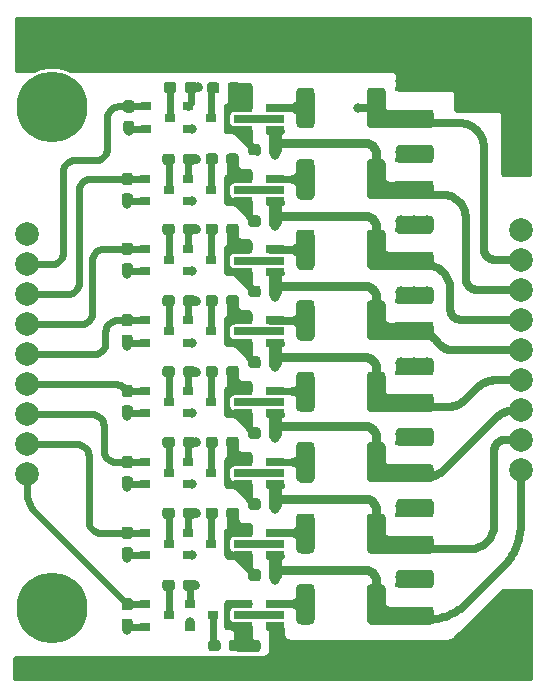
<source format=gtl>
%TF.GenerationSoftware,KiCad,Pcbnew,(5.1.8)-1*%
%TF.CreationDate,2021-02-13T13:18:38-08:00*%
%TF.ProjectId,20210213_Projects_PassiveBalanceBoard,32303231-3032-4313-935f-50726f6a6563,A0*%
%TF.SameCoordinates,PX5b5cac0PY99e0170*%
%TF.FileFunction,Copper,L1,Top*%
%TF.FilePolarity,Positive*%
%FSLAX46Y46*%
G04 Gerber Fmt 4.6, Leading zero omitted, Abs format (unit mm)*
G04 Created by KiCad (PCBNEW (5.1.8)-1) date 2021-02-13 13:18:38*
%MOMM*%
%LPD*%
G01*
G04 APERTURE LIST*
%TA.AperFunction,ComponentPad*%
%ADD10C,6.000000*%
%TD*%
%TA.AperFunction,ComponentPad*%
%ADD11C,2.000000*%
%TD*%
%TA.AperFunction,SMDPad,CuDef*%
%ADD12R,0.900000X0.800000*%
%TD*%
%TA.AperFunction,SMDPad,CuDef*%
%ADD13R,1.560000X0.650000*%
%TD*%
%TA.AperFunction,SMDPad,CuDef*%
%ADD14R,3.200400X0.381000*%
%TD*%
%TA.AperFunction,ViaPad*%
%ADD15C,0.800000*%
%TD*%
%TA.AperFunction,ViaPad*%
%ADD16C,1.000000*%
%TD*%
%TA.AperFunction,ViaPad*%
%ADD17C,2.000000*%
%TD*%
%TA.AperFunction,Conductor*%
%ADD18C,0.600000*%
%TD*%
%TA.AperFunction,Conductor*%
%ADD19C,0.700000*%
%TD*%
%TA.AperFunction,Conductor*%
%ADD20C,0.800000*%
%TD*%
%TA.AperFunction,Conductor*%
%ADD21C,0.650000*%
%TD*%
%TA.AperFunction,Conductor*%
%ADD22C,0.400000*%
%TD*%
%TA.AperFunction,Conductor*%
%ADD23C,0.254000*%
%TD*%
G04 APERTURE END LIST*
D10*
X3500000Y6350000D03*
X3500000Y48750000D03*
%TA.AperFunction,SMDPad,CuDef*%
G36*
G01*
X31725000Y26100001D02*
X31725000Y23249999D01*
G75*
G02*
X31475001Y23000000I-249999J0D01*
G01*
X30449999Y23000000D01*
G75*
G02*
X30200000Y23249999I0J249999D01*
G01*
X30200000Y26100001D01*
G75*
G02*
X30449999Y26350000I249999J0D01*
G01*
X31475001Y26350000D01*
G75*
G02*
X31725000Y26100001I0J-249999D01*
G01*
G37*
%TD.AperFunction*%
%TA.AperFunction,SMDPad,CuDef*%
G36*
G01*
X25750000Y26100001D02*
X25750000Y23249999D01*
G75*
G02*
X25500001Y23000000I-249999J0D01*
G01*
X24474999Y23000000D01*
G75*
G02*
X24225000Y23249999I0J249999D01*
G01*
X24225000Y26100001D01*
G75*
G02*
X24474999Y26350000I249999J0D01*
G01*
X25500001Y26350000D01*
G75*
G02*
X25750000Y26100001I0J-249999D01*
G01*
G37*
%TD.AperFunction*%
D11*
X43200000Y18040000D03*
X43200000Y20580000D03*
X43200000Y23120000D03*
X43200000Y25660000D03*
X43200000Y28200000D03*
X43200000Y30740000D03*
X43200000Y33280000D03*
X43200000Y35820000D03*
X43200000Y38360000D03*
D12*
X11400000Y24725000D03*
X11400000Y22825000D03*
X13400000Y23775000D03*
X11400000Y18725000D03*
X11400000Y16825000D03*
X13400000Y17775000D03*
X11400000Y12725000D03*
X11400000Y10825000D03*
X13400000Y11775000D03*
X11400000Y6675000D03*
X11400000Y4775000D03*
X13400000Y5725000D03*
X17025000Y23775000D03*
X15025000Y22825000D03*
X15025000Y24725000D03*
X15025000Y18725000D03*
X15025000Y16825000D03*
X17025000Y17775000D03*
X15025000Y12725000D03*
X15025000Y10825000D03*
X17025000Y11775000D03*
X17200000Y5725000D03*
X15200000Y4775000D03*
X15200000Y6675000D03*
D13*
X19700000Y24725000D03*
X19700000Y23775000D03*
X19700000Y22825000D03*
X22400000Y22825000D03*
X22400000Y24725000D03*
X22400000Y23775000D03*
X19700000Y18725000D03*
X19700000Y17775000D03*
X19700000Y16825000D03*
X22400000Y16825000D03*
X22400000Y18725000D03*
X22400000Y17775000D03*
X22400000Y11775000D03*
X22400000Y12725000D03*
X22400000Y10825000D03*
X19700000Y10825000D03*
X19700000Y11775000D03*
X19700000Y12725000D03*
X19700000Y6725000D03*
X19700000Y5775000D03*
X19700000Y4825000D03*
X22400000Y4825000D03*
X22400000Y6725000D03*
X22400000Y5775000D03*
D12*
X13525000Y47875000D03*
X11525000Y46925000D03*
X11525000Y48825000D03*
X13400000Y41725000D03*
X11400000Y40775000D03*
X11400000Y42675000D03*
X13400000Y35825000D03*
X11400000Y34875000D03*
X11400000Y36775000D03*
X13400000Y29775000D03*
X11400000Y28825000D03*
X11400000Y30725000D03*
X15025000Y48825000D03*
X15025000Y46925000D03*
X17025000Y47875000D03*
X17025000Y41725000D03*
X15025000Y40775000D03*
X15025000Y42675000D03*
X17025000Y35825000D03*
X15025000Y34875000D03*
X15025000Y36775000D03*
X15025000Y30725000D03*
X15025000Y28825000D03*
X17025000Y29775000D03*
D13*
X19700000Y48725000D03*
X19700000Y47775000D03*
X19700000Y46825000D03*
X22400000Y46825000D03*
X22400000Y48725000D03*
X22400000Y47775000D03*
X22400000Y41725000D03*
X22400000Y42675000D03*
X22400000Y40775000D03*
X19700000Y40775000D03*
X19700000Y41725000D03*
X19700000Y42675000D03*
X22400000Y35775000D03*
X22400000Y36725000D03*
X22400000Y34825000D03*
X19700000Y34825000D03*
X19700000Y35775000D03*
X19700000Y36725000D03*
X22400000Y29775000D03*
X22400000Y30725000D03*
X22400000Y28825000D03*
X19700000Y28825000D03*
X19700000Y29775000D03*
X19700000Y30725000D03*
%TA.AperFunction,SMDPad,CuDef*%
G36*
G01*
X9662500Y23500000D02*
X10137500Y23500000D01*
G75*
G02*
X10375000Y23262500I0J-237500D01*
G01*
X10375000Y22687500D01*
G75*
G02*
X10137500Y22450000I-237500J0D01*
G01*
X9662500Y22450000D01*
G75*
G02*
X9425000Y22687500I0J237500D01*
G01*
X9425000Y23262500D01*
G75*
G02*
X9662500Y23500000I237500J0D01*
G01*
G37*
%TD.AperFunction*%
%TA.AperFunction,SMDPad,CuDef*%
G36*
G01*
X9662500Y25250000D02*
X10137500Y25250000D01*
G75*
G02*
X10375000Y25012500I0J-237500D01*
G01*
X10375000Y24437500D01*
G75*
G02*
X10137500Y24200000I-237500J0D01*
G01*
X9662500Y24200000D01*
G75*
G02*
X9425000Y24437500I0J237500D01*
G01*
X9425000Y25012500D01*
G75*
G02*
X9662500Y25250000I237500J0D01*
G01*
G37*
%TD.AperFunction*%
%TA.AperFunction,SMDPad,CuDef*%
G36*
G01*
X9662500Y19250000D02*
X10137500Y19250000D01*
G75*
G02*
X10375000Y19012500I0J-237500D01*
G01*
X10375000Y18437500D01*
G75*
G02*
X10137500Y18200000I-237500J0D01*
G01*
X9662500Y18200000D01*
G75*
G02*
X9425000Y18437500I0J237500D01*
G01*
X9425000Y19012500D01*
G75*
G02*
X9662500Y19250000I237500J0D01*
G01*
G37*
%TD.AperFunction*%
%TA.AperFunction,SMDPad,CuDef*%
G36*
G01*
X9662500Y17500000D02*
X10137500Y17500000D01*
G75*
G02*
X10375000Y17262500I0J-237500D01*
G01*
X10375000Y16687500D01*
G75*
G02*
X10137500Y16450000I-237500J0D01*
G01*
X9662500Y16450000D01*
G75*
G02*
X9425000Y16687500I0J237500D01*
G01*
X9425000Y17262500D01*
G75*
G02*
X9662500Y17500000I237500J0D01*
G01*
G37*
%TD.AperFunction*%
%TA.AperFunction,SMDPad,CuDef*%
G36*
G01*
X9662500Y11500000D02*
X10137500Y11500000D01*
G75*
G02*
X10375000Y11262500I0J-237500D01*
G01*
X10375000Y10687500D01*
G75*
G02*
X10137500Y10450000I-237500J0D01*
G01*
X9662500Y10450000D01*
G75*
G02*
X9425000Y10687500I0J237500D01*
G01*
X9425000Y11262500D01*
G75*
G02*
X9662500Y11500000I237500J0D01*
G01*
G37*
%TD.AperFunction*%
%TA.AperFunction,SMDPad,CuDef*%
G36*
G01*
X9662500Y13250000D02*
X10137500Y13250000D01*
G75*
G02*
X10375000Y13012500I0J-237500D01*
G01*
X10375000Y12437500D01*
G75*
G02*
X10137500Y12200000I-237500J0D01*
G01*
X9662500Y12200000D01*
G75*
G02*
X9425000Y12437500I0J237500D01*
G01*
X9425000Y13012500D01*
G75*
G02*
X9662500Y13250000I237500J0D01*
G01*
G37*
%TD.AperFunction*%
%TA.AperFunction,SMDPad,CuDef*%
G36*
G01*
X9662500Y5450000D02*
X10137500Y5450000D01*
G75*
G02*
X10375000Y5212500I0J-237500D01*
G01*
X10375000Y4637500D01*
G75*
G02*
X10137500Y4400000I-237500J0D01*
G01*
X9662500Y4400000D01*
G75*
G02*
X9425000Y4637500I0J237500D01*
G01*
X9425000Y5212500D01*
G75*
G02*
X9662500Y5450000I237500J0D01*
G01*
G37*
%TD.AperFunction*%
%TA.AperFunction,SMDPad,CuDef*%
G36*
G01*
X9662500Y7200000D02*
X10137500Y7200000D01*
G75*
G02*
X10375000Y6962500I0J-237500D01*
G01*
X10375000Y6387500D01*
G75*
G02*
X10137500Y6150000I-237500J0D01*
G01*
X9662500Y6150000D01*
G75*
G02*
X9425000Y6387500I0J237500D01*
G01*
X9425000Y6962500D01*
G75*
G02*
X9662500Y7200000I237500J0D01*
G01*
G37*
%TD.AperFunction*%
%TA.AperFunction,SMDPad,CuDef*%
G36*
G01*
X20125000Y20937500D02*
X20125000Y21412500D01*
G75*
G02*
X20362500Y21650000I237500J0D01*
G01*
X20937500Y21650000D01*
G75*
G02*
X21175000Y21412500I0J-237500D01*
G01*
X21175000Y20937500D01*
G75*
G02*
X20937500Y20700000I-237500J0D01*
G01*
X20362500Y20700000D01*
G75*
G02*
X20125000Y20937500I0J237500D01*
G01*
G37*
%TD.AperFunction*%
%TA.AperFunction,SMDPad,CuDef*%
G36*
G01*
X21875000Y20937500D02*
X21875000Y21412500D01*
G75*
G02*
X22112500Y21650000I237500J0D01*
G01*
X22687500Y21650000D01*
G75*
G02*
X22925000Y21412500I0J-237500D01*
G01*
X22925000Y20937500D01*
G75*
G02*
X22687500Y20700000I-237500J0D01*
G01*
X22112500Y20700000D01*
G75*
G02*
X21875000Y20937500I0J237500D01*
G01*
G37*
%TD.AperFunction*%
%TA.AperFunction,SMDPad,CuDef*%
G36*
G01*
X20125000Y14937500D02*
X20125000Y15412500D01*
G75*
G02*
X20362500Y15650000I237500J0D01*
G01*
X20937500Y15650000D01*
G75*
G02*
X21175000Y15412500I0J-237500D01*
G01*
X21175000Y14937500D01*
G75*
G02*
X20937500Y14700000I-237500J0D01*
G01*
X20362500Y14700000D01*
G75*
G02*
X20125000Y14937500I0J237500D01*
G01*
G37*
%TD.AperFunction*%
%TA.AperFunction,SMDPad,CuDef*%
G36*
G01*
X21875000Y14937500D02*
X21875000Y15412500D01*
G75*
G02*
X22112500Y15650000I237500J0D01*
G01*
X22687500Y15650000D01*
G75*
G02*
X22925000Y15412500I0J-237500D01*
G01*
X22925000Y14937500D01*
G75*
G02*
X22687500Y14700000I-237500J0D01*
G01*
X22112500Y14700000D01*
G75*
G02*
X21875000Y14937500I0J237500D01*
G01*
G37*
%TD.AperFunction*%
%TA.AperFunction,SMDPad,CuDef*%
G36*
G01*
X21875000Y8937500D02*
X21875000Y9412500D01*
G75*
G02*
X22112500Y9650000I237500J0D01*
G01*
X22687500Y9650000D01*
G75*
G02*
X22925000Y9412500I0J-237500D01*
G01*
X22925000Y8937500D01*
G75*
G02*
X22687500Y8700000I-237500J0D01*
G01*
X22112500Y8700000D01*
G75*
G02*
X21875000Y8937500I0J237500D01*
G01*
G37*
%TD.AperFunction*%
%TA.AperFunction,SMDPad,CuDef*%
G36*
G01*
X20125000Y8937500D02*
X20125000Y9412500D01*
G75*
G02*
X20362500Y9650000I237500J0D01*
G01*
X20937500Y9650000D01*
G75*
G02*
X21175000Y9412500I0J-237500D01*
G01*
X21175000Y8937500D01*
G75*
G02*
X20937500Y8700000I-237500J0D01*
G01*
X20362500Y8700000D01*
G75*
G02*
X20125000Y8937500I0J237500D01*
G01*
G37*
%TD.AperFunction*%
%TA.AperFunction,SMDPad,CuDef*%
G36*
G01*
X21875000Y2937500D02*
X21875000Y3412500D01*
G75*
G02*
X22112500Y3650000I237500J0D01*
G01*
X22687500Y3650000D01*
G75*
G02*
X22925000Y3412500I0J-237500D01*
G01*
X22925000Y2937500D01*
G75*
G02*
X22687500Y2700000I-237500J0D01*
G01*
X22112500Y2700000D01*
G75*
G02*
X21875000Y2937500I0J237500D01*
G01*
G37*
%TD.AperFunction*%
%TA.AperFunction,SMDPad,CuDef*%
G36*
G01*
X20125000Y2937500D02*
X20125000Y3412500D01*
G75*
G02*
X20362500Y3650000I237500J0D01*
G01*
X20937500Y3650000D01*
G75*
G02*
X21175000Y3412500I0J-237500D01*
G01*
X21175000Y2937500D01*
G75*
G02*
X20937500Y2700000I-237500J0D01*
G01*
X20362500Y2700000D01*
G75*
G02*
X20125000Y2937500I0J237500D01*
G01*
G37*
%TD.AperFunction*%
%TA.AperFunction,SMDPad,CuDef*%
G36*
G01*
X9787500Y49350000D02*
X10262500Y49350000D01*
G75*
G02*
X10500000Y49112500I0J-237500D01*
G01*
X10500000Y48537500D01*
G75*
G02*
X10262500Y48300000I-237500J0D01*
G01*
X9787500Y48300000D01*
G75*
G02*
X9550000Y48537500I0J237500D01*
G01*
X9550000Y49112500D01*
G75*
G02*
X9787500Y49350000I237500J0D01*
G01*
G37*
%TD.AperFunction*%
%TA.AperFunction,SMDPad,CuDef*%
G36*
G01*
X9787500Y47600000D02*
X10262500Y47600000D01*
G75*
G02*
X10500000Y47362500I0J-237500D01*
G01*
X10500000Y46787500D01*
G75*
G02*
X10262500Y46550000I-237500J0D01*
G01*
X9787500Y46550000D01*
G75*
G02*
X9550000Y46787500I0J237500D01*
G01*
X9550000Y47362500D01*
G75*
G02*
X9787500Y47600000I237500J0D01*
G01*
G37*
%TD.AperFunction*%
%TA.AperFunction,SMDPad,CuDef*%
G36*
G01*
X9662500Y41450000D02*
X10137500Y41450000D01*
G75*
G02*
X10375000Y41212500I0J-237500D01*
G01*
X10375000Y40637500D01*
G75*
G02*
X10137500Y40400000I-237500J0D01*
G01*
X9662500Y40400000D01*
G75*
G02*
X9425000Y40637500I0J237500D01*
G01*
X9425000Y41212500D01*
G75*
G02*
X9662500Y41450000I237500J0D01*
G01*
G37*
%TD.AperFunction*%
%TA.AperFunction,SMDPad,CuDef*%
G36*
G01*
X9662500Y43200000D02*
X10137500Y43200000D01*
G75*
G02*
X10375000Y42962500I0J-237500D01*
G01*
X10375000Y42387500D01*
G75*
G02*
X10137500Y42150000I-237500J0D01*
G01*
X9662500Y42150000D01*
G75*
G02*
X9425000Y42387500I0J237500D01*
G01*
X9425000Y42962500D01*
G75*
G02*
X9662500Y43200000I237500J0D01*
G01*
G37*
%TD.AperFunction*%
%TA.AperFunction,SMDPad,CuDef*%
G36*
G01*
X9662500Y37300000D02*
X10137500Y37300000D01*
G75*
G02*
X10375000Y37062500I0J-237500D01*
G01*
X10375000Y36487500D01*
G75*
G02*
X10137500Y36250000I-237500J0D01*
G01*
X9662500Y36250000D01*
G75*
G02*
X9425000Y36487500I0J237500D01*
G01*
X9425000Y37062500D01*
G75*
G02*
X9662500Y37300000I237500J0D01*
G01*
G37*
%TD.AperFunction*%
%TA.AperFunction,SMDPad,CuDef*%
G36*
G01*
X9662500Y35550000D02*
X10137500Y35550000D01*
G75*
G02*
X10375000Y35312500I0J-237500D01*
G01*
X10375000Y34737500D01*
G75*
G02*
X10137500Y34500000I-237500J0D01*
G01*
X9662500Y34500000D01*
G75*
G02*
X9425000Y34737500I0J237500D01*
G01*
X9425000Y35312500D01*
G75*
G02*
X9662500Y35550000I237500J0D01*
G01*
G37*
%TD.AperFunction*%
%TA.AperFunction,SMDPad,CuDef*%
G36*
G01*
X9662500Y29500000D02*
X10137500Y29500000D01*
G75*
G02*
X10375000Y29262500I0J-237500D01*
G01*
X10375000Y28687500D01*
G75*
G02*
X10137500Y28450000I-237500J0D01*
G01*
X9662500Y28450000D01*
G75*
G02*
X9425000Y28687500I0J237500D01*
G01*
X9425000Y29262500D01*
G75*
G02*
X9662500Y29500000I237500J0D01*
G01*
G37*
%TD.AperFunction*%
%TA.AperFunction,SMDPad,CuDef*%
G36*
G01*
X9662500Y31250000D02*
X10137500Y31250000D01*
G75*
G02*
X10375000Y31012500I0J-237500D01*
G01*
X10375000Y30437500D01*
G75*
G02*
X10137500Y30200000I-237500J0D01*
G01*
X9662500Y30200000D01*
G75*
G02*
X9425000Y30437500I0J237500D01*
G01*
X9425000Y31012500D01*
G75*
G02*
X9662500Y31250000I237500J0D01*
G01*
G37*
%TD.AperFunction*%
%TA.AperFunction,SMDPad,CuDef*%
G36*
G01*
X15675000Y44587500D02*
X15675000Y44112500D01*
G75*
G02*
X15437500Y43875000I-237500J0D01*
G01*
X14862500Y43875000D01*
G75*
G02*
X14625000Y44112500I0J237500D01*
G01*
X14625000Y44587500D01*
G75*
G02*
X14862500Y44825000I237500J0D01*
G01*
X15437500Y44825000D01*
G75*
G02*
X15675000Y44587500I0J-237500D01*
G01*
G37*
%TD.AperFunction*%
%TA.AperFunction,SMDPad,CuDef*%
G36*
G01*
X13925000Y44587500D02*
X13925000Y44112500D01*
G75*
G02*
X13687500Y43875000I-237500J0D01*
G01*
X13112500Y43875000D01*
G75*
G02*
X12875000Y44112500I0J237500D01*
G01*
X12875000Y44587500D01*
G75*
G02*
X13112500Y44825000I237500J0D01*
G01*
X13687500Y44825000D01*
G75*
G02*
X13925000Y44587500I0J-237500D01*
G01*
G37*
%TD.AperFunction*%
%TA.AperFunction,SMDPad,CuDef*%
G36*
G01*
X13925000Y38662500D02*
X13925000Y38187500D01*
G75*
G02*
X13687500Y37950000I-237500J0D01*
G01*
X13112500Y37950000D01*
G75*
G02*
X12875000Y38187500I0J237500D01*
G01*
X12875000Y38662500D01*
G75*
G02*
X13112500Y38900000I237500J0D01*
G01*
X13687500Y38900000D01*
G75*
G02*
X13925000Y38662500I0J-237500D01*
G01*
G37*
%TD.AperFunction*%
%TA.AperFunction,SMDPad,CuDef*%
G36*
G01*
X15675000Y38662500D02*
X15675000Y38187500D01*
G75*
G02*
X15437500Y37950000I-237500J0D01*
G01*
X14862500Y37950000D01*
G75*
G02*
X14625000Y38187500I0J237500D01*
G01*
X14625000Y38662500D01*
G75*
G02*
X14862500Y38900000I237500J0D01*
G01*
X15437500Y38900000D01*
G75*
G02*
X15675000Y38662500I0J-237500D01*
G01*
G37*
%TD.AperFunction*%
%TA.AperFunction,SMDPad,CuDef*%
G36*
G01*
X15675000Y32612500D02*
X15675000Y32137500D01*
G75*
G02*
X15437500Y31900000I-237500J0D01*
G01*
X14862500Y31900000D01*
G75*
G02*
X14625000Y32137500I0J237500D01*
G01*
X14625000Y32612500D01*
G75*
G02*
X14862500Y32850000I237500J0D01*
G01*
X15437500Y32850000D01*
G75*
G02*
X15675000Y32612500I0J-237500D01*
G01*
G37*
%TD.AperFunction*%
%TA.AperFunction,SMDPad,CuDef*%
G36*
G01*
X13925000Y32612500D02*
X13925000Y32137500D01*
G75*
G02*
X13687500Y31900000I-237500J0D01*
G01*
X13112500Y31900000D01*
G75*
G02*
X12875000Y32137500I0J237500D01*
G01*
X12875000Y32612500D01*
G75*
G02*
X13112500Y32850000I237500J0D01*
G01*
X13687500Y32850000D01*
G75*
G02*
X13925000Y32612500I0J-237500D01*
G01*
G37*
%TD.AperFunction*%
%TA.AperFunction,SMDPad,CuDef*%
G36*
G01*
X20125000Y38887500D02*
X20125000Y39362500D01*
G75*
G02*
X20362500Y39600000I237500J0D01*
G01*
X20937500Y39600000D01*
G75*
G02*
X21175000Y39362500I0J-237500D01*
G01*
X21175000Y38887500D01*
G75*
G02*
X20937500Y38650000I-237500J0D01*
G01*
X20362500Y38650000D01*
G75*
G02*
X20125000Y38887500I0J237500D01*
G01*
G37*
%TD.AperFunction*%
%TA.AperFunction,SMDPad,CuDef*%
G36*
G01*
X21875000Y38887500D02*
X21875000Y39362500D01*
G75*
G02*
X22112500Y39600000I237500J0D01*
G01*
X22687500Y39600000D01*
G75*
G02*
X22925000Y39362500I0J-237500D01*
G01*
X22925000Y38887500D01*
G75*
G02*
X22687500Y38650000I-237500J0D01*
G01*
X22112500Y38650000D01*
G75*
G02*
X21875000Y38887500I0J237500D01*
G01*
G37*
%TD.AperFunction*%
%TA.AperFunction,SMDPad,CuDef*%
G36*
G01*
X21875000Y32937500D02*
X21875000Y33412500D01*
G75*
G02*
X22112500Y33650000I237500J0D01*
G01*
X22687500Y33650000D01*
G75*
G02*
X22925000Y33412500I0J-237500D01*
G01*
X22925000Y32937500D01*
G75*
G02*
X22687500Y32700000I-237500J0D01*
G01*
X22112500Y32700000D01*
G75*
G02*
X21875000Y32937500I0J237500D01*
G01*
G37*
%TD.AperFunction*%
%TA.AperFunction,SMDPad,CuDef*%
G36*
G01*
X20125000Y32937500D02*
X20125000Y33412500D01*
G75*
G02*
X20362500Y33650000I237500J0D01*
G01*
X20937500Y33650000D01*
G75*
G02*
X21175000Y33412500I0J-237500D01*
G01*
X21175000Y32937500D01*
G75*
G02*
X20937500Y32700000I-237500J0D01*
G01*
X20362500Y32700000D01*
G75*
G02*
X20125000Y32937500I0J237500D01*
G01*
G37*
%TD.AperFunction*%
%TA.AperFunction,SMDPad,CuDef*%
G36*
G01*
X21875000Y26937500D02*
X21875000Y27412500D01*
G75*
G02*
X22112500Y27650000I237500J0D01*
G01*
X22687500Y27650000D01*
G75*
G02*
X22925000Y27412500I0J-237500D01*
G01*
X22925000Y26937500D01*
G75*
G02*
X22687500Y26700000I-237500J0D01*
G01*
X22112500Y26700000D01*
G75*
G02*
X21875000Y26937500I0J237500D01*
G01*
G37*
%TD.AperFunction*%
%TA.AperFunction,SMDPad,CuDef*%
G36*
G01*
X20125000Y26937500D02*
X20125000Y27412500D01*
G75*
G02*
X20362500Y27650000I237500J0D01*
G01*
X20937500Y27650000D01*
G75*
G02*
X21175000Y27412500I0J-237500D01*
G01*
X21175000Y26937500D01*
G75*
G02*
X20937500Y26700000I-237500J0D01*
G01*
X20362500Y26700000D01*
G75*
G02*
X20125000Y26937500I0J237500D01*
G01*
G37*
%TD.AperFunction*%
%TA.AperFunction,SMDPad,CuDef*%
G36*
G01*
X25750000Y20150001D02*
X25750000Y17299999D01*
G75*
G02*
X25500001Y17050000I-249999J0D01*
G01*
X24474999Y17050000D01*
G75*
G02*
X24225000Y17299999I0J249999D01*
G01*
X24225000Y20150001D01*
G75*
G02*
X24474999Y20400000I249999J0D01*
G01*
X25500001Y20400000D01*
G75*
G02*
X25750000Y20150001I0J-249999D01*
G01*
G37*
%TD.AperFunction*%
%TA.AperFunction,SMDPad,CuDef*%
G36*
G01*
X31725000Y20150001D02*
X31725000Y17299999D01*
G75*
G02*
X31475001Y17050000I-249999J0D01*
G01*
X30449999Y17050000D01*
G75*
G02*
X30200000Y17299999I0J249999D01*
G01*
X30200000Y20150001D01*
G75*
G02*
X30449999Y20400000I249999J0D01*
G01*
X31475001Y20400000D01*
G75*
G02*
X31725000Y20150001I0J-249999D01*
G01*
G37*
%TD.AperFunction*%
%TA.AperFunction,SMDPad,CuDef*%
G36*
G01*
X31725000Y14100001D02*
X31725000Y11249999D01*
G75*
G02*
X31475001Y11000000I-249999J0D01*
G01*
X30449999Y11000000D01*
G75*
G02*
X30200000Y11249999I0J249999D01*
G01*
X30200000Y14100001D01*
G75*
G02*
X30449999Y14350000I249999J0D01*
G01*
X31475001Y14350000D01*
G75*
G02*
X31725000Y14100001I0J-249999D01*
G01*
G37*
%TD.AperFunction*%
%TA.AperFunction,SMDPad,CuDef*%
G36*
G01*
X25750000Y14100001D02*
X25750000Y11249999D01*
G75*
G02*
X25500001Y11000000I-249999J0D01*
G01*
X24474999Y11000000D01*
G75*
G02*
X24225000Y11249999I0J249999D01*
G01*
X24225000Y14100001D01*
G75*
G02*
X24474999Y14350000I249999J0D01*
G01*
X25500001Y14350000D01*
G75*
G02*
X25750000Y14100001I0J-249999D01*
G01*
G37*
%TD.AperFunction*%
%TA.AperFunction,SMDPad,CuDef*%
G36*
G01*
X25750000Y8100001D02*
X25750000Y5249999D01*
G75*
G02*
X25500001Y5000000I-249999J0D01*
G01*
X24474999Y5000000D01*
G75*
G02*
X24225000Y5249999I0J249999D01*
G01*
X24225000Y8100001D01*
G75*
G02*
X24474999Y8350000I249999J0D01*
G01*
X25500001Y8350000D01*
G75*
G02*
X25750000Y8100001I0J-249999D01*
G01*
G37*
%TD.AperFunction*%
%TA.AperFunction,SMDPad,CuDef*%
G36*
G01*
X31725000Y8100001D02*
X31725000Y5249999D01*
G75*
G02*
X31475001Y5000000I-249999J0D01*
G01*
X30449999Y5000000D01*
G75*
G02*
X30200000Y5249999I0J249999D01*
G01*
X30200000Y8100001D01*
G75*
G02*
X30449999Y8350000I249999J0D01*
G01*
X31475001Y8350000D01*
G75*
G02*
X31725000Y8100001I0J-249999D01*
G01*
G37*
%TD.AperFunction*%
%TA.AperFunction,SMDPad,CuDef*%
G36*
G01*
X25750000Y50150001D02*
X25750000Y47299999D01*
G75*
G02*
X25500001Y47050000I-249999J0D01*
G01*
X24474999Y47050000D01*
G75*
G02*
X24225000Y47299999I0J249999D01*
G01*
X24225000Y50150001D01*
G75*
G02*
X24474999Y50400000I249999J0D01*
G01*
X25500001Y50400000D01*
G75*
G02*
X25750000Y50150001I0J-249999D01*
G01*
G37*
%TD.AperFunction*%
%TA.AperFunction,SMDPad,CuDef*%
G36*
G01*
X31725000Y50150001D02*
X31725000Y47299999D01*
G75*
G02*
X31475001Y47050000I-249999J0D01*
G01*
X30449999Y47050000D01*
G75*
G02*
X30200000Y47299999I0J249999D01*
G01*
X30200000Y50150001D01*
G75*
G02*
X30449999Y50400000I249999J0D01*
G01*
X31475001Y50400000D01*
G75*
G02*
X31725000Y50150001I0J-249999D01*
G01*
G37*
%TD.AperFunction*%
%TA.AperFunction,SMDPad,CuDef*%
G36*
G01*
X31725000Y44100001D02*
X31725000Y41249999D01*
G75*
G02*
X31475001Y41000000I-249999J0D01*
G01*
X30449999Y41000000D01*
G75*
G02*
X30200000Y41249999I0J249999D01*
G01*
X30200000Y44100001D01*
G75*
G02*
X30449999Y44350000I249999J0D01*
G01*
X31475001Y44350000D01*
G75*
G02*
X31725000Y44100001I0J-249999D01*
G01*
G37*
%TD.AperFunction*%
%TA.AperFunction,SMDPad,CuDef*%
G36*
G01*
X25750000Y44100001D02*
X25750000Y41249999D01*
G75*
G02*
X25500001Y41000000I-249999J0D01*
G01*
X24474999Y41000000D01*
G75*
G02*
X24225000Y41249999I0J249999D01*
G01*
X24225000Y44100001D01*
G75*
G02*
X24474999Y44350000I249999J0D01*
G01*
X25500001Y44350000D01*
G75*
G02*
X25750000Y44100001I0J-249999D01*
G01*
G37*
%TD.AperFunction*%
%TA.AperFunction,SMDPad,CuDef*%
G36*
G01*
X31725000Y38150001D02*
X31725000Y35299999D01*
G75*
G02*
X31475001Y35050000I-249999J0D01*
G01*
X30449999Y35050000D01*
G75*
G02*
X30200000Y35299999I0J249999D01*
G01*
X30200000Y38150001D01*
G75*
G02*
X30449999Y38400000I249999J0D01*
G01*
X31475001Y38400000D01*
G75*
G02*
X31725000Y38150001I0J-249999D01*
G01*
G37*
%TD.AperFunction*%
%TA.AperFunction,SMDPad,CuDef*%
G36*
G01*
X25750000Y38150001D02*
X25750000Y35299999D01*
G75*
G02*
X25500001Y35050000I-249999J0D01*
G01*
X24474999Y35050000D01*
G75*
G02*
X24225000Y35299999I0J249999D01*
G01*
X24225000Y38150001D01*
G75*
G02*
X24474999Y38400000I249999J0D01*
G01*
X25500001Y38400000D01*
G75*
G02*
X25750000Y38150001I0J-249999D01*
G01*
G37*
%TD.AperFunction*%
%TA.AperFunction,SMDPad,CuDef*%
G36*
G01*
X25750000Y32150001D02*
X25750000Y29299999D01*
G75*
G02*
X25500001Y29050000I-249999J0D01*
G01*
X24474999Y29050000D01*
G75*
G02*
X24225000Y29299999I0J249999D01*
G01*
X24225000Y32150001D01*
G75*
G02*
X24474999Y32400000I249999J0D01*
G01*
X25500001Y32400000D01*
G75*
G02*
X25750000Y32150001I0J-249999D01*
G01*
G37*
%TD.AperFunction*%
%TA.AperFunction,SMDPad,CuDef*%
G36*
G01*
X31725000Y32150001D02*
X31725000Y29299999D01*
G75*
G02*
X31475001Y29050000I-249999J0D01*
G01*
X30449999Y29050000D01*
G75*
G02*
X30200000Y29299999I0J249999D01*
G01*
X30200000Y32150001D01*
G75*
G02*
X30449999Y32400000I249999J0D01*
G01*
X31475001Y32400000D01*
G75*
G02*
X31725000Y32150001I0J-249999D01*
G01*
G37*
%TD.AperFunction*%
%TA.AperFunction,SMDPad,CuDef*%
G36*
G01*
X16650000Y50162500D02*
X16650000Y50637500D01*
G75*
G02*
X16887500Y50875000I237500J0D01*
G01*
X17462500Y50875000D01*
G75*
G02*
X17700000Y50637500I0J-237500D01*
G01*
X17700000Y50162500D01*
G75*
G02*
X17462500Y49925000I-237500J0D01*
G01*
X16887500Y49925000D01*
G75*
G02*
X16650000Y50162500I0J237500D01*
G01*
G37*
%TD.AperFunction*%
%TA.AperFunction,SMDPad,CuDef*%
G36*
G01*
X18400000Y50162500D02*
X18400000Y50637500D01*
G75*
G02*
X18637500Y50875000I237500J0D01*
G01*
X19212500Y50875000D01*
G75*
G02*
X19450000Y50637500I0J-237500D01*
G01*
X19450000Y50162500D01*
G75*
G02*
X19212500Y49925000I-237500J0D01*
G01*
X18637500Y49925000D01*
G75*
G02*
X18400000Y50162500I0J237500D01*
G01*
G37*
%TD.AperFunction*%
%TA.AperFunction,SMDPad,CuDef*%
G36*
G01*
X18275000Y44137500D02*
X18275000Y44612500D01*
G75*
G02*
X18512500Y44850000I237500J0D01*
G01*
X19087500Y44850000D01*
G75*
G02*
X19325000Y44612500I0J-237500D01*
G01*
X19325000Y44137500D01*
G75*
G02*
X19087500Y43900000I-237500J0D01*
G01*
X18512500Y43900000D01*
G75*
G02*
X18275000Y44137500I0J237500D01*
G01*
G37*
%TD.AperFunction*%
%TA.AperFunction,SMDPad,CuDef*%
G36*
G01*
X16525000Y44137500D02*
X16525000Y44612500D01*
G75*
G02*
X16762500Y44850000I237500J0D01*
G01*
X17337500Y44850000D01*
G75*
G02*
X17575000Y44612500I0J-237500D01*
G01*
X17575000Y44137500D01*
G75*
G02*
X17337500Y43900000I-237500J0D01*
G01*
X16762500Y43900000D01*
G75*
G02*
X16525000Y44137500I0J237500D01*
G01*
G37*
%TD.AperFunction*%
%TA.AperFunction,SMDPad,CuDef*%
G36*
G01*
X16525000Y38187500D02*
X16525000Y38662500D01*
G75*
G02*
X16762500Y38900000I237500J0D01*
G01*
X17337500Y38900000D01*
G75*
G02*
X17575000Y38662500I0J-237500D01*
G01*
X17575000Y38187500D01*
G75*
G02*
X17337500Y37950000I-237500J0D01*
G01*
X16762500Y37950000D01*
G75*
G02*
X16525000Y38187500I0J237500D01*
G01*
G37*
%TD.AperFunction*%
%TA.AperFunction,SMDPad,CuDef*%
G36*
G01*
X18275000Y38187500D02*
X18275000Y38662500D01*
G75*
G02*
X18512500Y38900000I237500J0D01*
G01*
X19087500Y38900000D01*
G75*
G02*
X19325000Y38662500I0J-237500D01*
G01*
X19325000Y38187500D01*
G75*
G02*
X19087500Y37950000I-237500J0D01*
G01*
X18512500Y37950000D01*
G75*
G02*
X18275000Y38187500I0J237500D01*
G01*
G37*
%TD.AperFunction*%
%TA.AperFunction,SMDPad,CuDef*%
G36*
G01*
X18275000Y32137500D02*
X18275000Y32612500D01*
G75*
G02*
X18512500Y32850000I237500J0D01*
G01*
X19087500Y32850000D01*
G75*
G02*
X19325000Y32612500I0J-237500D01*
G01*
X19325000Y32137500D01*
G75*
G02*
X19087500Y31900000I-237500J0D01*
G01*
X18512500Y31900000D01*
G75*
G02*
X18275000Y32137500I0J237500D01*
G01*
G37*
%TD.AperFunction*%
%TA.AperFunction,SMDPad,CuDef*%
G36*
G01*
X16525000Y32137500D02*
X16525000Y32612500D01*
G75*
G02*
X16762500Y32850000I237500J0D01*
G01*
X17337500Y32850000D01*
G75*
G02*
X17575000Y32612500I0J-237500D01*
G01*
X17575000Y32137500D01*
G75*
G02*
X17337500Y31900000I-237500J0D01*
G01*
X16762500Y31900000D01*
G75*
G02*
X16525000Y32137500I0J237500D01*
G01*
G37*
%TD.AperFunction*%
%TA.AperFunction,SMDPad,CuDef*%
G36*
G01*
X15675000Y26612500D02*
X15675000Y26137500D01*
G75*
G02*
X15437500Y25900000I-237500J0D01*
G01*
X14862500Y25900000D01*
G75*
G02*
X14625000Y26137500I0J237500D01*
G01*
X14625000Y26612500D01*
G75*
G02*
X14862500Y26850000I237500J0D01*
G01*
X15437500Y26850000D01*
G75*
G02*
X15675000Y26612500I0J-237500D01*
G01*
G37*
%TD.AperFunction*%
%TA.AperFunction,SMDPad,CuDef*%
G36*
G01*
X13925000Y26612500D02*
X13925000Y26137500D01*
G75*
G02*
X13687500Y25900000I-237500J0D01*
G01*
X13112500Y25900000D01*
G75*
G02*
X12875000Y26137500I0J237500D01*
G01*
X12875000Y26612500D01*
G75*
G02*
X13112500Y26850000I237500J0D01*
G01*
X13687500Y26850000D01*
G75*
G02*
X13925000Y26612500I0J-237500D01*
G01*
G37*
%TD.AperFunction*%
%TA.AperFunction,SMDPad,CuDef*%
G36*
G01*
X15675000Y20612500D02*
X15675000Y20137500D01*
G75*
G02*
X15437500Y19900000I-237500J0D01*
G01*
X14862500Y19900000D01*
G75*
G02*
X14625000Y20137500I0J237500D01*
G01*
X14625000Y20612500D01*
G75*
G02*
X14862500Y20850000I237500J0D01*
G01*
X15437500Y20850000D01*
G75*
G02*
X15675000Y20612500I0J-237500D01*
G01*
G37*
%TD.AperFunction*%
%TA.AperFunction,SMDPad,CuDef*%
G36*
G01*
X13925000Y20612500D02*
X13925000Y20137500D01*
G75*
G02*
X13687500Y19900000I-237500J0D01*
G01*
X13112500Y19900000D01*
G75*
G02*
X12875000Y20137500I0J237500D01*
G01*
X12875000Y20612500D01*
G75*
G02*
X13112500Y20850000I237500J0D01*
G01*
X13687500Y20850000D01*
G75*
G02*
X13925000Y20612500I0J-237500D01*
G01*
G37*
%TD.AperFunction*%
%TA.AperFunction,SMDPad,CuDef*%
G36*
G01*
X15675000Y14612500D02*
X15675000Y14137500D01*
G75*
G02*
X15437500Y13900000I-237500J0D01*
G01*
X14862500Y13900000D01*
G75*
G02*
X14625000Y14137500I0J237500D01*
G01*
X14625000Y14612500D01*
G75*
G02*
X14862500Y14850000I237500J0D01*
G01*
X15437500Y14850000D01*
G75*
G02*
X15675000Y14612500I0J-237500D01*
G01*
G37*
%TD.AperFunction*%
%TA.AperFunction,SMDPad,CuDef*%
G36*
G01*
X13925000Y14612500D02*
X13925000Y14137500D01*
G75*
G02*
X13687500Y13900000I-237500J0D01*
G01*
X13112500Y13900000D01*
G75*
G02*
X12875000Y14137500I0J237500D01*
G01*
X12875000Y14612500D01*
G75*
G02*
X13112500Y14850000I237500J0D01*
G01*
X13687500Y14850000D01*
G75*
G02*
X13925000Y14612500I0J-237500D01*
G01*
G37*
%TD.AperFunction*%
%TA.AperFunction,SMDPad,CuDef*%
G36*
G01*
X18275000Y26137500D02*
X18275000Y26612500D01*
G75*
G02*
X18512500Y26850000I237500J0D01*
G01*
X19087500Y26850000D01*
G75*
G02*
X19325000Y26612500I0J-237500D01*
G01*
X19325000Y26137500D01*
G75*
G02*
X19087500Y25900000I-237500J0D01*
G01*
X18512500Y25900000D01*
G75*
G02*
X18275000Y26137500I0J237500D01*
G01*
G37*
%TD.AperFunction*%
%TA.AperFunction,SMDPad,CuDef*%
G36*
G01*
X16525000Y26137500D02*
X16525000Y26612500D01*
G75*
G02*
X16762500Y26850000I237500J0D01*
G01*
X17337500Y26850000D01*
G75*
G02*
X17575000Y26612500I0J-237500D01*
G01*
X17575000Y26137500D01*
G75*
G02*
X17337500Y25900000I-237500J0D01*
G01*
X16762500Y25900000D01*
G75*
G02*
X16525000Y26137500I0J237500D01*
G01*
G37*
%TD.AperFunction*%
%TA.AperFunction,SMDPad,CuDef*%
G36*
G01*
X18275000Y20137500D02*
X18275000Y20612500D01*
G75*
G02*
X18512500Y20850000I237500J0D01*
G01*
X19087500Y20850000D01*
G75*
G02*
X19325000Y20612500I0J-237500D01*
G01*
X19325000Y20137500D01*
G75*
G02*
X19087500Y19900000I-237500J0D01*
G01*
X18512500Y19900000D01*
G75*
G02*
X18275000Y20137500I0J237500D01*
G01*
G37*
%TD.AperFunction*%
%TA.AperFunction,SMDPad,CuDef*%
G36*
G01*
X16525000Y20137500D02*
X16525000Y20612500D01*
G75*
G02*
X16762500Y20850000I237500J0D01*
G01*
X17337500Y20850000D01*
G75*
G02*
X17575000Y20612500I0J-237500D01*
G01*
X17575000Y20137500D01*
G75*
G02*
X17337500Y19900000I-237500J0D01*
G01*
X16762500Y19900000D01*
G75*
G02*
X16525000Y20137500I0J237500D01*
G01*
G37*
%TD.AperFunction*%
%TA.AperFunction,SMDPad,CuDef*%
G36*
G01*
X18275000Y14137500D02*
X18275000Y14612500D01*
G75*
G02*
X18512500Y14850000I237500J0D01*
G01*
X19087500Y14850000D01*
G75*
G02*
X19325000Y14612500I0J-237500D01*
G01*
X19325000Y14137500D01*
G75*
G02*
X19087500Y13900000I-237500J0D01*
G01*
X18512500Y13900000D01*
G75*
G02*
X18275000Y14137500I0J237500D01*
G01*
G37*
%TD.AperFunction*%
%TA.AperFunction,SMDPad,CuDef*%
G36*
G01*
X16525000Y14137500D02*
X16525000Y14612500D01*
G75*
G02*
X16762500Y14850000I237500J0D01*
G01*
X17337500Y14850000D01*
G75*
G02*
X17575000Y14612500I0J-237500D01*
G01*
X17575000Y14137500D01*
G75*
G02*
X17337500Y13900000I-237500J0D01*
G01*
X16762500Y13900000D01*
G75*
G02*
X16525000Y14137500I0J237500D01*
G01*
G37*
%TD.AperFunction*%
D11*
X1400000Y38010000D03*
X1400000Y35470000D03*
X1400000Y32930000D03*
X1400000Y30390000D03*
X1400000Y27850000D03*
X1400000Y25310000D03*
X1400000Y22770000D03*
X1400000Y20230000D03*
X1400000Y17690000D03*
%TA.AperFunction,SMDPad,CuDef*%
G36*
G01*
X13925000Y8512500D02*
X13925000Y8037500D01*
G75*
G02*
X13687500Y7800000I-237500J0D01*
G01*
X13112500Y7800000D01*
G75*
G02*
X12875000Y8037500I0J237500D01*
G01*
X12875000Y8512500D01*
G75*
G02*
X13112500Y8750000I237500J0D01*
G01*
X13687500Y8750000D01*
G75*
G02*
X13925000Y8512500I0J-237500D01*
G01*
G37*
%TD.AperFunction*%
%TA.AperFunction,SMDPad,CuDef*%
G36*
G01*
X15675000Y8512500D02*
X15675000Y8037500D01*
G75*
G02*
X15437500Y7800000I-237500J0D01*
G01*
X14862500Y7800000D01*
G75*
G02*
X14625000Y8037500I0J237500D01*
G01*
X14625000Y8512500D01*
G75*
G02*
X14862500Y8750000I237500J0D01*
G01*
X15437500Y8750000D01*
G75*
G02*
X15675000Y8512500I0J-237500D01*
G01*
G37*
%TD.AperFunction*%
%TA.AperFunction,SMDPad,CuDef*%
G36*
G01*
X14050000Y50662500D02*
X14050000Y50187500D01*
G75*
G02*
X13812500Y49950000I-237500J0D01*
G01*
X13237500Y49950000D01*
G75*
G02*
X13000000Y50187500I0J237500D01*
G01*
X13000000Y50662500D01*
G75*
G02*
X13237500Y50900000I237500J0D01*
G01*
X13812500Y50900000D01*
G75*
G02*
X14050000Y50662500I0J-237500D01*
G01*
G37*
%TD.AperFunction*%
%TA.AperFunction,SMDPad,CuDef*%
G36*
G01*
X15800000Y50662500D02*
X15800000Y50187500D01*
G75*
G02*
X15562500Y49950000I-237500J0D01*
G01*
X14987500Y49950000D01*
G75*
G02*
X14750000Y50187500I0J237500D01*
G01*
X14750000Y50662500D01*
G75*
G02*
X14987500Y50900000I237500J0D01*
G01*
X15562500Y50900000D01*
G75*
G02*
X15800000Y50662500I0J-237500D01*
G01*
G37*
%TD.AperFunction*%
%TA.AperFunction,SMDPad,CuDef*%
G36*
G01*
X20125000Y44937500D02*
X20125000Y45412500D01*
G75*
G02*
X20362500Y45650000I237500J0D01*
G01*
X20937500Y45650000D01*
G75*
G02*
X21175000Y45412500I0J-237500D01*
G01*
X21175000Y44937500D01*
G75*
G02*
X20937500Y44700000I-237500J0D01*
G01*
X20362500Y44700000D01*
G75*
G02*
X20125000Y44937500I0J237500D01*
G01*
G37*
%TD.AperFunction*%
%TA.AperFunction,SMDPad,CuDef*%
G36*
G01*
X21875000Y44937500D02*
X21875000Y45412500D01*
G75*
G02*
X22112500Y45650000I237500J0D01*
G01*
X22687500Y45650000D01*
G75*
G02*
X22925000Y45412500I0J-237500D01*
G01*
X22925000Y44937500D01*
G75*
G02*
X22687500Y44700000I-237500J0D01*
G01*
X22112500Y44700000D01*
G75*
G02*
X21875000Y44937500I0J237500D01*
G01*
G37*
%TD.AperFunction*%
%TA.AperFunction,SMDPad,CuDef*%
G36*
G01*
X16750000Y2937500D02*
X16750000Y3412500D01*
G75*
G02*
X16987500Y3650000I237500J0D01*
G01*
X17562500Y3650000D01*
G75*
G02*
X17800000Y3412500I0J-237500D01*
G01*
X17800000Y2937500D01*
G75*
G02*
X17562500Y2700000I-237500J0D01*
G01*
X16987500Y2700000D01*
G75*
G02*
X16750000Y2937500I0J237500D01*
G01*
G37*
%TD.AperFunction*%
%TA.AperFunction,SMDPad,CuDef*%
G36*
G01*
X18500000Y2937500D02*
X18500000Y3412500D01*
G75*
G02*
X18737500Y3650000I237500J0D01*
G01*
X19312500Y3650000D01*
G75*
G02*
X19550000Y3412500I0J-237500D01*
G01*
X19550000Y2937500D01*
G75*
G02*
X19312500Y2700000I-237500J0D01*
G01*
X18737500Y2700000D01*
G75*
G02*
X18500000Y2937500I0J237500D01*
G01*
G37*
%TD.AperFunction*%
D14*
X34200000Y20315600D03*
X34200000Y18334400D03*
X34200000Y12284400D03*
X34200000Y14265600D03*
X34200000Y8265600D03*
X34200000Y6284400D03*
X34200000Y48334400D03*
X34200000Y50315600D03*
X34200000Y44290600D03*
X34200000Y42309400D03*
X34200000Y36359400D03*
X34200000Y38340600D03*
X34200000Y32340600D03*
X34200000Y30359400D03*
X34200000Y24309400D03*
X34200000Y26290600D03*
D15*
X9900000Y4525000D03*
X10025000Y46725000D03*
X9900000Y40575000D03*
X9900000Y34675000D03*
X9875000Y22575000D03*
X9900000Y16575000D03*
X9875000Y10575000D03*
X9875000Y28550000D03*
D16*
X34200000Y9000000D03*
X34200000Y15000000D03*
X34200000Y21100000D03*
X34200000Y27100000D03*
X34200000Y33100000D03*
X34200000Y39100000D03*
X34200000Y45000000D03*
X34200000Y51000000D03*
X33100000Y51000000D03*
X35300000Y51000000D03*
X33100000Y45000000D03*
X35300000Y45000000D03*
X33100000Y39100000D03*
X35300000Y39100000D03*
X33100000Y33100000D03*
X35300000Y33100000D03*
X33100000Y27100000D03*
X33100000Y21100000D03*
X35300000Y21100000D03*
X35300000Y27100000D03*
X33100000Y15000000D03*
X35300000Y15000000D03*
X33100000Y9000000D03*
X35300000Y9000000D03*
D15*
X24025000Y3150000D03*
X24025000Y775000D03*
X22375000Y775000D03*
D17*
X2000000Y55000000D03*
X7000000Y55000000D03*
X12000000Y55000000D03*
X17000000Y55000000D03*
X22000000Y55000000D03*
X27000000Y55000000D03*
X32000000Y55000000D03*
X37000000Y55000000D03*
X42000000Y55000000D03*
X42000000Y2000000D03*
X37000000Y2000000D03*
X32000000Y2000000D03*
X27000000Y2000000D03*
D15*
X15200000Y5150000D03*
X22400000Y8725000D03*
X15400000Y10825000D03*
X22400000Y14725000D03*
X15400000Y16825000D03*
X22400000Y20725000D03*
X15400000Y22825000D03*
X22400000Y26725000D03*
X15400000Y28825000D03*
X22400000Y32725000D03*
X15400000Y34875000D03*
X22400000Y38675000D03*
X15400000Y40775000D03*
X22400000Y44725000D03*
X15400000Y46925000D03*
X29425000Y48725000D03*
X15850000Y50425000D03*
X15750000Y44350000D03*
X15700000Y38425000D03*
X15725000Y32375000D03*
X15725000Y26375000D03*
X15700000Y20375000D03*
X15700000Y14375000D03*
X15675000Y8275000D03*
D18*
X10050000Y34875000D02*
X9900000Y35025000D01*
X11400000Y34875000D02*
X10050000Y34875000D01*
X10050000Y40775000D02*
X9925000Y40900000D01*
X11400000Y40775000D02*
X10050000Y40775000D01*
X10175000Y46925000D02*
X10050000Y47050000D01*
X11525000Y46925000D02*
X10175000Y46925000D01*
X10050000Y47050000D02*
X10025000Y47075000D01*
X9925000Y40900000D02*
X9900000Y40925000D01*
X10050000Y28825000D02*
X10050000Y28825000D01*
X11400000Y28825000D02*
X10050000Y28825000D01*
X10050000Y22825000D02*
X9900000Y22975000D01*
X11400000Y22825000D02*
X10050000Y22825000D01*
X10050000Y28825000D02*
X9900000Y28975000D01*
X10050000Y16825000D02*
X9900000Y16975000D01*
X11400000Y16825000D02*
X10050000Y16825000D01*
X10050000Y10825000D02*
X9900000Y10975000D01*
X11400000Y10825000D02*
X10050000Y10825000D01*
X10050000Y4775000D02*
X9900000Y4925000D01*
X11400000Y4775000D02*
X10050000Y4775000D01*
D19*
X31137500Y5350000D02*
X30962500Y5525000D01*
X41785786Y9887980D02*
X41949200Y10059621D01*
X41949200Y10059621D02*
X42103996Y10239072D01*
X42103996Y10239072D02*
X42249801Y10425903D01*
X42249801Y10425903D02*
X42386262Y10619664D01*
X42386262Y10619664D02*
X42513052Y10819886D01*
X42513052Y10819886D02*
X42629864Y11026089D01*
X42629864Y11026089D02*
X42736418Y11237775D01*
X42736418Y11237775D02*
X42832457Y11454435D01*
X42832457Y11454435D02*
X42917749Y11675546D01*
X42917749Y11675546D02*
X42992089Y11900575D01*
X42992089Y11900575D02*
X43055297Y12128982D01*
X43055297Y12128982D02*
X43107222Y12360214D01*
X43107222Y12360214D02*
X43147739Y12593716D01*
X43147739Y12593716D02*
X43176749Y12828925D01*
X43176749Y12828925D02*
X43194183Y13065274D01*
X43194183Y13065274D02*
X43200000Y13302193D01*
X43200000Y13302193D02*
X43200000Y18040000D01*
X35247807Y5350000D02*
X31137500Y5350000D01*
X35247807Y5350000D02*
X35484726Y5355817D01*
X35484726Y5355817D02*
X35721075Y5373251D01*
X35721075Y5373251D02*
X35956284Y5402261D01*
X35956284Y5402261D02*
X36189786Y5442778D01*
X36189786Y5442778D02*
X36421018Y5494703D01*
X36421018Y5494703D02*
X36649425Y5557911D01*
X36649425Y5557911D02*
X36874454Y5632251D01*
X36874454Y5632251D02*
X37095565Y5717543D01*
X37095565Y5717543D02*
X37312225Y5813582D01*
X37312225Y5813582D02*
X37523911Y5920136D01*
X37523911Y5920136D02*
X37730114Y6036948D01*
X37730114Y6036948D02*
X37930336Y6163738D01*
X37930336Y6163738D02*
X38124097Y6300199D01*
X38124097Y6300199D02*
X38310928Y6446004D01*
X38310928Y6446004D02*
X38490379Y6600800D01*
X38490379Y6600800D02*
X38662020Y6764214D01*
X38662020Y6764214D02*
X41785786Y9887980D01*
D20*
X30962500Y8600000D02*
X30962500Y6675000D01*
X30962500Y8600000D02*
X30957684Y8698018D01*
X30957684Y8698018D02*
X30943285Y8795091D01*
X30943285Y8795091D02*
X30919440Y8890285D01*
X30919440Y8890285D02*
X30886379Y8982684D01*
X30886379Y8982684D02*
X30844421Y9071397D01*
X30844421Y9071397D02*
X30793969Y9155571D01*
X30793969Y9155571D02*
X30735510Y9234394D01*
X30735510Y9234394D02*
X30669606Y9307107D01*
X30669606Y9307107D02*
X30596893Y9373011D01*
X30596893Y9373011D02*
X30518070Y9431470D01*
X30518070Y9431470D02*
X30433896Y9481922D01*
X30433896Y9481922D02*
X30345183Y9523880D01*
X30345183Y9523880D02*
X30252784Y9556941D01*
X30252784Y9556941D02*
X30157590Y9580786D01*
X30157590Y9580786D02*
X30060517Y9595185D01*
X30060517Y9595185D02*
X29962500Y9600000D01*
X29962500Y9600000D02*
X22400000Y9600000D01*
D19*
X31137500Y11350000D02*
X30962500Y11525000D01*
X40954815Y19678018D02*
X40950000Y19580000D01*
X40969214Y19775091D02*
X40954815Y19678018D01*
X41394429Y20411470D02*
X41315606Y20353011D01*
X40993059Y19870285D02*
X40969214Y19775091D01*
X41950000Y20580000D02*
X41851982Y20575185D01*
X41851982Y20575185D02*
X41754909Y20560786D01*
X41176989Y20214394D02*
X41118530Y20135571D01*
X41754909Y20560786D02*
X41659715Y20536941D01*
X41026120Y19962684D02*
X40993059Y19870285D01*
X41478603Y20461922D02*
X41394429Y20411470D01*
X41659715Y20536941D02*
X41567316Y20503880D01*
X41567316Y20503880D02*
X41478603Y20461922D01*
X43200000Y20580000D02*
X41950000Y20580000D01*
X41068078Y20051397D02*
X41026120Y19962684D01*
X41315606Y20353011D02*
X41242893Y20287107D01*
X41242893Y20287107D02*
X41176989Y20214394D01*
X41118530Y20135571D02*
X41068078Y20051397D01*
X38950000Y11350000D02*
X31137500Y11350000D01*
X38950000Y11350000D02*
X39146034Y11359631D01*
X39146034Y11359631D02*
X39340180Y11388430D01*
X39340180Y11388430D02*
X39530569Y11436120D01*
X39530569Y11436120D02*
X39715366Y11502241D01*
X39715366Y11502241D02*
X39892793Y11586158D01*
X39892793Y11586158D02*
X40061140Y11687061D01*
X40061140Y11687061D02*
X40218786Y11803980D01*
X40218786Y11803980D02*
X40364213Y11935787D01*
X40364213Y11935787D02*
X40496020Y12081214D01*
X40496020Y12081214D02*
X40612939Y12238860D01*
X40612939Y12238860D02*
X40713842Y12407207D01*
X40713842Y12407207D02*
X40797759Y12584634D01*
X40797759Y12584634D02*
X40863880Y12769431D01*
X40863880Y12769431D02*
X40911570Y12959820D01*
X40911570Y12959820D02*
X40940369Y13153966D01*
X40940369Y13153966D02*
X40950000Y13350000D01*
X40950000Y13350000D02*
X40950000Y19580000D01*
D20*
X30962500Y14625000D02*
X30962500Y12675000D01*
X30962500Y14625000D02*
X30957684Y14723018D01*
X30957684Y14723018D02*
X30943285Y14820091D01*
X30943285Y14820091D02*
X30919440Y14915285D01*
X30919440Y14915285D02*
X30886379Y15007684D01*
X30886379Y15007684D02*
X30844421Y15096397D01*
X30844421Y15096397D02*
X30793969Y15180571D01*
X30793969Y15180571D02*
X30735510Y15259394D01*
X30735510Y15259394D02*
X30669606Y15332107D01*
X30669606Y15332107D02*
X30596893Y15398011D01*
X30596893Y15398011D02*
X30518070Y15456470D01*
X30518070Y15456470D02*
X30433896Y15506922D01*
X30433896Y15506922D02*
X30345183Y15548880D01*
X30345183Y15548880D02*
X30252784Y15581941D01*
X30252784Y15581941D02*
X30157590Y15605786D01*
X30157590Y15605786D02*
X30060517Y15620185D01*
X30060517Y15620185D02*
X29962500Y15625000D01*
X29962500Y15625000D02*
X22400000Y15625000D01*
D19*
X31087500Y17400000D02*
X30962500Y17525000D01*
X35100000Y17400000D02*
X31087500Y17400000D01*
X35100000Y17400000D02*
X35218459Y17402909D01*
X35218459Y17402909D02*
X35336634Y17411626D01*
X35336634Y17411626D02*
X35454238Y17426131D01*
X35454238Y17426131D02*
X35570989Y17446389D01*
X35570989Y17446389D02*
X35686605Y17472352D01*
X35686605Y17472352D02*
X35800808Y17503956D01*
X35800808Y17503956D02*
X35913323Y17541126D01*
X35913323Y17541126D02*
X36023879Y17583772D01*
X36023879Y17583772D02*
X36132208Y17631791D01*
X36132208Y17631791D02*
X36238051Y17685068D01*
X36238051Y17685068D02*
X36341153Y17743475D01*
X36341153Y17743475D02*
X36441264Y17806869D01*
X36441264Y17806869D02*
X36538144Y17875100D01*
X36538144Y17875100D02*
X36631559Y17948002D01*
X36631559Y17948002D02*
X36721285Y18025400D01*
X36721285Y18025400D02*
X36807106Y18107107D01*
X42820000Y23120000D02*
X43200000Y23120000D01*
X42820000Y23120000D02*
X42701540Y23117093D01*
X42701540Y23117093D02*
X42583365Y23108376D01*
X42583365Y23108376D02*
X42465761Y23093871D01*
X42465761Y23093871D02*
X42349010Y23073613D01*
X42349010Y23073613D02*
X42233393Y23047650D01*
X42233393Y23047650D02*
X42119190Y23016046D01*
X42119190Y23016046D02*
X42006675Y22978876D01*
X42006675Y22978876D02*
X41896120Y22936230D01*
X41896120Y22936230D02*
X41787790Y22888211D01*
X41787790Y22888211D02*
X41681947Y22834934D01*
X41681947Y22834934D02*
X41578846Y22776528D01*
X41578846Y22776528D02*
X41478734Y22713133D01*
X41478734Y22713133D02*
X41381854Y22644902D01*
X41381854Y22644902D02*
X41288438Y22572000D01*
X41288438Y22572000D02*
X41198713Y22494602D01*
X41198713Y22494602D02*
X41112893Y22412894D01*
X41112893Y22412894D02*
X36807106Y18107107D01*
D20*
X30962500Y20775000D02*
X30962500Y18725000D01*
X30962500Y20775000D02*
X30957684Y20873018D01*
X30957684Y20873018D02*
X30943285Y20970091D01*
X30943285Y20970091D02*
X30919440Y21065285D01*
X30919440Y21065285D02*
X30886379Y21157684D01*
X30886379Y21157684D02*
X30844421Y21246397D01*
X30844421Y21246397D02*
X30793969Y21330571D01*
X30793969Y21330571D02*
X30735510Y21409394D01*
X30735510Y21409394D02*
X30669606Y21482107D01*
X30669606Y21482107D02*
X30596893Y21548011D01*
X30596893Y21548011D02*
X30518070Y21606470D01*
X30518070Y21606470D02*
X30433896Y21656922D01*
X30433896Y21656922D02*
X30345183Y21698880D01*
X30345183Y21698880D02*
X30252784Y21731941D01*
X30252784Y21731941D02*
X30157590Y21755786D01*
X30157590Y21755786D02*
X30060517Y21770185D01*
X30060517Y21770185D02*
X29962500Y21775000D01*
X29962500Y21775000D02*
X22425000Y21775000D01*
D19*
X31137500Y23350000D02*
X30962500Y23525000D01*
X36900000Y23350000D02*
X31137500Y23350000D01*
X36900000Y23350000D02*
X37018459Y23352909D01*
X37018459Y23352909D02*
X37136634Y23361626D01*
X37136634Y23361626D02*
X37254238Y23376131D01*
X37254238Y23376131D02*
X37370989Y23396389D01*
X37370989Y23396389D02*
X37486605Y23422352D01*
X37486605Y23422352D02*
X37600808Y23453956D01*
X37600808Y23453956D02*
X37713323Y23491126D01*
X37713323Y23491126D02*
X37823879Y23533772D01*
X37823879Y23533772D02*
X37932208Y23581791D01*
X37932208Y23581791D02*
X38038051Y23635068D01*
X38038051Y23635068D02*
X38141153Y23693475D01*
X38141153Y23693475D02*
X38241264Y23756869D01*
X38241264Y23756869D02*
X38338144Y23825100D01*
X38338144Y23825100D02*
X38431559Y23898002D01*
X38431559Y23898002D02*
X38521285Y23975400D01*
X38521285Y23975400D02*
X38607106Y24057107D01*
X41210000Y25660000D02*
X43200000Y25660000D01*
X41210000Y25660000D02*
X41091540Y25657093D01*
X41091540Y25657093D02*
X40973365Y25648376D01*
X40973365Y25648376D02*
X40855761Y25633871D01*
X40855761Y25633871D02*
X40739009Y25613613D01*
X40739009Y25613613D02*
X40623393Y25587650D01*
X40623393Y25587650D02*
X40509190Y25556046D01*
X40509190Y25556046D02*
X40396675Y25518876D01*
X40396675Y25518876D02*
X40286119Y25476230D01*
X40286119Y25476230D02*
X40177789Y25428211D01*
X40177789Y25428211D02*
X40071946Y25374934D01*
X40071946Y25374934D02*
X39968845Y25316528D01*
X39968845Y25316528D02*
X39868733Y25253133D01*
X39868733Y25253133D02*
X39771853Y25184903D01*
X39771853Y25184903D02*
X39678437Y25112000D01*
X39678437Y25112000D02*
X39588711Y25034602D01*
X39588711Y25034602D02*
X39502892Y24952894D01*
X39502892Y24952894D02*
X38607106Y24057107D01*
D20*
X30962500Y26600000D02*
X30962500Y24675000D01*
X30962500Y26600000D02*
X30957684Y26698018D01*
X30957684Y26698018D02*
X30943285Y26795091D01*
X30943285Y26795091D02*
X30919440Y26890285D01*
X30919440Y26890285D02*
X30886379Y26982684D01*
X30886379Y26982684D02*
X30844421Y27071397D01*
X30844421Y27071397D02*
X30793969Y27155571D01*
X30793969Y27155571D02*
X30735510Y27234394D01*
X30735510Y27234394D02*
X30669606Y27307107D01*
X30669606Y27307107D02*
X30596893Y27373011D01*
X30596893Y27373011D02*
X30518070Y27431470D01*
X30518070Y27431470D02*
X30433896Y27481922D01*
X30433896Y27481922D02*
X30345183Y27523880D01*
X30345183Y27523880D02*
X30252784Y27556941D01*
X30252784Y27556941D02*
X30157590Y27580786D01*
X30157590Y27580786D02*
X30060517Y27595185D01*
X30060517Y27595185D02*
X29962500Y27600000D01*
X29962500Y27600000D02*
X22400000Y27600000D01*
D19*
X32137500Y29550000D02*
X30962500Y30725000D01*
X35000000Y29550000D02*
X32137500Y29550000D01*
X35000000Y29550000D02*
X35059229Y29548546D01*
X35059229Y29548546D02*
X35118317Y29544188D01*
X35118317Y29544188D02*
X35177119Y29536935D01*
X35177119Y29536935D02*
X35235494Y29526806D01*
X35235494Y29526806D02*
X35293302Y29513825D01*
X35293302Y29513825D02*
X35350404Y29498023D01*
X35350404Y29498023D02*
X35406661Y29479438D01*
X35406661Y29479438D02*
X35461939Y29458115D01*
X35461939Y29458115D02*
X35516104Y29434105D01*
X35516104Y29434105D02*
X35569025Y29407467D01*
X35569025Y29407467D02*
X35620576Y29378264D01*
X35620576Y29378264D02*
X35670632Y29346566D01*
X35670632Y29346566D02*
X35719072Y29312451D01*
X35719072Y29312451D02*
X35765779Y29276000D01*
X35765779Y29276000D02*
X35810642Y29237301D01*
X35810642Y29237301D02*
X35853553Y29196447D01*
X37350000Y28200000D02*
X43200000Y28200000D01*
X37350000Y28200000D02*
X37290770Y28201455D01*
X37290770Y28201455D02*
X37231682Y28205813D01*
X37231682Y28205813D02*
X37172880Y28213066D01*
X37172880Y28213066D02*
X37114504Y28223195D01*
X37114504Y28223195D02*
X37056696Y28236176D01*
X37056696Y28236176D02*
X36999595Y28251978D01*
X36999595Y28251978D02*
X36943337Y28270563D01*
X36943337Y28270563D02*
X36888059Y28291886D01*
X36888059Y28291886D02*
X36833894Y28315896D01*
X36833894Y28315896D02*
X36780973Y28342534D01*
X36780973Y28342534D02*
X36729422Y28371737D01*
X36729422Y28371737D02*
X36679366Y28403435D01*
X36679366Y28403435D02*
X36630926Y28437550D01*
X36630926Y28437550D02*
X36584218Y28474001D01*
X36584218Y28474001D02*
X36539355Y28512700D01*
X36539355Y28512700D02*
X36496446Y28553554D01*
X36496446Y28553554D02*
X35853553Y29196447D01*
D20*
X30962500Y32625000D02*
X30962500Y30725000D01*
X30962500Y32625000D02*
X30957684Y32723018D01*
X30957684Y32723018D02*
X30943285Y32820091D01*
X30943285Y32820091D02*
X30919440Y32915285D01*
X30919440Y32915285D02*
X30886379Y33007684D01*
X30886379Y33007684D02*
X30844421Y33096397D01*
X30844421Y33096397D02*
X30793969Y33180571D01*
X30793969Y33180571D02*
X30735510Y33259394D01*
X30735510Y33259394D02*
X30669606Y33332107D01*
X30669606Y33332107D02*
X30596893Y33398011D01*
X30596893Y33398011D02*
X30518070Y33456470D01*
X30518070Y33456470D02*
X30433896Y33506922D01*
X30433896Y33506922D02*
X30345183Y33548880D01*
X30345183Y33548880D02*
X30252784Y33581941D01*
X30252784Y33581941D02*
X30157590Y33605786D01*
X30157590Y33605786D02*
X30060517Y33620185D01*
X30060517Y33620185D02*
X29962500Y33625000D01*
X29962500Y33625000D02*
X22400000Y33625000D01*
D19*
X34200000Y35375000D02*
X30962500Y35375000D01*
X34800000Y35375000D02*
X34200000Y35375000D01*
X35225000Y35375000D02*
X34200000Y35375000D01*
X35225000Y35375000D02*
X35421034Y35365370D01*
X35421034Y35365370D02*
X35615180Y35336571D01*
X35615180Y35336571D02*
X35805569Y35288881D01*
X35805569Y35288881D02*
X35990366Y35222760D01*
X35990366Y35222760D02*
X36167793Y35138843D01*
X36167793Y35138843D02*
X36336140Y35037940D01*
X36336140Y35037940D02*
X36493786Y34921021D01*
X36493786Y34921021D02*
X36639213Y34789214D01*
X36639213Y34789214D02*
X36771020Y34643787D01*
X36771020Y34643787D02*
X36887939Y34486141D01*
X36887939Y34486141D02*
X36988842Y34317794D01*
X36988842Y34317794D02*
X37072759Y34140367D01*
X37072759Y34140367D02*
X37138880Y33955570D01*
X37138880Y33955570D02*
X37186570Y33765181D01*
X37186570Y33765181D02*
X37215369Y33571035D01*
X37215369Y33571035D02*
X37225000Y33375000D01*
X38225000Y30740000D02*
X43200000Y30740000D01*
X38225000Y30740000D02*
X38126982Y30744816D01*
X38126982Y30744816D02*
X38029909Y30759215D01*
X38029909Y30759215D02*
X37934715Y30783060D01*
X37934715Y30783060D02*
X37842316Y30816121D01*
X37842316Y30816121D02*
X37753603Y30858079D01*
X37753603Y30858079D02*
X37669429Y30908531D01*
X37669429Y30908531D02*
X37590606Y30966990D01*
X37590606Y30966990D02*
X37517893Y31032894D01*
X37517893Y31032894D02*
X37451989Y31105607D01*
X37451989Y31105607D02*
X37393530Y31184430D01*
X37393530Y31184430D02*
X37343078Y31268604D01*
X37343078Y31268604D02*
X37301120Y31357317D01*
X37301120Y31357317D02*
X37268059Y31449716D01*
X37268059Y31449716D02*
X37244214Y31544910D01*
X37244214Y31544910D02*
X37229815Y31641983D01*
X37229815Y31641983D02*
X37225000Y31740000D01*
X37225000Y31740000D02*
X37225000Y33375000D01*
D20*
X30962500Y38575000D02*
X30962500Y36725000D01*
X30962500Y38575000D02*
X30957684Y38673018D01*
X30957684Y38673018D02*
X30943285Y38770091D01*
X30943285Y38770091D02*
X30919440Y38865285D01*
X30919440Y38865285D02*
X30886379Y38957684D01*
X30886379Y38957684D02*
X30844421Y39046397D01*
X30844421Y39046397D02*
X30793969Y39130571D01*
X30793969Y39130571D02*
X30735510Y39209394D01*
X30735510Y39209394D02*
X30669606Y39282107D01*
X30669606Y39282107D02*
X30596893Y39348011D01*
X30596893Y39348011D02*
X30518070Y39406470D01*
X30518070Y39406470D02*
X30433896Y39456922D01*
X30433896Y39456922D02*
X30345183Y39498880D01*
X30345183Y39498880D02*
X30252784Y39531941D01*
X30252784Y39531941D02*
X30157590Y39555786D01*
X30157590Y39555786D02*
X30060517Y39570185D01*
X30060517Y39570185D02*
X29962500Y39575000D01*
X29962500Y39575000D02*
X22400000Y39575000D01*
D19*
X30962500Y41550000D02*
X31162500Y41350000D01*
X36575000Y41350000D02*
X31162500Y41350000D01*
X36575000Y41350000D02*
X36771034Y41340370D01*
X36771034Y41340370D02*
X36965180Y41311571D01*
X36965180Y41311571D02*
X37155569Y41263881D01*
X37155569Y41263881D02*
X37340366Y41197760D01*
X37340366Y41197760D02*
X37517793Y41113843D01*
X37517793Y41113843D02*
X37686140Y41012940D01*
X37686140Y41012940D02*
X37843786Y40896021D01*
X37843786Y40896021D02*
X37989213Y40764214D01*
X37989213Y40764214D02*
X38121020Y40618787D01*
X38121020Y40618787D02*
X38237939Y40461141D01*
X38237939Y40461141D02*
X38338842Y40292794D01*
X38338842Y40292794D02*
X38422759Y40115367D01*
X38422759Y40115367D02*
X38488880Y39930570D01*
X38488880Y39930570D02*
X38536570Y39740181D01*
X38536570Y39740181D02*
X38565369Y39546035D01*
X38565369Y39546035D02*
X38575000Y39350000D01*
X39575000Y33280000D02*
X43200000Y33280000D01*
X39575000Y33280000D02*
X39476982Y33284816D01*
X39476982Y33284816D02*
X39379909Y33299215D01*
X39379909Y33299215D02*
X39284715Y33323060D01*
X39284715Y33323060D02*
X39192316Y33356121D01*
X39192316Y33356121D02*
X39103603Y33398079D01*
X39103603Y33398079D02*
X39019429Y33448531D01*
X39019429Y33448531D02*
X38940606Y33506990D01*
X38940606Y33506990D02*
X38867893Y33572894D01*
X38867893Y33572894D02*
X38801989Y33645607D01*
X38801989Y33645607D02*
X38743530Y33724430D01*
X38743530Y33724430D02*
X38693078Y33808604D01*
X38693078Y33808604D02*
X38651120Y33897317D01*
X38651120Y33897317D02*
X38618059Y33989716D01*
X38618059Y33989716D02*
X38594214Y34084910D01*
X38594214Y34084910D02*
X38579815Y34181983D01*
X38579815Y34181983D02*
X38575000Y34280000D01*
X38575000Y34280000D02*
X38575000Y39350000D01*
D20*
X30962500Y44750000D02*
X30962500Y42675000D01*
X30962500Y44750000D02*
X30957684Y44848018D01*
X30957684Y44848018D02*
X30943285Y44945091D01*
X30943285Y44945091D02*
X30919440Y45040285D01*
X30919440Y45040285D02*
X30886379Y45132684D01*
X30886379Y45132684D02*
X30844421Y45221397D01*
X30844421Y45221397D02*
X30793969Y45305571D01*
X30793969Y45305571D02*
X30735510Y45384394D01*
X30735510Y45384394D02*
X30669606Y45457107D01*
X30669606Y45457107D02*
X30596893Y45523011D01*
X30596893Y45523011D02*
X30518070Y45581470D01*
X30518070Y45581470D02*
X30433896Y45631922D01*
X30433896Y45631922D02*
X30345183Y45673880D01*
X30345183Y45673880D02*
X30252784Y45706941D01*
X30252784Y45706941D02*
X30157590Y45730786D01*
X30157590Y45730786D02*
X30060517Y45745185D01*
X30060517Y45745185D02*
X29962500Y45750000D01*
X29962500Y45750000D02*
X22400000Y45750000D01*
D19*
X31187500Y47400000D02*
X30962500Y47625000D01*
X40075000Y45400000D02*
X40065369Y45596035D01*
X40065369Y45596035D02*
X40036570Y45790181D01*
X40036570Y45790181D02*
X39988880Y45980570D01*
X39988880Y45980570D02*
X39922759Y46165367D01*
X39922759Y46165367D02*
X39838842Y46342794D01*
X39838842Y46342794D02*
X39737939Y46511141D01*
X39737939Y46511141D02*
X39621020Y46668787D01*
X39621020Y46668787D02*
X39489213Y46814214D01*
X39489213Y46814214D02*
X39343786Y46946021D01*
X39343786Y46946021D02*
X39186140Y47062940D01*
X39186140Y47062940D02*
X39017793Y47163843D01*
X39017793Y47163843D02*
X38840366Y47247760D01*
X38840366Y47247760D02*
X38655569Y47313881D01*
X38655569Y47313881D02*
X38465180Y47361571D01*
X38465180Y47361571D02*
X38271034Y47390370D01*
X38271034Y47390370D02*
X38075000Y47400000D01*
X38075000Y47400000D02*
X31187500Y47400000D01*
X41075000Y35820000D02*
X43200000Y35820000D01*
X41075000Y35820000D02*
X40976982Y35824816D01*
X40976982Y35824816D02*
X40879909Y35839215D01*
X40879909Y35839215D02*
X40784715Y35863060D01*
X40784715Y35863060D02*
X40692316Y35896121D01*
X40692316Y35896121D02*
X40603603Y35938079D01*
X40603603Y35938079D02*
X40519429Y35988531D01*
X40519429Y35988531D02*
X40440606Y36046990D01*
X40440606Y36046990D02*
X40367893Y36112894D01*
X40367893Y36112894D02*
X40301989Y36185607D01*
X40301989Y36185607D02*
X40243530Y36264430D01*
X40243530Y36264430D02*
X40193078Y36348604D01*
X40193078Y36348604D02*
X40151120Y36437317D01*
X40151120Y36437317D02*
X40118059Y36529716D01*
X40118059Y36529716D02*
X40094214Y36624910D01*
X40094214Y36624910D02*
X40079815Y36721983D01*
X40079815Y36721983D02*
X40075000Y36820000D01*
X40075000Y36820000D02*
X40075000Y45400000D01*
D21*
X29425000Y48725000D02*
X30962500Y48725000D01*
D18*
X11400000Y24725000D02*
X9900000Y24725000D01*
X9668553Y24956447D02*
X9900000Y24725000D01*
X9668553Y24956447D02*
X9625642Y24997301D01*
X9625642Y24997301D02*
X9580780Y25036000D01*
X9580780Y25036000D02*
X9534072Y25072451D01*
X9534072Y25072451D02*
X9485632Y25106567D01*
X9485632Y25106567D02*
X9435576Y25138264D01*
X9435576Y25138264D02*
X9384025Y25167467D01*
X9384025Y25167467D02*
X9331104Y25194106D01*
X9331104Y25194106D02*
X9276939Y25218115D01*
X9276939Y25218115D02*
X9221661Y25239438D01*
X9221661Y25239438D02*
X9165404Y25258023D01*
X9165404Y25258023D02*
X9108302Y25273825D01*
X9108302Y25273825D02*
X9050494Y25286807D01*
X9050494Y25286807D02*
X8992119Y25296936D01*
X8992119Y25296936D02*
X8933317Y25304188D01*
X8933317Y25304188D02*
X8874229Y25308547D01*
X8874229Y25308547D02*
X8815000Y25310000D01*
X8815000Y25310000D02*
X1400000Y25310000D01*
X13400000Y23775000D02*
X13400000Y26375000D01*
X11400000Y18725000D02*
X9900000Y18725000D01*
X7900000Y19725000D02*
X7904815Y19626983D01*
X7904815Y19626983D02*
X7919214Y19529910D01*
X7919214Y19529910D02*
X7943059Y19434716D01*
X7943059Y19434716D02*
X7976120Y19342317D01*
X7976120Y19342317D02*
X8018078Y19253604D01*
X8018078Y19253604D02*
X8068530Y19169430D01*
X8068530Y19169430D02*
X8126989Y19090607D01*
X8126989Y19090607D02*
X8192893Y19017894D01*
X8192893Y19017894D02*
X8265606Y18951990D01*
X8265606Y18951990D02*
X8344429Y18893531D01*
X8344429Y18893531D02*
X8428603Y18843079D01*
X8428603Y18843079D02*
X8517316Y18801121D01*
X8517316Y18801121D02*
X8609715Y18768060D01*
X8609715Y18768060D02*
X8704909Y18744215D01*
X8704909Y18744215D02*
X8801982Y18729816D01*
X8801982Y18729816D02*
X8900000Y18725000D01*
X8900000Y18725000D02*
X9900000Y18725000D01*
X6900000Y22770000D02*
X1400000Y22770000D01*
X6900000Y22770000D02*
X6998017Y22765185D01*
X6998017Y22765185D02*
X7095090Y22750786D01*
X7095090Y22750786D02*
X7190284Y22726941D01*
X7190284Y22726941D02*
X7282683Y22693880D01*
X7282683Y22693880D02*
X7371396Y22651922D01*
X7371396Y22651922D02*
X7455570Y22601470D01*
X7455570Y22601470D02*
X7534393Y22543011D01*
X7534393Y22543011D02*
X7607106Y22477107D01*
X7607106Y22477107D02*
X7673010Y22404394D01*
X7673010Y22404394D02*
X7731469Y22325571D01*
X7731469Y22325571D02*
X7781921Y22241397D01*
X7781921Y22241397D02*
X7823879Y22152684D01*
X7823879Y22152684D02*
X7856940Y22060285D01*
X7856940Y22060285D02*
X7880785Y21965091D01*
X7880785Y21965091D02*
X7895184Y21868018D01*
X7895184Y21868018D02*
X7900000Y21770000D01*
X7900000Y21770000D02*
X7900000Y19725000D01*
X13400000Y17775000D02*
X13400000Y20375000D01*
X11400000Y12725000D02*
X9900000Y12725000D01*
X6625000Y13725000D02*
X6629815Y13626983D01*
X6629815Y13626983D02*
X6644214Y13529910D01*
X6644214Y13529910D02*
X6668059Y13434716D01*
X6668059Y13434716D02*
X6701120Y13342317D01*
X6701120Y13342317D02*
X6743078Y13253604D01*
X6743078Y13253604D02*
X6793530Y13169430D01*
X6793530Y13169430D02*
X6851989Y13090607D01*
X6851989Y13090607D02*
X6917893Y13017894D01*
X6917893Y13017894D02*
X6990606Y12951990D01*
X6990606Y12951990D02*
X7069429Y12893531D01*
X7069429Y12893531D02*
X7153603Y12843079D01*
X7153603Y12843079D02*
X7242316Y12801121D01*
X7242316Y12801121D02*
X7334715Y12768060D01*
X7334715Y12768060D02*
X7429909Y12744215D01*
X7429909Y12744215D02*
X7526982Y12729816D01*
X7526982Y12729816D02*
X7625000Y12725000D01*
X7625000Y12725000D02*
X9900000Y12725000D01*
X5625000Y20230000D02*
X1400000Y20230000D01*
X5625000Y20230000D02*
X5723017Y20225185D01*
X5723017Y20225185D02*
X5820090Y20210786D01*
X5820090Y20210786D02*
X5915284Y20186941D01*
X5915284Y20186941D02*
X6007683Y20153880D01*
X6007683Y20153880D02*
X6096396Y20111922D01*
X6096396Y20111922D02*
X6180570Y20061470D01*
X6180570Y20061470D02*
X6259393Y20003011D01*
X6259393Y20003011D02*
X6332106Y19937107D01*
X6332106Y19937107D02*
X6398010Y19864394D01*
X6398010Y19864394D02*
X6456469Y19785571D01*
X6456469Y19785571D02*
X6506921Y19701397D01*
X6506921Y19701397D02*
X6548879Y19612684D01*
X6548879Y19612684D02*
X6581940Y19520285D01*
X6581940Y19520285D02*
X6605785Y19425091D01*
X6605785Y19425091D02*
X6620184Y19328018D01*
X6620184Y19328018D02*
X6625000Y19230000D01*
X6625000Y19230000D02*
X6625000Y13725000D01*
X13400000Y11775000D02*
X13400000Y14375000D01*
X11400000Y6675000D02*
X9900000Y6675000D01*
X2107106Y14467894D02*
X9900000Y6675000D01*
X2107106Y14467894D02*
X2025398Y14553715D01*
X2025398Y14553715D02*
X1948000Y14643440D01*
X1948000Y14643440D02*
X1875098Y14736856D01*
X1875098Y14736856D02*
X1806867Y14833736D01*
X1806867Y14833736D02*
X1743472Y14933847D01*
X1743472Y14933847D02*
X1685066Y15036949D01*
X1685066Y15036949D02*
X1631789Y15142792D01*
X1631789Y15142792D02*
X1583770Y15251121D01*
X1583770Y15251121D02*
X1541124Y15361677D01*
X1541124Y15361677D02*
X1503954Y15474192D01*
X1503954Y15474192D02*
X1472350Y15588395D01*
X1472350Y15588395D02*
X1446387Y15704011D01*
X1446387Y15704011D02*
X1426129Y15820762D01*
X1426129Y15820762D02*
X1411624Y15938366D01*
X1411624Y15938366D02*
X1402907Y16056541D01*
X1402907Y16056541D02*
X1400000Y16175000D01*
X1400000Y16175000D02*
X1400000Y17690000D01*
X13400000Y8275000D02*
X13400000Y5725000D01*
X17025000Y26350000D02*
X17050000Y26375000D01*
X17025000Y23775000D02*
X17025000Y26350000D01*
X17025000Y20350000D02*
X17050000Y20375000D01*
X17025000Y17775000D02*
X17025000Y20350000D01*
X17025000Y14350000D02*
X17050000Y14375000D01*
X17025000Y11775000D02*
X17025000Y14350000D01*
X17200000Y3250000D02*
X17275000Y3175000D01*
X17200000Y5725000D02*
X17200000Y3250000D01*
D21*
X19700000Y23775000D02*
X22400000Y23775000D01*
X19700000Y17775000D02*
X22400000Y17775000D01*
X19700000Y11775000D02*
X22400000Y11775000D01*
X22400000Y5775000D02*
X19700000Y5775000D01*
D18*
X13525000Y47875000D02*
X13525000Y50425000D01*
X11525000Y48825000D02*
X10025000Y48825000D01*
X1400000Y35470000D02*
X1405000Y35475000D01*
X4450000Y36475000D02*
X4445184Y36376983D01*
X4445184Y36376983D02*
X4430785Y36279910D01*
X4430785Y36279910D02*
X4406940Y36184716D01*
X4406940Y36184716D02*
X4373879Y36092317D01*
X4373879Y36092317D02*
X4331921Y36003604D01*
X4331921Y36003604D02*
X4281469Y35919430D01*
X4281469Y35919430D02*
X4223010Y35840607D01*
X4223010Y35840607D02*
X4157106Y35767894D01*
X4157106Y35767894D02*
X4084393Y35701990D01*
X4084393Y35701990D02*
X4005570Y35643531D01*
X4005570Y35643531D02*
X3921396Y35593079D01*
X3921396Y35593079D02*
X3832683Y35551121D01*
X3832683Y35551121D02*
X3740284Y35518060D01*
X3740284Y35518060D02*
X3645090Y35494215D01*
X3645090Y35494215D02*
X3548017Y35479816D01*
X3548017Y35479816D02*
X3450000Y35475000D01*
X3450000Y35475000D02*
X1405000Y35475000D01*
X5450000Y44275000D02*
X5351982Y44270185D01*
X5351982Y44270185D02*
X5254909Y44255786D01*
X5254909Y44255786D02*
X5159715Y44231941D01*
X5159715Y44231941D02*
X5067316Y44198880D01*
X5067316Y44198880D02*
X4978603Y44156922D01*
X4978603Y44156922D02*
X4894429Y44106470D01*
X4894429Y44106470D02*
X4815606Y44048011D01*
X4815606Y44048011D02*
X4742893Y43982107D01*
X4742893Y43982107D02*
X4676989Y43909394D01*
X4676989Y43909394D02*
X4618530Y43830571D01*
X4618530Y43830571D02*
X4568078Y43746397D01*
X4568078Y43746397D02*
X4526120Y43657684D01*
X4526120Y43657684D02*
X4493059Y43565285D01*
X4493059Y43565285D02*
X4469214Y43470091D01*
X4469214Y43470091D02*
X4454815Y43373018D01*
X4454815Y43373018D02*
X4450000Y43275000D01*
X4450000Y43275000D02*
X4450000Y36475000D01*
X8175000Y45275000D02*
X8170184Y45176983D01*
X8170184Y45176983D02*
X8155785Y45079910D01*
X8155785Y45079910D02*
X8131940Y44984716D01*
X8131940Y44984716D02*
X8098879Y44892317D01*
X8098879Y44892317D02*
X8056921Y44803604D01*
X8056921Y44803604D02*
X8006469Y44719430D01*
X8006469Y44719430D02*
X7948010Y44640607D01*
X7948010Y44640607D02*
X7882106Y44567894D01*
X7882106Y44567894D02*
X7809393Y44501990D01*
X7809393Y44501990D02*
X7730570Y44443531D01*
X7730570Y44443531D02*
X7646396Y44393079D01*
X7646396Y44393079D02*
X7557683Y44351121D01*
X7557683Y44351121D02*
X7465284Y44318060D01*
X7465284Y44318060D02*
X7370090Y44294215D01*
X7370090Y44294215D02*
X7273017Y44279816D01*
X7273017Y44279816D02*
X7175000Y44275000D01*
X7175000Y44275000D02*
X5450000Y44275000D01*
X9175000Y48825000D02*
X10025000Y48825000D01*
X9175000Y48825000D02*
X9076982Y48820185D01*
X9076982Y48820185D02*
X8979909Y48805786D01*
X8979909Y48805786D02*
X8884715Y48781941D01*
X8884715Y48781941D02*
X8792316Y48748880D01*
X8792316Y48748880D02*
X8703603Y48706922D01*
X8703603Y48706922D02*
X8619429Y48656470D01*
X8619429Y48656470D02*
X8540606Y48598011D01*
X8540606Y48598011D02*
X8467893Y48532107D01*
X8467893Y48532107D02*
X8401989Y48459394D01*
X8401989Y48459394D02*
X8343530Y48380571D01*
X8343530Y48380571D02*
X8293078Y48296397D01*
X8293078Y48296397D02*
X8251120Y48207684D01*
X8251120Y48207684D02*
X8218059Y48115285D01*
X8218059Y48115285D02*
X8194214Y48020091D01*
X8194214Y48020091D02*
X8179815Y47923018D01*
X8179815Y47923018D02*
X8175000Y47825000D01*
X8175000Y47825000D02*
X8175000Y45275000D01*
X13400000Y41725000D02*
X13400000Y44350000D01*
X11400000Y42675000D02*
X9900000Y42675000D01*
X5800000Y33930000D02*
X5795184Y33831983D01*
X5795184Y33831983D02*
X5780785Y33734910D01*
X5780785Y33734910D02*
X5756940Y33639716D01*
X5756940Y33639716D02*
X5723879Y33547317D01*
X5723879Y33547317D02*
X5681921Y33458604D01*
X5681921Y33458604D02*
X5631469Y33374430D01*
X5631469Y33374430D02*
X5573010Y33295607D01*
X5573010Y33295607D02*
X5507106Y33222894D01*
X5507106Y33222894D02*
X5434393Y33156990D01*
X5434393Y33156990D02*
X5355570Y33098531D01*
X5355570Y33098531D02*
X5271396Y33048079D01*
X5271396Y33048079D02*
X5182683Y33006121D01*
X5182683Y33006121D02*
X5090284Y32973060D01*
X5090284Y32973060D02*
X4995090Y32949215D01*
X4995090Y32949215D02*
X4898017Y32934816D01*
X4898017Y32934816D02*
X4800000Y32930000D01*
X4800000Y32930000D02*
X1400000Y32930000D01*
X6800000Y42700000D02*
X9900000Y42700000D01*
X6800000Y42700000D02*
X6701982Y42695185D01*
X6701982Y42695185D02*
X6604909Y42680786D01*
X6604909Y42680786D02*
X6509715Y42656941D01*
X6509715Y42656941D02*
X6417316Y42623880D01*
X6417316Y42623880D02*
X6328603Y42581922D01*
X6328603Y42581922D02*
X6244429Y42531470D01*
X6244429Y42531470D02*
X6165606Y42473011D01*
X6165606Y42473011D02*
X6092893Y42407107D01*
X6092893Y42407107D02*
X6026989Y42334394D01*
X6026989Y42334394D02*
X5968530Y42255571D01*
X5968530Y42255571D02*
X5918078Y42171397D01*
X5918078Y42171397D02*
X5876120Y42082684D01*
X5876120Y42082684D02*
X5843059Y41990285D01*
X5843059Y41990285D02*
X5819214Y41895091D01*
X5819214Y41895091D02*
X5804815Y41798018D01*
X5804815Y41798018D02*
X5800000Y41700000D01*
X5800000Y41700000D02*
X5800000Y33930000D01*
X13400000Y35825000D02*
X13400000Y38425000D01*
X11400000Y36775000D02*
X9900000Y36775000D01*
X6925000Y31390000D02*
X6920184Y31291983D01*
X6920184Y31291983D02*
X6905785Y31194910D01*
X6905785Y31194910D02*
X6881940Y31099716D01*
X6881940Y31099716D02*
X6848879Y31007317D01*
X6848879Y31007317D02*
X6806921Y30918604D01*
X6806921Y30918604D02*
X6756469Y30834430D01*
X6756469Y30834430D02*
X6698010Y30755607D01*
X6698010Y30755607D02*
X6632106Y30682894D01*
X6632106Y30682894D02*
X6559393Y30616990D01*
X6559393Y30616990D02*
X6480570Y30558531D01*
X6480570Y30558531D02*
X6396396Y30508079D01*
X6396396Y30508079D02*
X6307683Y30466121D01*
X6307683Y30466121D02*
X6215284Y30433060D01*
X6215284Y30433060D02*
X6120090Y30409215D01*
X6120090Y30409215D02*
X6023017Y30394816D01*
X6023017Y30394816D02*
X5925000Y30390000D01*
X5925000Y30390000D02*
X1400000Y30390000D01*
X7925000Y36775000D02*
X9900000Y36775000D01*
X7925000Y36775000D02*
X7826982Y36770185D01*
X7826982Y36770185D02*
X7729909Y36755786D01*
X7729909Y36755786D02*
X7634715Y36731941D01*
X7634715Y36731941D02*
X7542316Y36698880D01*
X7542316Y36698880D02*
X7453603Y36656922D01*
X7453603Y36656922D02*
X7369429Y36606470D01*
X7369429Y36606470D02*
X7290606Y36548011D01*
X7290606Y36548011D02*
X7217893Y36482107D01*
X7217893Y36482107D02*
X7151989Y36409394D01*
X7151989Y36409394D02*
X7093530Y36330571D01*
X7093530Y36330571D02*
X7043078Y36246397D01*
X7043078Y36246397D02*
X7001120Y36157684D01*
X7001120Y36157684D02*
X6968059Y36065285D01*
X6968059Y36065285D02*
X6944214Y35970091D01*
X6944214Y35970091D02*
X6929815Y35873018D01*
X6929815Y35873018D02*
X6925000Y35775000D01*
X6925000Y35775000D02*
X6925000Y31390000D01*
X13400000Y29775000D02*
X13400000Y32375000D01*
X11400000Y30725000D02*
X9900000Y30725000D01*
X7050000Y27850000D02*
X1400000Y27850000D01*
X7050000Y27850000D02*
X7148017Y27854816D01*
X7148017Y27854816D02*
X7245090Y27869215D01*
X7245090Y27869215D02*
X7340284Y27893060D01*
X7340284Y27893060D02*
X7432683Y27926121D01*
X7432683Y27926121D02*
X7521396Y27968079D01*
X7521396Y27968079D02*
X7605570Y28018531D01*
X7605570Y28018531D02*
X7684393Y28076990D01*
X7684393Y28076990D02*
X7757106Y28142894D01*
X7757106Y28142894D02*
X7823010Y28215607D01*
X7823010Y28215607D02*
X7881469Y28294430D01*
X7881469Y28294430D02*
X7931921Y28378604D01*
X7931921Y28378604D02*
X7973879Y28467317D01*
X7973879Y28467317D02*
X8006940Y28559716D01*
X8006940Y28559716D02*
X8030785Y28654910D01*
X8030785Y28654910D02*
X8045184Y28751983D01*
X8045184Y28751983D02*
X8050000Y28850000D01*
X9050000Y30725000D02*
X9900000Y30725000D01*
X9050000Y30725000D02*
X8951982Y30720185D01*
X8951982Y30720185D02*
X8854909Y30705786D01*
X8854909Y30705786D02*
X8759715Y30681941D01*
X8759715Y30681941D02*
X8667316Y30648880D01*
X8667316Y30648880D02*
X8578603Y30606922D01*
X8578603Y30606922D02*
X8494429Y30556470D01*
X8494429Y30556470D02*
X8415606Y30498011D01*
X8415606Y30498011D02*
X8342893Y30432107D01*
X8342893Y30432107D02*
X8276989Y30359394D01*
X8276989Y30359394D02*
X8218530Y30280571D01*
X8218530Y30280571D02*
X8168078Y30196397D01*
X8168078Y30196397D02*
X8126120Y30107684D01*
X8126120Y30107684D02*
X8093059Y30015285D01*
X8093059Y30015285D02*
X8069214Y29920091D01*
X8069214Y29920091D02*
X8054815Y29823018D01*
X8054815Y29823018D02*
X8050000Y29725000D01*
X8050000Y29725000D02*
X8050000Y28850000D01*
D20*
X15000000Y48850000D02*
X15025000Y48825000D01*
D18*
X15275000Y49075000D02*
X15025000Y48825000D01*
X15275000Y50425000D02*
X15275000Y50425000D01*
X15275000Y50425000D02*
X15275000Y49075000D01*
D20*
X15850000Y50425000D02*
X15275000Y50425000D01*
D18*
X17025000Y50400000D02*
X17050000Y50425000D01*
X17025000Y47875000D02*
X17025000Y50400000D01*
X17025000Y44350000D02*
X17050000Y44375000D01*
X17025000Y41725000D02*
X17025000Y44350000D01*
X15025000Y44225000D02*
X15150000Y44350000D01*
X15025000Y42675000D02*
X15025000Y44225000D01*
X15150000Y44350000D02*
X15150000Y44350000D01*
D20*
X15750000Y44350000D02*
X15150000Y44350000D01*
D18*
X17025000Y38400000D02*
X17050000Y38425000D01*
X17025000Y35825000D02*
X17025000Y38400000D01*
X15025000Y38300000D02*
X15100000Y38375000D01*
X15025000Y36775000D02*
X15025000Y38300000D01*
X15100000Y38375000D02*
X15150000Y38425000D01*
D20*
X15700000Y38425000D02*
X15150000Y38425000D01*
D18*
X15025000Y32250000D02*
X15150000Y32375000D01*
X15025000Y30725000D02*
X15025000Y32250000D01*
X15150000Y32375000D02*
X15150000Y32375000D01*
D20*
X15725000Y32375000D02*
X15150000Y32375000D01*
D18*
X17025000Y32350000D02*
X17050000Y32375000D01*
X17025000Y29775000D02*
X17025000Y32350000D01*
D21*
X19700000Y47775000D02*
X22400000Y47775000D01*
X22400000Y48725000D02*
X24987500Y48725000D01*
X19700000Y41725000D02*
X22400000Y41725000D01*
X19700000Y35775000D02*
X22400000Y35775000D01*
X19700000Y29775000D02*
X22400000Y29775000D01*
D18*
X15025000Y26250000D02*
X15025000Y26250000D01*
X15025000Y24725000D02*
X15025000Y26250000D01*
X15025000Y26250000D02*
X15150000Y26375000D01*
D20*
X15725000Y26375000D02*
X15150000Y26375000D01*
D18*
X15025000Y20250000D02*
X15150000Y20375000D01*
X15025000Y18725000D02*
X15025000Y20250000D01*
X15150000Y20375000D02*
X15150000Y20375000D01*
D20*
X15700000Y20375000D02*
X15150000Y20375000D01*
D18*
X15025000Y14250000D02*
X15150000Y14375000D01*
X15025000Y12725000D02*
X15025000Y14250000D01*
X15150000Y14375000D02*
X15150000Y14375000D01*
D20*
X15700000Y14375000D02*
X15150000Y14375000D01*
D18*
X15200000Y8225000D02*
X15150000Y8275000D01*
X15200000Y6675000D02*
X15200000Y8225000D01*
X15200000Y8225000D02*
X15200000Y8225000D01*
D20*
X15150000Y8275000D02*
X15675000Y8275000D01*
D22*
X18750000Y4825000D02*
X19700000Y4825000D01*
X18750000Y4825000D02*
X18700991Y4827408D01*
X18700991Y4827408D02*
X18652454Y4834608D01*
X18652454Y4834608D02*
X18604857Y4846530D01*
X18604857Y4846530D02*
X18558658Y4863061D01*
X18558658Y4863061D02*
X18514301Y4884040D01*
X18514301Y4884040D02*
X18472214Y4909266D01*
X18472214Y4909266D02*
X18432803Y4938495D01*
X18432803Y4938495D02*
X18396446Y4971447D01*
X18396446Y4971447D02*
X18363494Y5007804D01*
X18363494Y5007804D02*
X18334265Y5047215D01*
X18334265Y5047215D02*
X18309039Y5089302D01*
X18309039Y5089302D02*
X18288060Y5133659D01*
X18288060Y5133659D02*
X18271529Y5179858D01*
X18271529Y5179858D02*
X18259607Y5227455D01*
X18259607Y5227455D02*
X18252407Y5275992D01*
X18252407Y5275992D02*
X18250000Y5325000D01*
X18750000Y6725000D02*
X19700000Y6725000D01*
X18750000Y6725000D02*
X18700991Y6722593D01*
X18700991Y6722593D02*
X18652454Y6715393D01*
X18652454Y6715393D02*
X18604857Y6703471D01*
X18604857Y6703471D02*
X18558658Y6686940D01*
X18558658Y6686940D02*
X18514301Y6665961D01*
X18514301Y6665961D02*
X18472214Y6640735D01*
X18472214Y6640735D02*
X18432803Y6611506D01*
X18432803Y6611506D02*
X18396446Y6578554D01*
X18396446Y6578554D02*
X18363494Y6542197D01*
X18363494Y6542197D02*
X18334265Y6502786D01*
X18334265Y6502786D02*
X18309039Y6460699D01*
X18309039Y6460699D02*
X18288060Y6416342D01*
X18288060Y6416342D02*
X18271529Y6370143D01*
X18271529Y6370143D02*
X18259607Y6322546D01*
X18259607Y6322546D02*
X18252407Y6274009D01*
X18252407Y6274009D02*
X18250000Y6225000D01*
X18250000Y6225000D02*
X18250000Y5325000D01*
D19*
X20650000Y3175000D02*
X19025000Y3175000D01*
D21*
X19700000Y4825000D02*
X19700000Y3175000D01*
D23*
X31490251Y50257533D02*
X31545570Y50220570D01*
X31582533Y50165251D01*
X31598000Y50087491D01*
X31598000Y48850000D01*
X31600440Y48825224D01*
X31623276Y48710419D01*
X31630503Y48686594D01*
X31642239Y48664637D01*
X31707271Y48567310D01*
X31723066Y48548065D01*
X31742310Y48532271D01*
X31839637Y48467239D01*
X31861594Y48455503D01*
X31885419Y48448276D01*
X32000224Y48425440D01*
X32025000Y48423000D01*
X35487491Y48423000D01*
X35565251Y48407533D01*
X35620570Y48370570D01*
X35657533Y48315251D01*
X35673000Y48237491D01*
X35673000Y47362509D01*
X35657533Y47284749D01*
X35620570Y47229430D01*
X35565251Y47192467D01*
X35487491Y47177000D01*
X30512509Y47177000D01*
X30434749Y47192467D01*
X30379430Y47229430D01*
X30342467Y47284749D01*
X30327000Y47362509D01*
X30327000Y50087491D01*
X30342467Y50165251D01*
X30379430Y50220570D01*
X30434749Y50257533D01*
X30512509Y50273000D01*
X31412491Y50273000D01*
X31490251Y50257533D01*
%TA.AperFunction,Conductor*%
G36*
X31490251Y50257533D02*
G01*
X31545570Y50220570D01*
X31582533Y50165251D01*
X31598000Y50087491D01*
X31598000Y48850000D01*
X31600440Y48825224D01*
X31623276Y48710419D01*
X31630503Y48686594D01*
X31642239Y48664637D01*
X31707271Y48567310D01*
X31723066Y48548065D01*
X31742310Y48532271D01*
X31839637Y48467239D01*
X31861594Y48455503D01*
X31885419Y48448276D01*
X32000224Y48425440D01*
X32025000Y48423000D01*
X35487491Y48423000D01*
X35565251Y48407533D01*
X35620570Y48370570D01*
X35657533Y48315251D01*
X35673000Y48237491D01*
X35673000Y47362509D01*
X35657533Y47284749D01*
X35620570Y47229430D01*
X35565251Y47192467D01*
X35487491Y47177000D01*
X30512509Y47177000D01*
X30434749Y47192467D01*
X30379430Y47229430D01*
X30342467Y47284749D01*
X30327000Y47362509D01*
X30327000Y50087491D01*
X30342467Y50165251D01*
X30379430Y50220570D01*
X30434749Y50257533D01*
X30512509Y50273000D01*
X31412491Y50273000D01*
X31490251Y50257533D01*
G37*
%TD.AperFunction*%
X31490251Y44207533D02*
X31545570Y44170570D01*
X31582533Y44115251D01*
X31598000Y44037491D01*
X31598000Y42800000D01*
X31600440Y42775224D01*
X31623276Y42660419D01*
X31630503Y42636594D01*
X31642239Y42614637D01*
X31707271Y42517310D01*
X31723066Y42498065D01*
X31742310Y42482271D01*
X31839637Y42417239D01*
X31861594Y42405503D01*
X31885419Y42398276D01*
X32000224Y42375440D01*
X32025000Y42373000D01*
X35487491Y42373000D01*
X35565251Y42357533D01*
X35620570Y42320570D01*
X35657533Y42265251D01*
X35673000Y42187491D01*
X35673000Y41312509D01*
X35657533Y41234749D01*
X35620570Y41179430D01*
X35565251Y41142467D01*
X35487491Y41127000D01*
X30512509Y41127000D01*
X30434749Y41142467D01*
X30379430Y41179430D01*
X30342467Y41234749D01*
X30327000Y41312509D01*
X30327000Y44037491D01*
X30342467Y44115251D01*
X30379430Y44170570D01*
X30434749Y44207533D01*
X30512509Y44223000D01*
X31412491Y44223000D01*
X31490251Y44207533D01*
%TA.AperFunction,Conductor*%
G36*
X31490251Y44207533D02*
G01*
X31545570Y44170570D01*
X31582533Y44115251D01*
X31598000Y44037491D01*
X31598000Y42800000D01*
X31600440Y42775224D01*
X31623276Y42660419D01*
X31630503Y42636594D01*
X31642239Y42614637D01*
X31707271Y42517310D01*
X31723066Y42498065D01*
X31742310Y42482271D01*
X31839637Y42417239D01*
X31861594Y42405503D01*
X31885419Y42398276D01*
X32000224Y42375440D01*
X32025000Y42373000D01*
X35487491Y42373000D01*
X35565251Y42357533D01*
X35620570Y42320570D01*
X35657533Y42265251D01*
X35673000Y42187491D01*
X35673000Y41312509D01*
X35657533Y41234749D01*
X35620570Y41179430D01*
X35565251Y41142467D01*
X35487491Y41127000D01*
X30512509Y41127000D01*
X30434749Y41142467D01*
X30379430Y41179430D01*
X30342467Y41234749D01*
X30327000Y41312509D01*
X30327000Y44037491D01*
X30342467Y44115251D01*
X30379430Y44170570D01*
X30434749Y44207533D01*
X30512509Y44223000D01*
X31412491Y44223000D01*
X31490251Y44207533D01*
G37*
%TD.AperFunction*%
X31490251Y38257533D02*
X31545570Y38220570D01*
X31582533Y38165251D01*
X31598000Y38087491D01*
X31598000Y36850000D01*
X31600440Y36825224D01*
X31623276Y36710419D01*
X31630503Y36686594D01*
X31642239Y36664637D01*
X31707271Y36567310D01*
X31723066Y36548065D01*
X31742310Y36532271D01*
X31839637Y36467239D01*
X31861594Y36455503D01*
X31885419Y36448276D01*
X32000224Y36425440D01*
X32025000Y36423000D01*
X35487491Y36423000D01*
X35565251Y36407533D01*
X35620570Y36370570D01*
X35657533Y36315251D01*
X35673000Y36237491D01*
X35673000Y35362509D01*
X35657533Y35284749D01*
X35620570Y35229430D01*
X35565251Y35192467D01*
X35487491Y35177000D01*
X30512509Y35177000D01*
X30434749Y35192467D01*
X30379430Y35229430D01*
X30342467Y35284749D01*
X30327000Y35362509D01*
X30327000Y38087491D01*
X30342467Y38165251D01*
X30379430Y38220570D01*
X30434749Y38257533D01*
X30512509Y38273000D01*
X31412491Y38273000D01*
X31490251Y38257533D01*
%TA.AperFunction,Conductor*%
G36*
X31490251Y38257533D02*
G01*
X31545570Y38220570D01*
X31582533Y38165251D01*
X31598000Y38087491D01*
X31598000Y36850000D01*
X31600440Y36825224D01*
X31623276Y36710419D01*
X31630503Y36686594D01*
X31642239Y36664637D01*
X31707271Y36567310D01*
X31723066Y36548065D01*
X31742310Y36532271D01*
X31839637Y36467239D01*
X31861594Y36455503D01*
X31885419Y36448276D01*
X32000224Y36425440D01*
X32025000Y36423000D01*
X35487491Y36423000D01*
X35565251Y36407533D01*
X35620570Y36370570D01*
X35657533Y36315251D01*
X35673000Y36237491D01*
X35673000Y35362509D01*
X35657533Y35284749D01*
X35620570Y35229430D01*
X35565251Y35192467D01*
X35487491Y35177000D01*
X30512509Y35177000D01*
X30434749Y35192467D01*
X30379430Y35229430D01*
X30342467Y35284749D01*
X30327000Y35362509D01*
X30327000Y38087491D01*
X30342467Y38165251D01*
X30379430Y38220570D01*
X30434749Y38257533D01*
X30512509Y38273000D01*
X31412491Y38273000D01*
X31490251Y38257533D01*
G37*
%TD.AperFunction*%
X31490251Y32257533D02*
X31545570Y32220570D01*
X31582533Y32165251D01*
X31598000Y32087491D01*
X31598000Y30850000D01*
X31600440Y30825224D01*
X31623276Y30710419D01*
X31630503Y30686594D01*
X31642239Y30664637D01*
X31707271Y30567310D01*
X31723066Y30548065D01*
X31742310Y30532271D01*
X31839637Y30467239D01*
X31861594Y30455503D01*
X31885419Y30448276D01*
X32000224Y30425440D01*
X32025000Y30423000D01*
X35487491Y30423000D01*
X35565251Y30407533D01*
X35620570Y30370570D01*
X35657533Y30315251D01*
X35673000Y30237491D01*
X35673000Y29362509D01*
X35657533Y29284749D01*
X35620570Y29229430D01*
X35565251Y29192467D01*
X35487491Y29177000D01*
X30512509Y29177000D01*
X30434749Y29192467D01*
X30379430Y29229430D01*
X30342467Y29284749D01*
X30327000Y29362509D01*
X30327000Y32087491D01*
X30342467Y32165251D01*
X30379430Y32220570D01*
X30434749Y32257533D01*
X30512509Y32273000D01*
X31412491Y32273000D01*
X31490251Y32257533D01*
%TA.AperFunction,Conductor*%
G36*
X31490251Y32257533D02*
G01*
X31545570Y32220570D01*
X31582533Y32165251D01*
X31598000Y32087491D01*
X31598000Y30850000D01*
X31600440Y30825224D01*
X31623276Y30710419D01*
X31630503Y30686594D01*
X31642239Y30664637D01*
X31707271Y30567310D01*
X31723066Y30548065D01*
X31742310Y30532271D01*
X31839637Y30467239D01*
X31861594Y30455503D01*
X31885419Y30448276D01*
X32000224Y30425440D01*
X32025000Y30423000D01*
X35487491Y30423000D01*
X35565251Y30407533D01*
X35620570Y30370570D01*
X35657533Y30315251D01*
X35673000Y30237491D01*
X35673000Y29362509D01*
X35657533Y29284749D01*
X35620570Y29229430D01*
X35565251Y29192467D01*
X35487491Y29177000D01*
X30512509Y29177000D01*
X30434749Y29192467D01*
X30379430Y29229430D01*
X30342467Y29284749D01*
X30327000Y29362509D01*
X30327000Y32087491D01*
X30342467Y32165251D01*
X30379430Y32220570D01*
X30434749Y32257533D01*
X30512509Y32273000D01*
X31412491Y32273000D01*
X31490251Y32257533D01*
G37*
%TD.AperFunction*%
X31490251Y26207533D02*
X31545570Y26170570D01*
X31582533Y26115251D01*
X31598000Y26037491D01*
X31598000Y24800000D01*
X31600440Y24775224D01*
X31623276Y24660419D01*
X31630503Y24636594D01*
X31642239Y24614637D01*
X31707271Y24517310D01*
X31723066Y24498065D01*
X31742310Y24482271D01*
X31839637Y24417239D01*
X31861594Y24405503D01*
X31885419Y24398276D01*
X32000224Y24375440D01*
X32025000Y24373000D01*
X35487491Y24373000D01*
X35565251Y24357533D01*
X35620570Y24320570D01*
X35657533Y24265251D01*
X35673000Y24187491D01*
X35673000Y23312509D01*
X35657533Y23234749D01*
X35620570Y23179430D01*
X35565251Y23142467D01*
X35487491Y23127000D01*
X30512509Y23127000D01*
X30434749Y23142467D01*
X30379430Y23179430D01*
X30342467Y23234749D01*
X30327000Y23312509D01*
X30327000Y26037491D01*
X30342467Y26115251D01*
X30379430Y26170570D01*
X30434749Y26207533D01*
X30512509Y26223000D01*
X31412491Y26223000D01*
X31490251Y26207533D01*
%TA.AperFunction,Conductor*%
G36*
X31490251Y26207533D02*
G01*
X31545570Y26170570D01*
X31582533Y26115251D01*
X31598000Y26037491D01*
X31598000Y24800000D01*
X31600440Y24775224D01*
X31623276Y24660419D01*
X31630503Y24636594D01*
X31642239Y24614637D01*
X31707271Y24517310D01*
X31723066Y24498065D01*
X31742310Y24482271D01*
X31839637Y24417239D01*
X31861594Y24405503D01*
X31885419Y24398276D01*
X32000224Y24375440D01*
X32025000Y24373000D01*
X35487491Y24373000D01*
X35565251Y24357533D01*
X35620570Y24320570D01*
X35657533Y24265251D01*
X35673000Y24187491D01*
X35673000Y23312509D01*
X35657533Y23234749D01*
X35620570Y23179430D01*
X35565251Y23142467D01*
X35487491Y23127000D01*
X30512509Y23127000D01*
X30434749Y23142467D01*
X30379430Y23179430D01*
X30342467Y23234749D01*
X30327000Y23312509D01*
X30327000Y26037491D01*
X30342467Y26115251D01*
X30379430Y26170570D01*
X30434749Y26207533D01*
X30512509Y26223000D01*
X31412491Y26223000D01*
X31490251Y26207533D01*
G37*
%TD.AperFunction*%
X31490251Y20257533D02*
X31545570Y20220570D01*
X31582533Y20165251D01*
X31598000Y20087491D01*
X31598000Y18850000D01*
X31600440Y18825224D01*
X31623276Y18710419D01*
X31630503Y18686594D01*
X31642239Y18664637D01*
X31707271Y18567310D01*
X31723066Y18548065D01*
X31742310Y18532271D01*
X31839637Y18467239D01*
X31861594Y18455503D01*
X31885419Y18448276D01*
X32000224Y18425440D01*
X32025000Y18423000D01*
X35487491Y18423000D01*
X35565251Y18407533D01*
X35620570Y18370570D01*
X35657533Y18315251D01*
X35673000Y18237491D01*
X35673000Y17362509D01*
X35657533Y17284749D01*
X35620570Y17229430D01*
X35565251Y17192467D01*
X35487491Y17177000D01*
X30512509Y17177000D01*
X30434749Y17192467D01*
X30379430Y17229430D01*
X30342467Y17284749D01*
X30327000Y17362509D01*
X30327000Y20087491D01*
X30342467Y20165251D01*
X30379430Y20220570D01*
X30434749Y20257533D01*
X30512509Y20273000D01*
X31412491Y20273000D01*
X31490251Y20257533D01*
%TA.AperFunction,Conductor*%
G36*
X31490251Y20257533D02*
G01*
X31545570Y20220570D01*
X31582533Y20165251D01*
X31598000Y20087491D01*
X31598000Y18850000D01*
X31600440Y18825224D01*
X31623276Y18710419D01*
X31630503Y18686594D01*
X31642239Y18664637D01*
X31707271Y18567310D01*
X31723066Y18548065D01*
X31742310Y18532271D01*
X31839637Y18467239D01*
X31861594Y18455503D01*
X31885419Y18448276D01*
X32000224Y18425440D01*
X32025000Y18423000D01*
X35487491Y18423000D01*
X35565251Y18407533D01*
X35620570Y18370570D01*
X35657533Y18315251D01*
X35673000Y18237491D01*
X35673000Y17362509D01*
X35657533Y17284749D01*
X35620570Y17229430D01*
X35565251Y17192467D01*
X35487491Y17177000D01*
X30512509Y17177000D01*
X30434749Y17192467D01*
X30379430Y17229430D01*
X30342467Y17284749D01*
X30327000Y17362509D01*
X30327000Y20087491D01*
X30342467Y20165251D01*
X30379430Y20220570D01*
X30434749Y20257533D01*
X30512509Y20273000D01*
X31412491Y20273000D01*
X31490251Y20257533D01*
G37*
%TD.AperFunction*%
X31489766Y14207533D02*
X31545085Y14170570D01*
X31582048Y14115251D01*
X31597515Y14037491D01*
X31597515Y12800000D01*
X31599955Y12775224D01*
X31622791Y12660419D01*
X31630018Y12636594D01*
X31641754Y12614637D01*
X31706786Y12517310D01*
X31722581Y12498065D01*
X31741825Y12482271D01*
X31839152Y12417239D01*
X31861109Y12405503D01*
X31884934Y12398276D01*
X31999739Y12375440D01*
X32024515Y12373000D01*
X35487006Y12373000D01*
X35564766Y12357533D01*
X35620085Y12320570D01*
X35657048Y12265251D01*
X35672515Y12187491D01*
X35672515Y11312509D01*
X35657048Y11234749D01*
X35620085Y11179430D01*
X35564766Y11142467D01*
X35487006Y11127000D01*
X30512024Y11127000D01*
X30434264Y11142467D01*
X30378945Y11179430D01*
X30341982Y11234749D01*
X30326515Y11312509D01*
X30326515Y14037491D01*
X30341982Y14115251D01*
X30378945Y14170570D01*
X30434264Y14207533D01*
X30512024Y14223000D01*
X31412006Y14223000D01*
X31489766Y14207533D01*
%TA.AperFunction,Conductor*%
G36*
X31489766Y14207533D02*
G01*
X31545085Y14170570D01*
X31582048Y14115251D01*
X31597515Y14037491D01*
X31597515Y12800000D01*
X31599955Y12775224D01*
X31622791Y12660419D01*
X31630018Y12636594D01*
X31641754Y12614637D01*
X31706786Y12517310D01*
X31722581Y12498065D01*
X31741825Y12482271D01*
X31839152Y12417239D01*
X31861109Y12405503D01*
X31884934Y12398276D01*
X31999739Y12375440D01*
X32024515Y12373000D01*
X35487006Y12373000D01*
X35564766Y12357533D01*
X35620085Y12320570D01*
X35657048Y12265251D01*
X35672515Y12187491D01*
X35672515Y11312509D01*
X35657048Y11234749D01*
X35620085Y11179430D01*
X35564766Y11142467D01*
X35487006Y11127000D01*
X30512024Y11127000D01*
X30434264Y11142467D01*
X30378945Y11179430D01*
X30341982Y11234749D01*
X30326515Y11312509D01*
X30326515Y14037491D01*
X30341982Y14115251D01*
X30378945Y14170570D01*
X30434264Y14207533D01*
X30512024Y14223000D01*
X31412006Y14223000D01*
X31489766Y14207533D01*
G37*
%TD.AperFunction*%
X31489766Y8207533D02*
X31545085Y8170570D01*
X31582048Y8115251D01*
X31597515Y8037491D01*
X31597515Y6800000D01*
X31599955Y6775224D01*
X31622791Y6660419D01*
X31630018Y6636594D01*
X31641754Y6614637D01*
X31706786Y6517310D01*
X31722581Y6498065D01*
X31741825Y6482271D01*
X31839152Y6417239D01*
X31861109Y6405503D01*
X31884934Y6398276D01*
X31999739Y6375440D01*
X32024515Y6373000D01*
X35487006Y6373000D01*
X35564766Y6357533D01*
X35620085Y6320570D01*
X35657048Y6265251D01*
X35672515Y6187491D01*
X35672515Y5312509D01*
X35657048Y5234749D01*
X35620085Y5179430D01*
X35564766Y5142467D01*
X35487006Y5127000D01*
X30512024Y5127000D01*
X30434264Y5142467D01*
X30378945Y5179430D01*
X30341982Y5234749D01*
X30326515Y5312509D01*
X30326515Y8037491D01*
X30341982Y8115251D01*
X30378945Y8170570D01*
X30434264Y8207533D01*
X30512024Y8223000D01*
X31412006Y8223000D01*
X31489766Y8207533D01*
%TA.AperFunction,Conductor*%
G36*
X31489766Y8207533D02*
G01*
X31545085Y8170570D01*
X31582048Y8115251D01*
X31597515Y8037491D01*
X31597515Y6800000D01*
X31599955Y6775224D01*
X31622791Y6660419D01*
X31630018Y6636594D01*
X31641754Y6614637D01*
X31706786Y6517310D01*
X31722581Y6498065D01*
X31741825Y6482271D01*
X31839152Y6417239D01*
X31861109Y6405503D01*
X31884934Y6398276D01*
X31999739Y6375440D01*
X32024515Y6373000D01*
X35487006Y6373000D01*
X35564766Y6357533D01*
X35620085Y6320570D01*
X35657048Y6265251D01*
X35672515Y6187491D01*
X35672515Y5312509D01*
X35657048Y5234749D01*
X35620085Y5179430D01*
X35564766Y5142467D01*
X35487006Y5127000D01*
X30512024Y5127000D01*
X30434264Y5142467D01*
X30378945Y5179430D01*
X30341982Y5234749D01*
X30326515Y5312509D01*
X30326515Y8037491D01*
X30341982Y8115251D01*
X30378945Y8170570D01*
X30434264Y8207533D01*
X30512024Y8223000D01*
X31412006Y8223000D01*
X31489766Y8207533D01*
G37*
%TD.AperFunction*%
X35565251Y9457533D02*
X35620570Y9420570D01*
X35657533Y9365251D01*
X35673000Y9287491D01*
X35673000Y8412509D01*
X35657533Y8334749D01*
X35620570Y8279430D01*
X35565251Y8242467D01*
X35487491Y8227000D01*
X32912509Y8227000D01*
X32834749Y8242467D01*
X32779430Y8279430D01*
X32742467Y8334749D01*
X32727000Y8412509D01*
X32727000Y9287491D01*
X32742467Y9365251D01*
X32779430Y9420570D01*
X32834749Y9457533D01*
X32912509Y9473000D01*
X35487491Y9473000D01*
X35565251Y9457533D01*
%TA.AperFunction,Conductor*%
G36*
X35565251Y9457533D02*
G01*
X35620570Y9420570D01*
X35657533Y9365251D01*
X35673000Y9287491D01*
X35673000Y8412509D01*
X35657533Y8334749D01*
X35620570Y8279430D01*
X35565251Y8242467D01*
X35487491Y8227000D01*
X32912509Y8227000D01*
X32834749Y8242467D01*
X32779430Y8279430D01*
X32742467Y8334749D01*
X32727000Y8412509D01*
X32727000Y9287491D01*
X32742467Y9365251D01*
X32779430Y9420570D01*
X32834749Y9457533D01*
X32912509Y9473000D01*
X35487491Y9473000D01*
X35565251Y9457533D01*
G37*
%TD.AperFunction*%
X35565251Y15457533D02*
X35620570Y15420570D01*
X35657533Y15365251D01*
X35673000Y15287491D01*
X35673000Y14412509D01*
X35657533Y14334749D01*
X35620570Y14279430D01*
X35565251Y14242467D01*
X35487491Y14227000D01*
X32912509Y14227000D01*
X32834749Y14242467D01*
X32779430Y14279430D01*
X32742467Y14334749D01*
X32727000Y14412509D01*
X32727000Y15287491D01*
X32742467Y15365251D01*
X32779430Y15420570D01*
X32834749Y15457533D01*
X32912509Y15473000D01*
X35487491Y15473000D01*
X35565251Y15457533D01*
%TA.AperFunction,Conductor*%
G36*
X35565251Y15457533D02*
G01*
X35620570Y15420570D01*
X35657533Y15365251D01*
X35673000Y15287491D01*
X35673000Y14412509D01*
X35657533Y14334749D01*
X35620570Y14279430D01*
X35565251Y14242467D01*
X35487491Y14227000D01*
X32912509Y14227000D01*
X32834749Y14242467D01*
X32779430Y14279430D01*
X32742467Y14334749D01*
X32727000Y14412509D01*
X32727000Y15287491D01*
X32742467Y15365251D01*
X32779430Y15420570D01*
X32834749Y15457533D01*
X32912509Y15473000D01*
X35487491Y15473000D01*
X35565251Y15457533D01*
G37*
%TD.AperFunction*%
X35565251Y21490845D02*
X35620570Y21453882D01*
X35657533Y21398563D01*
X35673000Y21320803D01*
X35673000Y20445821D01*
X35657533Y20368061D01*
X35620570Y20312742D01*
X35565251Y20275779D01*
X35487491Y20260312D01*
X32912509Y20260312D01*
X32834749Y20275779D01*
X32779430Y20312742D01*
X32742467Y20368061D01*
X32727000Y20445821D01*
X32727000Y21320803D01*
X32742467Y21398563D01*
X32779430Y21453882D01*
X32834749Y21490845D01*
X32912509Y21506312D01*
X35487491Y21506312D01*
X35565251Y21490845D01*
%TA.AperFunction,Conductor*%
G36*
X35565251Y21490845D02*
G01*
X35620570Y21453882D01*
X35657533Y21398563D01*
X35673000Y21320803D01*
X35673000Y20445821D01*
X35657533Y20368061D01*
X35620570Y20312742D01*
X35565251Y20275779D01*
X35487491Y20260312D01*
X32912509Y20260312D01*
X32834749Y20275779D01*
X32779430Y20312742D01*
X32742467Y20368061D01*
X32727000Y20445821D01*
X32727000Y21320803D01*
X32742467Y21398563D01*
X32779430Y21453882D01*
X32834749Y21490845D01*
X32912509Y21506312D01*
X35487491Y21506312D01*
X35565251Y21490845D01*
G37*
%TD.AperFunction*%
X35565251Y27442555D02*
X35620570Y27405592D01*
X35657533Y27350273D01*
X35673000Y27272513D01*
X35673000Y26397531D01*
X35657533Y26319771D01*
X35620570Y26264452D01*
X35565251Y26227489D01*
X35487491Y26212022D01*
X32912509Y26212022D01*
X32834749Y26227489D01*
X32779430Y26264452D01*
X32742467Y26319771D01*
X32727000Y26397531D01*
X32727000Y27272513D01*
X32742467Y27350273D01*
X32779430Y27405592D01*
X32834749Y27442555D01*
X32912509Y27458022D01*
X35487491Y27458022D01*
X35565251Y27442555D01*
%TA.AperFunction,Conductor*%
G36*
X35565251Y27442555D02*
G01*
X35620570Y27405592D01*
X35657533Y27350273D01*
X35673000Y27272513D01*
X35673000Y26397531D01*
X35657533Y26319771D01*
X35620570Y26264452D01*
X35565251Y26227489D01*
X35487491Y26212022D01*
X32912509Y26212022D01*
X32834749Y26227489D01*
X32779430Y26264452D01*
X32742467Y26319771D01*
X32727000Y26397531D01*
X32727000Y27272513D01*
X32742467Y27350273D01*
X32779430Y27405592D01*
X32834749Y27442555D01*
X32912509Y27458022D01*
X35487491Y27458022D01*
X35565251Y27442555D01*
G37*
%TD.AperFunction*%
X35565251Y33457533D02*
X35620570Y33420570D01*
X35657533Y33365251D01*
X35673000Y33287491D01*
X35673000Y32412509D01*
X35657533Y32334749D01*
X35620570Y32279430D01*
X35565251Y32242467D01*
X35487491Y32227000D01*
X32912509Y32227000D01*
X32834749Y32242467D01*
X32779430Y32279430D01*
X32742467Y32334749D01*
X32727000Y32412509D01*
X32727000Y33287491D01*
X32742467Y33365251D01*
X32779430Y33420570D01*
X32834749Y33457533D01*
X32912509Y33473000D01*
X35487491Y33473000D01*
X35565251Y33457533D01*
%TA.AperFunction,Conductor*%
G36*
X35565251Y33457533D02*
G01*
X35620570Y33420570D01*
X35657533Y33365251D01*
X35673000Y33287491D01*
X35673000Y32412509D01*
X35657533Y32334749D01*
X35620570Y32279430D01*
X35565251Y32242467D01*
X35487491Y32227000D01*
X32912509Y32227000D01*
X32834749Y32242467D01*
X32779430Y32279430D01*
X32742467Y32334749D01*
X32727000Y32412509D01*
X32727000Y33287491D01*
X32742467Y33365251D01*
X32779430Y33420570D01*
X32834749Y33457533D01*
X32912509Y33473000D01*
X35487491Y33473000D01*
X35565251Y33457533D01*
G37*
%TD.AperFunction*%
X35565251Y39457533D02*
X35620570Y39420570D01*
X35657533Y39365251D01*
X35673000Y39287491D01*
X35673000Y38412509D01*
X35657533Y38334749D01*
X35620570Y38279430D01*
X35565251Y38242467D01*
X35487491Y38227000D01*
X32912509Y38227000D01*
X32834749Y38242467D01*
X32779430Y38279430D01*
X32742467Y38334749D01*
X32727000Y38412509D01*
X32727000Y39287491D01*
X32742467Y39365251D01*
X32779430Y39420570D01*
X32834749Y39457533D01*
X32912509Y39473000D01*
X35487491Y39473000D01*
X35565251Y39457533D01*
%TA.AperFunction,Conductor*%
G36*
X35565251Y39457533D02*
G01*
X35620570Y39420570D01*
X35657533Y39365251D01*
X35673000Y39287491D01*
X35673000Y38412509D01*
X35657533Y38334749D01*
X35620570Y38279430D01*
X35565251Y38242467D01*
X35487491Y38227000D01*
X32912509Y38227000D01*
X32834749Y38242467D01*
X32779430Y38279430D01*
X32742467Y38334749D01*
X32727000Y38412509D01*
X32727000Y39287491D01*
X32742467Y39365251D01*
X32779430Y39420570D01*
X32834749Y39457533D01*
X32912509Y39473000D01*
X35487491Y39473000D01*
X35565251Y39457533D01*
G37*
%TD.AperFunction*%
X35565251Y45457533D02*
X35620570Y45420570D01*
X35657533Y45365251D01*
X35673000Y45287491D01*
X35673000Y44412509D01*
X35657533Y44334749D01*
X35620570Y44279430D01*
X35565251Y44242467D01*
X35487491Y44227000D01*
X32912509Y44227000D01*
X32834749Y44242467D01*
X32779430Y44279430D01*
X32742467Y44334749D01*
X32727000Y44412509D01*
X32727000Y45287491D01*
X32742467Y45365251D01*
X32779430Y45420570D01*
X32834749Y45457533D01*
X32912509Y45473000D01*
X35487491Y45473000D01*
X35565251Y45457533D01*
%TA.AperFunction,Conductor*%
G36*
X35565251Y45457533D02*
G01*
X35620570Y45420570D01*
X35657533Y45365251D01*
X35673000Y45287491D01*
X35673000Y44412509D01*
X35657533Y44334749D01*
X35620570Y44279430D01*
X35565251Y44242467D01*
X35487491Y44227000D01*
X32912509Y44227000D01*
X32834749Y44242467D01*
X32779430Y44279430D01*
X32742467Y44334749D01*
X32727000Y44412509D01*
X32727000Y45287491D01*
X32742467Y45365251D01*
X32779430Y45420570D01*
X32834749Y45457533D01*
X32912509Y45473000D01*
X35487491Y45473000D01*
X35565251Y45457533D01*
G37*
%TD.AperFunction*%
X43998001Y43002000D02*
X41837505Y43002000D01*
X41759744Y43017467D01*
X41704425Y43054431D01*
X41667464Y43109747D01*
X41651996Y43187510D01*
X41652004Y48025371D01*
X41649562Y48050154D01*
X41626713Y48164991D01*
X41619485Y48188815D01*
X41607740Y48210783D01*
X41542674Y48308127D01*
X41526877Y48327369D01*
X41507616Y48343169D01*
X41410242Y48408192D01*
X41388282Y48419922D01*
X41364442Y48427145D01*
X41249595Y48449942D01*
X41224810Y48452372D01*
X37852265Y48450842D01*
X37774151Y48466419D01*
X37718669Y48503680D01*
X37681773Y48559405D01*
X37666710Y48637618D01*
X37674869Y49799152D01*
X37672577Y49824078D01*
X37650307Y49939632D01*
X37643222Y49963499D01*
X37631469Y49985750D01*
X37566465Y50083848D01*
X37550744Y50103153D01*
X37531335Y50119172D01*
X37433599Y50184718D01*
X37411662Y50196492D01*
X37387585Y50203812D01*
X37272156Y50226721D01*
X37247244Y50229151D01*
X35800034Y50227000D01*
X32912509Y50227000D01*
X32834749Y50242467D01*
X32779430Y50279430D01*
X32742467Y50334749D01*
X32727000Y50412509D01*
X32727000Y51424759D01*
X32724557Y51449548D01*
X32701698Y51564409D01*
X32694469Y51588232D01*
X32682716Y51610210D01*
X32617622Y51707566D01*
X32601822Y51726806D01*
X32582551Y51742608D01*
X32485142Y51807624D01*
X32463180Y51819349D01*
X32439327Y51826569D01*
X32324448Y51849336D01*
X32299657Y51851759D01*
X5019742Y51829861D01*
X4499619Y52045303D01*
X3837530Y52177000D01*
X3162470Y52177000D01*
X2500381Y52045303D01*
X1974357Y51827416D01*
X452000Y51826194D01*
X452000Y56298000D01*
X43998001Y56298000D01*
X43998001Y43002000D01*
%TA.AperFunction,Conductor*%
G36*
X43998001Y43002000D02*
G01*
X41837505Y43002000D01*
X41759744Y43017467D01*
X41704425Y43054431D01*
X41667464Y43109747D01*
X41651996Y43187510D01*
X41652004Y48025371D01*
X41649562Y48050154D01*
X41626713Y48164991D01*
X41619485Y48188815D01*
X41607740Y48210783D01*
X41542674Y48308127D01*
X41526877Y48327369D01*
X41507616Y48343169D01*
X41410242Y48408192D01*
X41388282Y48419922D01*
X41364442Y48427145D01*
X41249595Y48449942D01*
X41224810Y48452372D01*
X37852265Y48450842D01*
X37774151Y48466419D01*
X37718669Y48503680D01*
X37681773Y48559405D01*
X37666710Y48637618D01*
X37674869Y49799152D01*
X37672577Y49824078D01*
X37650307Y49939632D01*
X37643222Y49963499D01*
X37631469Y49985750D01*
X37566465Y50083848D01*
X37550744Y50103153D01*
X37531335Y50119172D01*
X37433599Y50184718D01*
X37411662Y50196492D01*
X37387585Y50203812D01*
X37272156Y50226721D01*
X37247244Y50229151D01*
X35800034Y50227000D01*
X32912509Y50227000D01*
X32834749Y50242467D01*
X32779430Y50279430D01*
X32742467Y50334749D01*
X32727000Y50412509D01*
X32727000Y51424759D01*
X32724557Y51449548D01*
X32701698Y51564409D01*
X32694469Y51588232D01*
X32682716Y51610210D01*
X32617622Y51707566D01*
X32601822Y51726806D01*
X32582551Y51742608D01*
X32485142Y51807624D01*
X32463180Y51819349D01*
X32439327Y51826569D01*
X32324448Y51849336D01*
X32299657Y51851759D01*
X5019742Y51829861D01*
X4499619Y52045303D01*
X3837530Y52177000D01*
X3162470Y52177000D01*
X2500381Y52045303D01*
X1974357Y51827416D01*
X452000Y51826194D01*
X452000Y56298000D01*
X43998001Y56298000D01*
X43998001Y43002000D01*
G37*
%TD.AperFunction*%
X22940251Y47007533D02*
X22995570Y46970570D01*
X23032533Y46915251D01*
X23048000Y46837491D01*
X23048000Y46641718D01*
X23044890Y46630110D01*
X22954630Y46605925D01*
X22931329Y46597156D01*
X22910187Y46584009D01*
X22897697Y46573056D01*
X22851944Y46527303D01*
X22836150Y46508057D01*
X22824414Y46486101D01*
X22819075Y46470370D01*
X22802328Y46407870D01*
X22798000Y46375000D01*
X22798000Y45012509D01*
X22782533Y44934749D01*
X22745570Y44879430D01*
X22690251Y44842467D01*
X22612491Y44827000D01*
X22187509Y44827000D01*
X22109749Y44842467D01*
X22054430Y44879430D01*
X22017467Y44934749D01*
X22002000Y45012509D01*
X22002000Y46375000D01*
X21997672Y46407870D01*
X21980925Y46470370D01*
X21972156Y46493671D01*
X21959009Y46514813D01*
X21948056Y46527303D01*
X21902303Y46573056D01*
X21883057Y46588850D01*
X21861101Y46600586D01*
X21845370Y46605925D01*
X21755110Y46630110D01*
X21752000Y46641718D01*
X21752000Y46837491D01*
X21767467Y46915251D01*
X21804430Y46970570D01*
X21859749Y47007533D01*
X21937509Y47023000D01*
X22862491Y47023000D01*
X22940251Y47007533D01*
%TA.AperFunction,Conductor*%
G36*
X22940251Y47007533D02*
G01*
X22995570Y46970570D01*
X23032533Y46915251D01*
X23048000Y46837491D01*
X23048000Y46641718D01*
X23044890Y46630110D01*
X22954630Y46605925D01*
X22931329Y46597156D01*
X22910187Y46584009D01*
X22897697Y46573056D01*
X22851944Y46527303D01*
X22836150Y46508057D01*
X22824414Y46486101D01*
X22819075Y46470370D01*
X22802328Y46407870D01*
X22798000Y46375000D01*
X22798000Y45012509D01*
X22782533Y44934749D01*
X22745570Y44879430D01*
X22690251Y44842467D01*
X22612491Y44827000D01*
X22187509Y44827000D01*
X22109749Y44842467D01*
X22054430Y44879430D01*
X22017467Y44934749D01*
X22002000Y45012509D01*
X22002000Y46375000D01*
X21997672Y46407870D01*
X21980925Y46470370D01*
X21972156Y46493671D01*
X21959009Y46514813D01*
X21948056Y46527303D01*
X21902303Y46573056D01*
X21883057Y46588850D01*
X21861101Y46600586D01*
X21845370Y46605925D01*
X21755110Y46630110D01*
X21752000Y46641718D01*
X21752000Y46837491D01*
X21767467Y46915251D01*
X21804430Y46970570D01*
X21859749Y47007533D01*
X21937509Y47023000D01*
X22862491Y47023000D01*
X22940251Y47007533D01*
G37*
%TD.AperFunction*%
X22940251Y40950305D02*
X22995570Y40913342D01*
X23032533Y40858023D01*
X23048000Y40780263D01*
X23048000Y40584490D01*
X23044890Y40572882D01*
X22954630Y40548697D01*
X22931329Y40539928D01*
X22910187Y40526781D01*
X22897697Y40515828D01*
X22851944Y40470075D01*
X22836150Y40450829D01*
X22824414Y40428873D01*
X22819075Y40413142D01*
X22802328Y40350642D01*
X22798000Y40317772D01*
X22798000Y38955281D01*
X22782533Y38877521D01*
X22745570Y38822202D01*
X22690251Y38785239D01*
X22612491Y38769772D01*
X22187509Y38769772D01*
X22109749Y38785239D01*
X22054430Y38822202D01*
X22017467Y38877521D01*
X22002000Y38955281D01*
X22002000Y40317772D01*
X21997672Y40350642D01*
X21980925Y40413142D01*
X21972156Y40436443D01*
X21959009Y40457585D01*
X21948056Y40470075D01*
X21902303Y40515828D01*
X21883057Y40531622D01*
X21861101Y40543358D01*
X21845370Y40548697D01*
X21755110Y40572882D01*
X21752000Y40584490D01*
X21752000Y40780263D01*
X21767467Y40858023D01*
X21804430Y40913342D01*
X21859749Y40950305D01*
X21937509Y40965772D01*
X22862491Y40965772D01*
X22940251Y40950305D01*
%TA.AperFunction,Conductor*%
G36*
X22940251Y40950305D02*
G01*
X22995570Y40913342D01*
X23032533Y40858023D01*
X23048000Y40780263D01*
X23048000Y40584490D01*
X23044890Y40572882D01*
X22954630Y40548697D01*
X22931329Y40539928D01*
X22910187Y40526781D01*
X22897697Y40515828D01*
X22851944Y40470075D01*
X22836150Y40450829D01*
X22824414Y40428873D01*
X22819075Y40413142D01*
X22802328Y40350642D01*
X22798000Y40317772D01*
X22798000Y38955281D01*
X22782533Y38877521D01*
X22745570Y38822202D01*
X22690251Y38785239D01*
X22612491Y38769772D01*
X22187509Y38769772D01*
X22109749Y38785239D01*
X22054430Y38822202D01*
X22017467Y38877521D01*
X22002000Y38955281D01*
X22002000Y40317772D01*
X21997672Y40350642D01*
X21980925Y40413142D01*
X21972156Y40436443D01*
X21959009Y40457585D01*
X21948056Y40470075D01*
X21902303Y40515828D01*
X21883057Y40531622D01*
X21861101Y40543358D01*
X21845370Y40548697D01*
X21755110Y40572882D01*
X21752000Y40584490D01*
X21752000Y40780263D01*
X21767467Y40858023D01*
X21804430Y40913342D01*
X21859749Y40950305D01*
X21937509Y40965772D01*
X22862491Y40965772D01*
X22940251Y40950305D01*
G37*
%TD.AperFunction*%
X22940251Y35000400D02*
X22995570Y34963437D01*
X23032533Y34908118D01*
X23048000Y34830358D01*
X23048000Y34634585D01*
X23044890Y34622977D01*
X22954630Y34598792D01*
X22931329Y34590023D01*
X22910187Y34576876D01*
X22897697Y34565923D01*
X22851944Y34520170D01*
X22836150Y34500924D01*
X22824414Y34478968D01*
X22819075Y34463237D01*
X22802328Y34400737D01*
X22798000Y34367867D01*
X22798000Y33005376D01*
X22782533Y32927616D01*
X22745570Y32872297D01*
X22690251Y32835334D01*
X22612491Y32819867D01*
X22187509Y32819867D01*
X22109749Y32835334D01*
X22054430Y32872297D01*
X22017467Y32927616D01*
X22002000Y33005376D01*
X22002000Y34367867D01*
X21997672Y34400737D01*
X21980925Y34463237D01*
X21972156Y34486538D01*
X21959009Y34507680D01*
X21948056Y34520170D01*
X21902303Y34565923D01*
X21883057Y34581717D01*
X21861101Y34593453D01*
X21845370Y34598792D01*
X21755110Y34622977D01*
X21752000Y34634585D01*
X21752000Y34830358D01*
X21767467Y34908118D01*
X21804430Y34963437D01*
X21859749Y35000400D01*
X21937509Y35015867D01*
X22862491Y35015867D01*
X22940251Y35000400D01*
%TA.AperFunction,Conductor*%
G36*
X22940251Y35000400D02*
G01*
X22995570Y34963437D01*
X23032533Y34908118D01*
X23048000Y34830358D01*
X23048000Y34634585D01*
X23044890Y34622977D01*
X22954630Y34598792D01*
X22931329Y34590023D01*
X22910187Y34576876D01*
X22897697Y34565923D01*
X22851944Y34520170D01*
X22836150Y34500924D01*
X22824414Y34478968D01*
X22819075Y34463237D01*
X22802328Y34400737D01*
X22798000Y34367867D01*
X22798000Y33005376D01*
X22782533Y32927616D01*
X22745570Y32872297D01*
X22690251Y32835334D01*
X22612491Y32819867D01*
X22187509Y32819867D01*
X22109749Y32835334D01*
X22054430Y32872297D01*
X22017467Y32927616D01*
X22002000Y33005376D01*
X22002000Y34367867D01*
X21997672Y34400737D01*
X21980925Y34463237D01*
X21972156Y34486538D01*
X21959009Y34507680D01*
X21948056Y34520170D01*
X21902303Y34565923D01*
X21883057Y34581717D01*
X21861101Y34593453D01*
X21845370Y34598792D01*
X21755110Y34622977D01*
X21752000Y34634585D01*
X21752000Y34830358D01*
X21767467Y34908118D01*
X21804430Y34963437D01*
X21859749Y35000400D01*
X21937509Y35015867D01*
X22862491Y35015867D01*
X22940251Y35000400D01*
G37*
%TD.AperFunction*%
X22940251Y29009836D02*
X22995570Y28972873D01*
X23032533Y28917554D01*
X23048000Y28839794D01*
X23048000Y28644021D01*
X23044890Y28632413D01*
X22954630Y28608228D01*
X22931329Y28599459D01*
X22910187Y28586312D01*
X22897697Y28575359D01*
X22851944Y28529606D01*
X22836150Y28510360D01*
X22824414Y28488404D01*
X22819075Y28472673D01*
X22802328Y28410173D01*
X22798000Y28377303D01*
X22798000Y27014812D01*
X22782533Y26937052D01*
X22745570Y26881733D01*
X22690251Y26844770D01*
X22612491Y26829303D01*
X22187509Y26829303D01*
X22109749Y26844770D01*
X22054430Y26881733D01*
X22017467Y26937052D01*
X22002000Y27014812D01*
X22002000Y28377303D01*
X21997672Y28410173D01*
X21980925Y28472673D01*
X21972156Y28495974D01*
X21959009Y28517116D01*
X21948056Y28529606D01*
X21902303Y28575359D01*
X21883057Y28591153D01*
X21861101Y28602889D01*
X21845370Y28608228D01*
X21755110Y28632413D01*
X21752000Y28644021D01*
X21752000Y28839794D01*
X21767467Y28917554D01*
X21804430Y28972873D01*
X21859749Y29009836D01*
X21937509Y29025303D01*
X22862491Y29025303D01*
X22940251Y29009836D01*
%TA.AperFunction,Conductor*%
G36*
X22940251Y29009836D02*
G01*
X22995570Y28972873D01*
X23032533Y28917554D01*
X23048000Y28839794D01*
X23048000Y28644021D01*
X23044890Y28632413D01*
X22954630Y28608228D01*
X22931329Y28599459D01*
X22910187Y28586312D01*
X22897697Y28575359D01*
X22851944Y28529606D01*
X22836150Y28510360D01*
X22824414Y28488404D01*
X22819075Y28472673D01*
X22802328Y28410173D01*
X22798000Y28377303D01*
X22798000Y27014812D01*
X22782533Y26937052D01*
X22745570Y26881733D01*
X22690251Y26844770D01*
X22612491Y26829303D01*
X22187509Y26829303D01*
X22109749Y26844770D01*
X22054430Y26881733D01*
X22017467Y26937052D01*
X22002000Y27014812D01*
X22002000Y28377303D01*
X21997672Y28410173D01*
X21980925Y28472673D01*
X21972156Y28495974D01*
X21959009Y28517116D01*
X21948056Y28529606D01*
X21902303Y28575359D01*
X21883057Y28591153D01*
X21861101Y28602889D01*
X21845370Y28608228D01*
X21755110Y28632413D01*
X21752000Y28644021D01*
X21752000Y28839794D01*
X21767467Y28917554D01*
X21804430Y28972873D01*
X21859749Y29009836D01*
X21937509Y29025303D01*
X22862491Y29025303D01*
X22940251Y29009836D01*
G37*
%TD.AperFunction*%
X22940251Y23010712D02*
X22995570Y22973749D01*
X23032533Y22918430D01*
X23048000Y22840670D01*
X23048000Y22644897D01*
X23044890Y22633289D01*
X22954630Y22609104D01*
X22931329Y22600335D01*
X22910187Y22587188D01*
X22897697Y22576235D01*
X22851944Y22530482D01*
X22836150Y22511236D01*
X22824414Y22489280D01*
X22819075Y22473549D01*
X22802328Y22411049D01*
X22798000Y22378179D01*
X22798000Y21015688D01*
X22782533Y20937928D01*
X22745570Y20882609D01*
X22690251Y20845646D01*
X22612491Y20830179D01*
X22187509Y20830179D01*
X22109749Y20845646D01*
X22054430Y20882609D01*
X22017467Y20937928D01*
X22002000Y21015688D01*
X22002000Y22378179D01*
X21997672Y22411049D01*
X21980925Y22473549D01*
X21972156Y22496850D01*
X21959009Y22517992D01*
X21948056Y22530482D01*
X21902303Y22576235D01*
X21883057Y22592029D01*
X21861101Y22603765D01*
X21845370Y22609104D01*
X21755110Y22633289D01*
X21752000Y22644897D01*
X21752000Y22840670D01*
X21767467Y22918430D01*
X21804430Y22973749D01*
X21859749Y23010712D01*
X21937509Y23026179D01*
X22862491Y23026179D01*
X22940251Y23010712D01*
%TA.AperFunction,Conductor*%
G36*
X22940251Y23010712D02*
G01*
X22995570Y22973749D01*
X23032533Y22918430D01*
X23048000Y22840670D01*
X23048000Y22644897D01*
X23044890Y22633289D01*
X22954630Y22609104D01*
X22931329Y22600335D01*
X22910187Y22587188D01*
X22897697Y22576235D01*
X22851944Y22530482D01*
X22836150Y22511236D01*
X22824414Y22489280D01*
X22819075Y22473549D01*
X22802328Y22411049D01*
X22798000Y22378179D01*
X22798000Y21015688D01*
X22782533Y20937928D01*
X22745570Y20882609D01*
X22690251Y20845646D01*
X22612491Y20830179D01*
X22187509Y20830179D01*
X22109749Y20845646D01*
X22054430Y20882609D01*
X22017467Y20937928D01*
X22002000Y21015688D01*
X22002000Y22378179D01*
X21997672Y22411049D01*
X21980925Y22473549D01*
X21972156Y22496850D01*
X21959009Y22517992D01*
X21948056Y22530482D01*
X21902303Y22576235D01*
X21883057Y22592029D01*
X21861101Y22603765D01*
X21845370Y22609104D01*
X21755110Y22633289D01*
X21752000Y22644897D01*
X21752000Y22840670D01*
X21767467Y22918430D01*
X21804430Y22973749D01*
X21859749Y23010712D01*
X21937509Y23026179D01*
X22862491Y23026179D01*
X22940251Y23010712D01*
G37*
%TD.AperFunction*%
X22940251Y17007533D02*
X22995570Y16970570D01*
X23032533Y16915251D01*
X23048000Y16837491D01*
X23048000Y16641718D01*
X23044890Y16630110D01*
X22954630Y16605925D01*
X22931329Y16597156D01*
X22910187Y16584009D01*
X22897697Y16573056D01*
X22851944Y16527303D01*
X22836150Y16508057D01*
X22824414Y16486101D01*
X22819075Y16470370D01*
X22802328Y16407870D01*
X22798000Y16375000D01*
X22798000Y15012509D01*
X22782533Y14934749D01*
X22745570Y14879430D01*
X22690251Y14842467D01*
X22612491Y14827000D01*
X22187509Y14827000D01*
X22109749Y14842467D01*
X22054430Y14879430D01*
X22017467Y14934749D01*
X22002000Y15012509D01*
X22002000Y16375000D01*
X21997672Y16407870D01*
X21980925Y16470370D01*
X21972156Y16493671D01*
X21959009Y16514813D01*
X21948056Y16527303D01*
X21902303Y16573056D01*
X21883057Y16588850D01*
X21861101Y16600586D01*
X21845370Y16605925D01*
X21755110Y16630110D01*
X21752000Y16641718D01*
X21752000Y16837491D01*
X21767467Y16915251D01*
X21804430Y16970570D01*
X21859749Y17007533D01*
X21937509Y17023000D01*
X22862491Y17023000D01*
X22940251Y17007533D01*
%TA.AperFunction,Conductor*%
G36*
X22940251Y17007533D02*
G01*
X22995570Y16970570D01*
X23032533Y16915251D01*
X23048000Y16837491D01*
X23048000Y16641718D01*
X23044890Y16630110D01*
X22954630Y16605925D01*
X22931329Y16597156D01*
X22910187Y16584009D01*
X22897697Y16573056D01*
X22851944Y16527303D01*
X22836150Y16508057D01*
X22824414Y16486101D01*
X22819075Y16470370D01*
X22802328Y16407870D01*
X22798000Y16375000D01*
X22798000Y15012509D01*
X22782533Y14934749D01*
X22745570Y14879430D01*
X22690251Y14842467D01*
X22612491Y14827000D01*
X22187509Y14827000D01*
X22109749Y14842467D01*
X22054430Y14879430D01*
X22017467Y14934749D01*
X22002000Y15012509D01*
X22002000Y16375000D01*
X21997672Y16407870D01*
X21980925Y16470370D01*
X21972156Y16493671D01*
X21959009Y16514813D01*
X21948056Y16527303D01*
X21902303Y16573056D01*
X21883057Y16588850D01*
X21861101Y16600586D01*
X21845370Y16605925D01*
X21755110Y16630110D01*
X21752000Y16641718D01*
X21752000Y16837491D01*
X21767467Y16915251D01*
X21804430Y16970570D01*
X21859749Y17007533D01*
X21937509Y17023000D01*
X22862491Y17023000D01*
X22940251Y17007533D01*
G37*
%TD.AperFunction*%
X22940251Y11010118D02*
X22995570Y10973155D01*
X23032533Y10917836D01*
X23048000Y10840076D01*
X23048000Y10644303D01*
X23044890Y10632695D01*
X22954630Y10608510D01*
X22931329Y10599741D01*
X22910187Y10586594D01*
X22897697Y10575641D01*
X22851944Y10529888D01*
X22836150Y10510642D01*
X22824414Y10488686D01*
X22819075Y10472955D01*
X22802328Y10410455D01*
X22798000Y10377585D01*
X22798000Y9015094D01*
X22782533Y8937334D01*
X22745570Y8882015D01*
X22690251Y8845052D01*
X22612491Y8829585D01*
X22187509Y8829585D01*
X22109749Y8845052D01*
X22054430Y8882015D01*
X22017467Y8937334D01*
X22002000Y9015094D01*
X22002000Y10377585D01*
X21997672Y10410455D01*
X21980925Y10472955D01*
X21972156Y10496256D01*
X21959009Y10517398D01*
X21948056Y10529888D01*
X21902303Y10575641D01*
X21883057Y10591435D01*
X21861101Y10603171D01*
X21845370Y10608510D01*
X21755110Y10632695D01*
X21752000Y10644303D01*
X21752000Y10840076D01*
X21767467Y10917836D01*
X21804430Y10973155D01*
X21859749Y11010118D01*
X21937509Y11025585D01*
X22862491Y11025585D01*
X22940251Y11010118D01*
%TA.AperFunction,Conductor*%
G36*
X22940251Y11010118D02*
G01*
X22995570Y10973155D01*
X23032533Y10917836D01*
X23048000Y10840076D01*
X23048000Y10644303D01*
X23044890Y10632695D01*
X22954630Y10608510D01*
X22931329Y10599741D01*
X22910187Y10586594D01*
X22897697Y10575641D01*
X22851944Y10529888D01*
X22836150Y10510642D01*
X22824414Y10488686D01*
X22819075Y10472955D01*
X22802328Y10410455D01*
X22798000Y10377585D01*
X22798000Y9015094D01*
X22782533Y8937334D01*
X22745570Y8882015D01*
X22690251Y8845052D01*
X22612491Y8829585D01*
X22187509Y8829585D01*
X22109749Y8845052D01*
X22054430Y8882015D01*
X22017467Y8937334D01*
X22002000Y9015094D01*
X22002000Y10377585D01*
X21997672Y10410455D01*
X21980925Y10472955D01*
X21972156Y10496256D01*
X21959009Y10517398D01*
X21948056Y10529888D01*
X21902303Y10575641D01*
X21883057Y10591435D01*
X21861101Y10603171D01*
X21845370Y10608510D01*
X21755110Y10632695D01*
X21752000Y10644303D01*
X21752000Y10840076D01*
X21767467Y10917836D01*
X21804430Y10973155D01*
X21859749Y11010118D01*
X21937509Y11025585D01*
X22862491Y11025585D01*
X22940251Y11010118D01*
G37*
%TD.AperFunction*%
X25346257Y8209231D02*
X25435955Y8172077D01*
X25512976Y8112976D01*
X25572077Y8035955D01*
X25609231Y7946257D01*
X25623000Y7841672D01*
X25623000Y5508328D01*
X25609231Y5403743D01*
X25572077Y5314045D01*
X25512976Y5237024D01*
X25435955Y5177923D01*
X25346257Y5140769D01*
X25241672Y5127000D01*
X24733328Y5127000D01*
X24628743Y5140769D01*
X24539045Y5177923D01*
X24462024Y5237024D01*
X24402923Y5314045D01*
X24365769Y5403743D01*
X24352000Y5508328D01*
X24352000Y5900000D01*
X24350914Y5916577D01*
X24333877Y6045987D01*
X24325296Y6078011D01*
X24275346Y6198601D01*
X24258768Y6227313D01*
X24179308Y6330866D01*
X24155866Y6354308D01*
X24052313Y6433768D01*
X24023601Y6450346D01*
X23903011Y6500296D01*
X23870987Y6508877D01*
X23741577Y6525914D01*
X23725000Y6527000D01*
X21962509Y6527000D01*
X21875181Y6544371D01*
X21811752Y6586752D01*
X21769371Y6650181D01*
X21754488Y6725000D01*
X21769371Y6799819D01*
X21811752Y6863248D01*
X21875181Y6905629D01*
X21962509Y6923000D01*
X23725000Y6923000D01*
X23741577Y6924086D01*
X23870987Y6941123D01*
X23903011Y6949704D01*
X24023601Y6999654D01*
X24052313Y7016232D01*
X24155866Y7095692D01*
X24179308Y7119134D01*
X24258768Y7222687D01*
X24275346Y7251399D01*
X24325296Y7371989D01*
X24333877Y7404013D01*
X24350914Y7533423D01*
X24352000Y7550000D01*
X24352000Y7841672D01*
X24365769Y7946257D01*
X24402923Y8035955D01*
X24462024Y8112976D01*
X24539045Y8172077D01*
X24628743Y8209231D01*
X24733328Y8223000D01*
X25241672Y8223000D01*
X25346257Y8209231D01*
%TA.AperFunction,Conductor*%
G36*
X25346257Y8209231D02*
G01*
X25435955Y8172077D01*
X25512976Y8112976D01*
X25572077Y8035955D01*
X25609231Y7946257D01*
X25623000Y7841672D01*
X25623000Y5508328D01*
X25609231Y5403743D01*
X25572077Y5314045D01*
X25512976Y5237024D01*
X25435955Y5177923D01*
X25346257Y5140769D01*
X25241672Y5127000D01*
X24733328Y5127000D01*
X24628743Y5140769D01*
X24539045Y5177923D01*
X24462024Y5237024D01*
X24402923Y5314045D01*
X24365769Y5403743D01*
X24352000Y5508328D01*
X24352000Y5900000D01*
X24350914Y5916577D01*
X24333877Y6045987D01*
X24325296Y6078011D01*
X24275346Y6198601D01*
X24258768Y6227313D01*
X24179308Y6330866D01*
X24155866Y6354308D01*
X24052313Y6433768D01*
X24023601Y6450346D01*
X23903011Y6500296D01*
X23870987Y6508877D01*
X23741577Y6525914D01*
X23725000Y6527000D01*
X21962509Y6527000D01*
X21875181Y6544371D01*
X21811752Y6586752D01*
X21769371Y6650181D01*
X21754488Y6725000D01*
X21769371Y6799819D01*
X21811752Y6863248D01*
X21875181Y6905629D01*
X21962509Y6923000D01*
X23725000Y6923000D01*
X23741577Y6924086D01*
X23870987Y6941123D01*
X23903011Y6949704D01*
X24023601Y6999654D01*
X24052313Y7016232D01*
X24155866Y7095692D01*
X24179308Y7119134D01*
X24258768Y7222687D01*
X24275346Y7251399D01*
X24325296Y7371989D01*
X24333877Y7404013D01*
X24350914Y7533423D01*
X24352000Y7550000D01*
X24352000Y7841672D01*
X24365769Y7946257D01*
X24402923Y8035955D01*
X24462024Y8112976D01*
X24539045Y8172077D01*
X24628743Y8209231D01*
X24733328Y8223000D01*
X25241672Y8223000D01*
X25346257Y8209231D01*
G37*
%TD.AperFunction*%
X25346257Y14209231D02*
X25435955Y14172077D01*
X25512976Y14112976D01*
X25572077Y14035955D01*
X25609231Y13946257D01*
X25623000Y13841672D01*
X25623000Y11508328D01*
X25609231Y11403743D01*
X25572077Y11314045D01*
X25512976Y11237024D01*
X25435955Y11177923D01*
X25346257Y11140769D01*
X25241672Y11127000D01*
X24733328Y11127000D01*
X24628743Y11140769D01*
X24539045Y11177923D01*
X24462024Y11237024D01*
X24402923Y11314045D01*
X24365769Y11403743D01*
X24352000Y11508328D01*
X24352000Y11900000D01*
X24350914Y11916577D01*
X24333877Y12045987D01*
X24325296Y12078011D01*
X24275346Y12198601D01*
X24258768Y12227313D01*
X24179308Y12330866D01*
X24155866Y12354308D01*
X24052313Y12433768D01*
X24023601Y12450346D01*
X23903011Y12500296D01*
X23870987Y12508877D01*
X23741577Y12525914D01*
X23725000Y12527000D01*
X21962509Y12527000D01*
X21875181Y12544371D01*
X21811752Y12586752D01*
X21769371Y12650181D01*
X21754488Y12725000D01*
X21769371Y12799819D01*
X21811752Y12863248D01*
X21875181Y12905629D01*
X21962509Y12923000D01*
X23725000Y12923000D01*
X23741577Y12924086D01*
X23870987Y12941123D01*
X23903011Y12949704D01*
X24023601Y12999654D01*
X24052313Y13016232D01*
X24155866Y13095692D01*
X24179308Y13119134D01*
X24258768Y13222687D01*
X24275346Y13251399D01*
X24325296Y13371989D01*
X24333877Y13404013D01*
X24350914Y13533423D01*
X24352000Y13550000D01*
X24352000Y13841672D01*
X24365769Y13946257D01*
X24402923Y14035955D01*
X24462024Y14112976D01*
X24539045Y14172077D01*
X24628743Y14209231D01*
X24733328Y14223000D01*
X25241672Y14223000D01*
X25346257Y14209231D01*
%TA.AperFunction,Conductor*%
G36*
X25346257Y14209231D02*
G01*
X25435955Y14172077D01*
X25512976Y14112976D01*
X25572077Y14035955D01*
X25609231Y13946257D01*
X25623000Y13841672D01*
X25623000Y11508328D01*
X25609231Y11403743D01*
X25572077Y11314045D01*
X25512976Y11237024D01*
X25435955Y11177923D01*
X25346257Y11140769D01*
X25241672Y11127000D01*
X24733328Y11127000D01*
X24628743Y11140769D01*
X24539045Y11177923D01*
X24462024Y11237024D01*
X24402923Y11314045D01*
X24365769Y11403743D01*
X24352000Y11508328D01*
X24352000Y11900000D01*
X24350914Y11916577D01*
X24333877Y12045987D01*
X24325296Y12078011D01*
X24275346Y12198601D01*
X24258768Y12227313D01*
X24179308Y12330866D01*
X24155866Y12354308D01*
X24052313Y12433768D01*
X24023601Y12450346D01*
X23903011Y12500296D01*
X23870987Y12508877D01*
X23741577Y12525914D01*
X23725000Y12527000D01*
X21962509Y12527000D01*
X21875181Y12544371D01*
X21811752Y12586752D01*
X21769371Y12650181D01*
X21754488Y12725000D01*
X21769371Y12799819D01*
X21811752Y12863248D01*
X21875181Y12905629D01*
X21962509Y12923000D01*
X23725000Y12923000D01*
X23741577Y12924086D01*
X23870987Y12941123D01*
X23903011Y12949704D01*
X24023601Y12999654D01*
X24052313Y13016232D01*
X24155866Y13095692D01*
X24179308Y13119134D01*
X24258768Y13222687D01*
X24275346Y13251399D01*
X24325296Y13371989D01*
X24333877Y13404013D01*
X24350914Y13533423D01*
X24352000Y13550000D01*
X24352000Y13841672D01*
X24365769Y13946257D01*
X24402923Y14035955D01*
X24462024Y14112976D01*
X24539045Y14172077D01*
X24628743Y14209231D01*
X24733328Y14223000D01*
X25241672Y14223000D01*
X25346257Y14209231D01*
G37*
%TD.AperFunction*%
X25346257Y20209231D02*
X25435955Y20172077D01*
X25512976Y20112976D01*
X25572077Y20035955D01*
X25609231Y19946257D01*
X25623000Y19841672D01*
X25623000Y17508328D01*
X25609231Y17403743D01*
X25572077Y17314045D01*
X25512976Y17237024D01*
X25435955Y17177923D01*
X25346257Y17140769D01*
X25241672Y17127000D01*
X24733328Y17127000D01*
X24628743Y17140769D01*
X24539045Y17177923D01*
X24462024Y17237024D01*
X24402923Y17314045D01*
X24365769Y17403743D01*
X24352000Y17508328D01*
X24352000Y17900000D01*
X24350914Y17916577D01*
X24333877Y18045987D01*
X24325296Y18078011D01*
X24275346Y18198601D01*
X24258768Y18227313D01*
X24179308Y18330866D01*
X24155866Y18354308D01*
X24052313Y18433768D01*
X24023601Y18450346D01*
X23903011Y18500296D01*
X23870987Y18508877D01*
X23741577Y18525914D01*
X23725000Y18527000D01*
X21962509Y18527000D01*
X21875181Y18544371D01*
X21811752Y18586752D01*
X21769371Y18650181D01*
X21754488Y18725000D01*
X21769371Y18799819D01*
X21811752Y18863248D01*
X21875181Y18905629D01*
X21962509Y18923000D01*
X23725000Y18923000D01*
X23741577Y18924086D01*
X23870987Y18941123D01*
X23903011Y18949704D01*
X24023601Y18999654D01*
X24052313Y19016232D01*
X24155866Y19095692D01*
X24179308Y19119134D01*
X24258768Y19222687D01*
X24275346Y19251399D01*
X24325296Y19371989D01*
X24333877Y19404013D01*
X24350914Y19533423D01*
X24352000Y19550000D01*
X24352000Y19841672D01*
X24365769Y19946257D01*
X24402923Y20035955D01*
X24462024Y20112976D01*
X24539045Y20172077D01*
X24628743Y20209231D01*
X24733328Y20223000D01*
X25241672Y20223000D01*
X25346257Y20209231D01*
%TA.AperFunction,Conductor*%
G36*
X25346257Y20209231D02*
G01*
X25435955Y20172077D01*
X25512976Y20112976D01*
X25572077Y20035955D01*
X25609231Y19946257D01*
X25623000Y19841672D01*
X25623000Y17508328D01*
X25609231Y17403743D01*
X25572077Y17314045D01*
X25512976Y17237024D01*
X25435955Y17177923D01*
X25346257Y17140769D01*
X25241672Y17127000D01*
X24733328Y17127000D01*
X24628743Y17140769D01*
X24539045Y17177923D01*
X24462024Y17237024D01*
X24402923Y17314045D01*
X24365769Y17403743D01*
X24352000Y17508328D01*
X24352000Y17900000D01*
X24350914Y17916577D01*
X24333877Y18045987D01*
X24325296Y18078011D01*
X24275346Y18198601D01*
X24258768Y18227313D01*
X24179308Y18330866D01*
X24155866Y18354308D01*
X24052313Y18433768D01*
X24023601Y18450346D01*
X23903011Y18500296D01*
X23870987Y18508877D01*
X23741577Y18525914D01*
X23725000Y18527000D01*
X21962509Y18527000D01*
X21875181Y18544371D01*
X21811752Y18586752D01*
X21769371Y18650181D01*
X21754488Y18725000D01*
X21769371Y18799819D01*
X21811752Y18863248D01*
X21875181Y18905629D01*
X21962509Y18923000D01*
X23725000Y18923000D01*
X23741577Y18924086D01*
X23870987Y18941123D01*
X23903011Y18949704D01*
X24023601Y18999654D01*
X24052313Y19016232D01*
X24155866Y19095692D01*
X24179308Y19119134D01*
X24258768Y19222687D01*
X24275346Y19251399D01*
X24325296Y19371989D01*
X24333877Y19404013D01*
X24350914Y19533423D01*
X24352000Y19550000D01*
X24352000Y19841672D01*
X24365769Y19946257D01*
X24402923Y20035955D01*
X24462024Y20112976D01*
X24539045Y20172077D01*
X24628743Y20209231D01*
X24733328Y20223000D01*
X25241672Y20223000D01*
X25346257Y20209231D01*
G37*
%TD.AperFunction*%
X25346257Y26209231D02*
X25435955Y26172077D01*
X25512976Y26112976D01*
X25572077Y26035955D01*
X25609231Y25946257D01*
X25623000Y25841672D01*
X25623000Y23508328D01*
X25609231Y23403743D01*
X25572077Y23314045D01*
X25512976Y23237024D01*
X25435955Y23177923D01*
X25346257Y23140769D01*
X25241672Y23127000D01*
X24733328Y23127000D01*
X24628743Y23140769D01*
X24539045Y23177923D01*
X24462024Y23237024D01*
X24402923Y23314045D01*
X24365769Y23403743D01*
X24352000Y23508328D01*
X24352000Y23900000D01*
X24350914Y23916577D01*
X24333877Y24045987D01*
X24325296Y24078011D01*
X24275346Y24198601D01*
X24258768Y24227313D01*
X24179308Y24330866D01*
X24155866Y24354308D01*
X24052313Y24433768D01*
X24023601Y24450346D01*
X23903011Y24500296D01*
X23870987Y24508877D01*
X23741577Y24525914D01*
X23725000Y24527000D01*
X21962509Y24527000D01*
X21875181Y24544371D01*
X21811752Y24586752D01*
X21769371Y24650181D01*
X21754488Y24725000D01*
X21769371Y24799819D01*
X21811752Y24863248D01*
X21875181Y24905629D01*
X21962509Y24923000D01*
X23725000Y24923000D01*
X23741577Y24924086D01*
X23870987Y24941123D01*
X23903011Y24949704D01*
X24023601Y24999654D01*
X24052313Y25016232D01*
X24155866Y25095692D01*
X24179308Y25119134D01*
X24258768Y25222687D01*
X24275346Y25251399D01*
X24325296Y25371989D01*
X24333877Y25404013D01*
X24350914Y25533423D01*
X24352000Y25550000D01*
X24352000Y25841672D01*
X24365769Y25946257D01*
X24402923Y26035955D01*
X24462024Y26112976D01*
X24539045Y26172077D01*
X24628743Y26209231D01*
X24733328Y26223000D01*
X25241672Y26223000D01*
X25346257Y26209231D01*
%TA.AperFunction,Conductor*%
G36*
X25346257Y26209231D02*
G01*
X25435955Y26172077D01*
X25512976Y26112976D01*
X25572077Y26035955D01*
X25609231Y25946257D01*
X25623000Y25841672D01*
X25623000Y23508328D01*
X25609231Y23403743D01*
X25572077Y23314045D01*
X25512976Y23237024D01*
X25435955Y23177923D01*
X25346257Y23140769D01*
X25241672Y23127000D01*
X24733328Y23127000D01*
X24628743Y23140769D01*
X24539045Y23177923D01*
X24462024Y23237024D01*
X24402923Y23314045D01*
X24365769Y23403743D01*
X24352000Y23508328D01*
X24352000Y23900000D01*
X24350914Y23916577D01*
X24333877Y24045987D01*
X24325296Y24078011D01*
X24275346Y24198601D01*
X24258768Y24227313D01*
X24179308Y24330866D01*
X24155866Y24354308D01*
X24052313Y24433768D01*
X24023601Y24450346D01*
X23903011Y24500296D01*
X23870987Y24508877D01*
X23741577Y24525914D01*
X23725000Y24527000D01*
X21962509Y24527000D01*
X21875181Y24544371D01*
X21811752Y24586752D01*
X21769371Y24650181D01*
X21754488Y24725000D01*
X21769371Y24799819D01*
X21811752Y24863248D01*
X21875181Y24905629D01*
X21962509Y24923000D01*
X23725000Y24923000D01*
X23741577Y24924086D01*
X23870987Y24941123D01*
X23903011Y24949704D01*
X24023601Y24999654D01*
X24052313Y25016232D01*
X24155866Y25095692D01*
X24179308Y25119134D01*
X24258768Y25222687D01*
X24275346Y25251399D01*
X24325296Y25371989D01*
X24333877Y25404013D01*
X24350914Y25533423D01*
X24352000Y25550000D01*
X24352000Y25841672D01*
X24365769Y25946257D01*
X24402923Y26035955D01*
X24462024Y26112976D01*
X24539045Y26172077D01*
X24628743Y26209231D01*
X24733328Y26223000D01*
X25241672Y26223000D01*
X25346257Y26209231D01*
G37*
%TD.AperFunction*%
X25346257Y32209231D02*
X25435955Y32172077D01*
X25512976Y32112976D01*
X25572077Y32035955D01*
X25609231Y31946257D01*
X25623000Y31841672D01*
X25623000Y29508328D01*
X25609231Y29403743D01*
X25572077Y29314045D01*
X25512976Y29237024D01*
X25435955Y29177923D01*
X25346257Y29140769D01*
X25241672Y29127000D01*
X24733328Y29127000D01*
X24628743Y29140769D01*
X24539045Y29177923D01*
X24462024Y29237024D01*
X24402923Y29314045D01*
X24365769Y29403743D01*
X24352000Y29508328D01*
X24352000Y29900000D01*
X24350914Y29916577D01*
X24333877Y30045987D01*
X24325296Y30078011D01*
X24275346Y30198601D01*
X24258768Y30227313D01*
X24179308Y30330866D01*
X24155866Y30354308D01*
X24052313Y30433768D01*
X24023601Y30450346D01*
X23903011Y30500296D01*
X23870987Y30508877D01*
X23741577Y30525914D01*
X23725000Y30527000D01*
X21962509Y30527000D01*
X21875181Y30544371D01*
X21811752Y30586752D01*
X21769371Y30650181D01*
X21754488Y30725000D01*
X21769371Y30799819D01*
X21811752Y30863248D01*
X21875181Y30905629D01*
X21962509Y30923000D01*
X23725000Y30923000D01*
X23741577Y30924086D01*
X23870987Y30941123D01*
X23903011Y30949704D01*
X24023601Y30999654D01*
X24052313Y31016232D01*
X24155866Y31095692D01*
X24179308Y31119134D01*
X24258768Y31222687D01*
X24275346Y31251399D01*
X24325296Y31371989D01*
X24333877Y31404013D01*
X24350914Y31533423D01*
X24352000Y31550000D01*
X24352000Y31841672D01*
X24365769Y31946257D01*
X24402923Y32035955D01*
X24462024Y32112976D01*
X24539045Y32172077D01*
X24628743Y32209231D01*
X24733328Y32223000D01*
X25241672Y32223000D01*
X25346257Y32209231D01*
%TA.AperFunction,Conductor*%
G36*
X25346257Y32209231D02*
G01*
X25435955Y32172077D01*
X25512976Y32112976D01*
X25572077Y32035955D01*
X25609231Y31946257D01*
X25623000Y31841672D01*
X25623000Y29508328D01*
X25609231Y29403743D01*
X25572077Y29314045D01*
X25512976Y29237024D01*
X25435955Y29177923D01*
X25346257Y29140769D01*
X25241672Y29127000D01*
X24733328Y29127000D01*
X24628743Y29140769D01*
X24539045Y29177923D01*
X24462024Y29237024D01*
X24402923Y29314045D01*
X24365769Y29403743D01*
X24352000Y29508328D01*
X24352000Y29900000D01*
X24350914Y29916577D01*
X24333877Y30045987D01*
X24325296Y30078011D01*
X24275346Y30198601D01*
X24258768Y30227313D01*
X24179308Y30330866D01*
X24155866Y30354308D01*
X24052313Y30433768D01*
X24023601Y30450346D01*
X23903011Y30500296D01*
X23870987Y30508877D01*
X23741577Y30525914D01*
X23725000Y30527000D01*
X21962509Y30527000D01*
X21875181Y30544371D01*
X21811752Y30586752D01*
X21769371Y30650181D01*
X21754488Y30725000D01*
X21769371Y30799819D01*
X21811752Y30863248D01*
X21875181Y30905629D01*
X21962509Y30923000D01*
X23725000Y30923000D01*
X23741577Y30924086D01*
X23870987Y30941123D01*
X23903011Y30949704D01*
X24023601Y30999654D01*
X24052313Y31016232D01*
X24155866Y31095692D01*
X24179308Y31119134D01*
X24258768Y31222687D01*
X24275346Y31251399D01*
X24325296Y31371989D01*
X24333877Y31404013D01*
X24350914Y31533423D01*
X24352000Y31550000D01*
X24352000Y31841672D01*
X24365769Y31946257D01*
X24402923Y32035955D01*
X24462024Y32112976D01*
X24539045Y32172077D01*
X24628743Y32209231D01*
X24733328Y32223000D01*
X25241672Y32223000D01*
X25346257Y32209231D01*
G37*
%TD.AperFunction*%
X25331457Y38209231D02*
X25421155Y38172077D01*
X25498176Y38112976D01*
X25557277Y38035955D01*
X25594431Y37946257D01*
X25608200Y37841672D01*
X25608200Y35508328D01*
X25594431Y35403743D01*
X25557277Y35314045D01*
X25498176Y35237024D01*
X25421155Y35177923D01*
X25331457Y35140769D01*
X25226872Y35127000D01*
X24718528Y35127000D01*
X24613943Y35140769D01*
X24524245Y35177923D01*
X24447224Y35237024D01*
X24388123Y35314045D01*
X24350969Y35403743D01*
X24337200Y35508328D01*
X24337200Y35900000D01*
X24336114Y35916577D01*
X24319077Y36045987D01*
X24310496Y36078011D01*
X24260546Y36198601D01*
X24243968Y36227313D01*
X24164508Y36330866D01*
X24141066Y36354308D01*
X24037513Y36433768D01*
X24008801Y36450346D01*
X23888211Y36500296D01*
X23856187Y36508877D01*
X23726777Y36525914D01*
X23710200Y36527000D01*
X21947709Y36527000D01*
X21860381Y36544371D01*
X21796952Y36586752D01*
X21754571Y36650181D01*
X21739688Y36725000D01*
X21754571Y36799819D01*
X21796952Y36863248D01*
X21860381Y36905629D01*
X21947709Y36923000D01*
X23710200Y36923000D01*
X23726777Y36924086D01*
X23856187Y36941123D01*
X23888211Y36949704D01*
X24008801Y36999654D01*
X24037513Y37016232D01*
X24141066Y37095692D01*
X24164508Y37119134D01*
X24243968Y37222687D01*
X24260546Y37251399D01*
X24310496Y37371989D01*
X24319077Y37404013D01*
X24336114Y37533423D01*
X24337200Y37550000D01*
X24337200Y37841672D01*
X24350969Y37946257D01*
X24388123Y38035955D01*
X24447224Y38112976D01*
X24524245Y38172077D01*
X24613943Y38209231D01*
X24718528Y38223000D01*
X25226872Y38223000D01*
X25331457Y38209231D01*
%TA.AperFunction,Conductor*%
G36*
X25331457Y38209231D02*
G01*
X25421155Y38172077D01*
X25498176Y38112976D01*
X25557277Y38035955D01*
X25594431Y37946257D01*
X25608200Y37841672D01*
X25608200Y35508328D01*
X25594431Y35403743D01*
X25557277Y35314045D01*
X25498176Y35237024D01*
X25421155Y35177923D01*
X25331457Y35140769D01*
X25226872Y35127000D01*
X24718528Y35127000D01*
X24613943Y35140769D01*
X24524245Y35177923D01*
X24447224Y35237024D01*
X24388123Y35314045D01*
X24350969Y35403743D01*
X24337200Y35508328D01*
X24337200Y35900000D01*
X24336114Y35916577D01*
X24319077Y36045987D01*
X24310496Y36078011D01*
X24260546Y36198601D01*
X24243968Y36227313D01*
X24164508Y36330866D01*
X24141066Y36354308D01*
X24037513Y36433768D01*
X24008801Y36450346D01*
X23888211Y36500296D01*
X23856187Y36508877D01*
X23726777Y36525914D01*
X23710200Y36527000D01*
X21947709Y36527000D01*
X21860381Y36544371D01*
X21796952Y36586752D01*
X21754571Y36650181D01*
X21739688Y36725000D01*
X21754571Y36799819D01*
X21796952Y36863248D01*
X21860381Y36905629D01*
X21947709Y36923000D01*
X23710200Y36923000D01*
X23726777Y36924086D01*
X23856187Y36941123D01*
X23888211Y36949704D01*
X24008801Y36999654D01*
X24037513Y37016232D01*
X24141066Y37095692D01*
X24164508Y37119134D01*
X24243968Y37222687D01*
X24260546Y37251399D01*
X24310496Y37371989D01*
X24319077Y37404013D01*
X24336114Y37533423D01*
X24337200Y37550000D01*
X24337200Y37841672D01*
X24350969Y37946257D01*
X24388123Y38035955D01*
X24447224Y38112976D01*
X24524245Y38172077D01*
X24613943Y38209231D01*
X24718528Y38223000D01*
X25226872Y38223000D01*
X25331457Y38209231D01*
G37*
%TD.AperFunction*%
X25331457Y44159231D02*
X25421155Y44122077D01*
X25498176Y44062976D01*
X25557277Y43985955D01*
X25594431Y43896257D01*
X25608200Y43791672D01*
X25608200Y41458328D01*
X25594431Y41353743D01*
X25557277Y41264045D01*
X25498176Y41187024D01*
X25421155Y41127923D01*
X25331457Y41090769D01*
X25226872Y41077000D01*
X24718528Y41077000D01*
X24613943Y41090769D01*
X24524245Y41127923D01*
X24447224Y41187024D01*
X24388123Y41264045D01*
X24350969Y41353743D01*
X24337200Y41458328D01*
X24337200Y41850000D01*
X24336114Y41866577D01*
X24319077Y41995987D01*
X24310496Y42028011D01*
X24260546Y42148601D01*
X24243968Y42177313D01*
X24164508Y42280866D01*
X24141066Y42304308D01*
X24037513Y42383768D01*
X24008801Y42400346D01*
X23888211Y42450296D01*
X23856187Y42458877D01*
X23726777Y42475914D01*
X23710200Y42477000D01*
X21947709Y42477000D01*
X21860381Y42494371D01*
X21796952Y42536752D01*
X21754571Y42600181D01*
X21739688Y42675000D01*
X21754571Y42749819D01*
X21796952Y42813248D01*
X21860381Y42855629D01*
X21947709Y42873000D01*
X23710200Y42873000D01*
X23726777Y42874086D01*
X23856187Y42891123D01*
X23888211Y42899704D01*
X24008801Y42949654D01*
X24037513Y42966232D01*
X24141066Y43045692D01*
X24164508Y43069134D01*
X24243968Y43172687D01*
X24260546Y43201399D01*
X24310496Y43321989D01*
X24319077Y43354013D01*
X24336114Y43483423D01*
X24337200Y43500000D01*
X24337200Y43791672D01*
X24350969Y43896257D01*
X24388123Y43985955D01*
X24447224Y44062976D01*
X24524245Y44122077D01*
X24613943Y44159231D01*
X24718528Y44173000D01*
X25226872Y44173000D01*
X25331457Y44159231D01*
%TA.AperFunction,Conductor*%
G36*
X25331457Y44159231D02*
G01*
X25421155Y44122077D01*
X25498176Y44062976D01*
X25557277Y43985955D01*
X25594431Y43896257D01*
X25608200Y43791672D01*
X25608200Y41458328D01*
X25594431Y41353743D01*
X25557277Y41264045D01*
X25498176Y41187024D01*
X25421155Y41127923D01*
X25331457Y41090769D01*
X25226872Y41077000D01*
X24718528Y41077000D01*
X24613943Y41090769D01*
X24524245Y41127923D01*
X24447224Y41187024D01*
X24388123Y41264045D01*
X24350969Y41353743D01*
X24337200Y41458328D01*
X24337200Y41850000D01*
X24336114Y41866577D01*
X24319077Y41995987D01*
X24310496Y42028011D01*
X24260546Y42148601D01*
X24243968Y42177313D01*
X24164508Y42280866D01*
X24141066Y42304308D01*
X24037513Y42383768D01*
X24008801Y42400346D01*
X23888211Y42450296D01*
X23856187Y42458877D01*
X23726777Y42475914D01*
X23710200Y42477000D01*
X21947709Y42477000D01*
X21860381Y42494371D01*
X21796952Y42536752D01*
X21754571Y42600181D01*
X21739688Y42675000D01*
X21754571Y42749819D01*
X21796952Y42813248D01*
X21860381Y42855629D01*
X21947709Y42873000D01*
X23710200Y42873000D01*
X23726777Y42874086D01*
X23856187Y42891123D01*
X23888211Y42899704D01*
X24008801Y42949654D01*
X24037513Y42966232D01*
X24141066Y43045692D01*
X24164508Y43069134D01*
X24243968Y43172687D01*
X24260546Y43201399D01*
X24310496Y43321989D01*
X24319077Y43354013D01*
X24336114Y43483423D01*
X24337200Y43500000D01*
X24337200Y43791672D01*
X24350969Y43896257D01*
X24388123Y43985955D01*
X24447224Y44062976D01*
X24524245Y44122077D01*
X24613943Y44159231D01*
X24718528Y44173000D01*
X25226872Y44173000D01*
X25331457Y44159231D01*
G37*
%TD.AperFunction*%
X25331457Y50209231D02*
X25421155Y50172077D01*
X25498176Y50112976D01*
X25557277Y50035955D01*
X25594431Y49946257D01*
X25608200Y49841672D01*
X25608200Y47508328D01*
X25594431Y47403743D01*
X25557277Y47314045D01*
X25498176Y47237024D01*
X25421155Y47177923D01*
X25331457Y47140769D01*
X25226872Y47127000D01*
X24718528Y47127000D01*
X24613943Y47140769D01*
X24524245Y47177923D01*
X24447224Y47237024D01*
X24388123Y47314045D01*
X24350969Y47403743D01*
X24337200Y47508328D01*
X24337200Y47900000D01*
X24336114Y47916577D01*
X24319077Y48045987D01*
X24310496Y48078011D01*
X24260546Y48198601D01*
X24243968Y48227313D01*
X24164508Y48330866D01*
X24141066Y48354308D01*
X24037513Y48433768D01*
X24008801Y48450346D01*
X23888211Y48500296D01*
X23856187Y48508877D01*
X23726777Y48525914D01*
X23710200Y48527000D01*
X21947709Y48527000D01*
X21860381Y48544371D01*
X21796952Y48586752D01*
X21754571Y48650181D01*
X21739688Y48725000D01*
X21754571Y48799819D01*
X21796952Y48863248D01*
X21860381Y48905629D01*
X21947709Y48923000D01*
X23710200Y48923000D01*
X23726777Y48924086D01*
X23856187Y48941123D01*
X23888211Y48949704D01*
X24008801Y48999654D01*
X24037513Y49016232D01*
X24141066Y49095692D01*
X24164508Y49119134D01*
X24243968Y49222687D01*
X24260546Y49251399D01*
X24310496Y49371989D01*
X24319077Y49404013D01*
X24336114Y49533423D01*
X24337200Y49550000D01*
X24337200Y49841672D01*
X24350969Y49946257D01*
X24388123Y50035955D01*
X24447224Y50112976D01*
X24524245Y50172077D01*
X24613943Y50209231D01*
X24718528Y50223000D01*
X25226872Y50223000D01*
X25331457Y50209231D01*
%TA.AperFunction,Conductor*%
G36*
X25331457Y50209231D02*
G01*
X25421155Y50172077D01*
X25498176Y50112976D01*
X25557277Y50035955D01*
X25594431Y49946257D01*
X25608200Y49841672D01*
X25608200Y47508328D01*
X25594431Y47403743D01*
X25557277Y47314045D01*
X25498176Y47237024D01*
X25421155Y47177923D01*
X25331457Y47140769D01*
X25226872Y47127000D01*
X24718528Y47127000D01*
X24613943Y47140769D01*
X24524245Y47177923D01*
X24447224Y47237024D01*
X24388123Y47314045D01*
X24350969Y47403743D01*
X24337200Y47508328D01*
X24337200Y47900000D01*
X24336114Y47916577D01*
X24319077Y48045987D01*
X24310496Y48078011D01*
X24260546Y48198601D01*
X24243968Y48227313D01*
X24164508Y48330866D01*
X24141066Y48354308D01*
X24037513Y48433768D01*
X24008801Y48450346D01*
X23888211Y48500296D01*
X23856187Y48508877D01*
X23726777Y48525914D01*
X23710200Y48527000D01*
X21947709Y48527000D01*
X21860381Y48544371D01*
X21796952Y48586752D01*
X21754571Y48650181D01*
X21739688Y48725000D01*
X21754571Y48799819D01*
X21796952Y48863248D01*
X21860381Y48905629D01*
X21947709Y48923000D01*
X23710200Y48923000D01*
X23726777Y48924086D01*
X23856187Y48941123D01*
X23888211Y48949704D01*
X24008801Y48999654D01*
X24037513Y49016232D01*
X24141066Y49095692D01*
X24164508Y49119134D01*
X24243968Y49222687D01*
X24260546Y49251399D01*
X24310496Y49371989D01*
X24319077Y49404013D01*
X24336114Y49533423D01*
X24337200Y49550000D01*
X24337200Y49841672D01*
X24350969Y49946257D01*
X24388123Y50035955D01*
X24447224Y50112976D01*
X24524245Y50172077D01*
X24613943Y50209231D01*
X24718528Y50223000D01*
X25226872Y50223000D01*
X25331457Y50209231D01*
G37*
%TD.AperFunction*%
X44046257Y7884231D02*
X44098000Y7862798D01*
X44098000Y352000D01*
X352000Y352000D01*
X352000Y2137798D01*
X403743Y2159231D01*
X508328Y2173000D01*
X21375000Y2173000D01*
X21391577Y2174086D01*
X21520987Y2191123D01*
X21553011Y2199704D01*
X21673601Y2249654D01*
X21702313Y2266232D01*
X21805866Y2345692D01*
X21829308Y2369134D01*
X21908768Y2472687D01*
X21925346Y2501399D01*
X21975296Y2621989D01*
X21983877Y2654013D01*
X22000914Y2783423D01*
X22002000Y2800000D01*
X22002000Y4375000D01*
X21997672Y4407870D01*
X21980925Y4470370D01*
X21972156Y4493671D01*
X21959009Y4514813D01*
X21948056Y4527303D01*
X21902303Y4573056D01*
X21883057Y4588850D01*
X21861101Y4600586D01*
X21845370Y4605925D01*
X21755110Y4630110D01*
X21752000Y4641718D01*
X21752000Y4812491D01*
X21769371Y4899819D01*
X21811752Y4963248D01*
X21875181Y5005629D01*
X21962509Y5023000D01*
X22666672Y5023000D01*
X22771257Y5009231D01*
X22860955Y4972077D01*
X22937976Y4912976D01*
X22997077Y4835955D01*
X23034231Y4746257D01*
X23048000Y4641672D01*
X23048000Y4225000D01*
X23049086Y4208423D01*
X23066123Y4079013D01*
X23074704Y4046989D01*
X23124654Y3926399D01*
X23141232Y3897687D01*
X23220692Y3794134D01*
X23244134Y3770692D01*
X23347687Y3691232D01*
X23376399Y3674654D01*
X23496989Y3624704D01*
X23529013Y3616123D01*
X23658423Y3599086D01*
X23675000Y3598000D01*
X37118742Y3598000D01*
X37135258Y3599078D01*
X37264201Y3615990D01*
X37296116Y3624509D01*
X37416335Y3674102D01*
X37444973Y3690562D01*
X37548338Y3769480D01*
X37560811Y3780361D01*
X41587387Y7783663D01*
X41670927Y7847445D01*
X41760346Y7884332D01*
X41864555Y7898000D01*
X43941672Y7898000D01*
X44046257Y7884231D01*
%TA.AperFunction,Conductor*%
G36*
X44046257Y7884231D02*
G01*
X44098000Y7862798D01*
X44098000Y352000D01*
X352000Y352000D01*
X352000Y2137798D01*
X403743Y2159231D01*
X508328Y2173000D01*
X21375000Y2173000D01*
X21391577Y2174086D01*
X21520987Y2191123D01*
X21553011Y2199704D01*
X21673601Y2249654D01*
X21702313Y2266232D01*
X21805866Y2345692D01*
X21829308Y2369134D01*
X21908768Y2472687D01*
X21925346Y2501399D01*
X21975296Y2621989D01*
X21983877Y2654013D01*
X22000914Y2783423D01*
X22002000Y2800000D01*
X22002000Y4375000D01*
X21997672Y4407870D01*
X21980925Y4470370D01*
X21972156Y4493671D01*
X21959009Y4514813D01*
X21948056Y4527303D01*
X21902303Y4573056D01*
X21883057Y4588850D01*
X21861101Y4600586D01*
X21845370Y4605925D01*
X21755110Y4630110D01*
X21752000Y4641718D01*
X21752000Y4812491D01*
X21769371Y4899819D01*
X21811752Y4963248D01*
X21875181Y5005629D01*
X21962509Y5023000D01*
X22666672Y5023000D01*
X22771257Y5009231D01*
X22860955Y4972077D01*
X22937976Y4912976D01*
X22997077Y4835955D01*
X23034231Y4746257D01*
X23048000Y4641672D01*
X23048000Y4225000D01*
X23049086Y4208423D01*
X23066123Y4079013D01*
X23074704Y4046989D01*
X23124654Y3926399D01*
X23141232Y3897687D01*
X23220692Y3794134D01*
X23244134Y3770692D01*
X23347687Y3691232D01*
X23376399Y3674654D01*
X23496989Y3624704D01*
X23529013Y3616123D01*
X23658423Y3599086D01*
X23675000Y3598000D01*
X37118742Y3598000D01*
X37135258Y3599078D01*
X37264201Y3615990D01*
X37296116Y3624509D01*
X37416335Y3674102D01*
X37444973Y3690562D01*
X37548338Y3769480D01*
X37560811Y3780361D01*
X41587387Y7783663D01*
X41670927Y7847445D01*
X41760346Y7884332D01*
X41864555Y7898000D01*
X43941672Y7898000D01*
X44046257Y7884231D01*
G37*
%TD.AperFunction*%
X20240251Y50732533D02*
X20295570Y50695570D01*
X20332533Y50640251D01*
X20348000Y50562491D01*
X20348000Y48712509D01*
X20332533Y48634749D01*
X20295570Y48579430D01*
X20240251Y48542467D01*
X20172878Y48529066D01*
X18920000Y48529066D01*
X18899022Y48527000D01*
X18875000Y48527000D01*
X18850224Y48524560D01*
X18735419Y48501724D01*
X18711594Y48494497D01*
X18689637Y48482761D01*
X18592310Y48417729D01*
X18573065Y48401934D01*
X18557271Y48382690D01*
X18492239Y48285363D01*
X18480503Y48263406D01*
X18473276Y48239581D01*
X18450440Y48124776D01*
X18448000Y48100000D01*
X18448000Y47450000D01*
X18450440Y47425224D01*
X18473276Y47310419D01*
X18480503Y47286594D01*
X18492239Y47264637D01*
X18557271Y47167310D01*
X18573066Y47148065D01*
X18592310Y47132271D01*
X18689637Y47067239D01*
X18711594Y47055503D01*
X18735419Y47048276D01*
X18850224Y47025440D01*
X18875000Y47023000D01*
X18899022Y47023000D01*
X18920000Y47020934D01*
X20172878Y47020934D01*
X20240251Y47007533D01*
X20295570Y46970570D01*
X20332533Y46915251D01*
X20348000Y46837491D01*
X20348000Y45950000D01*
X20350440Y45925224D01*
X20373276Y45810419D01*
X20380503Y45786594D01*
X20392239Y45764637D01*
X20457271Y45667310D01*
X20473066Y45648065D01*
X20492310Y45632271D01*
X20589637Y45567239D01*
X20611594Y45555503D01*
X20635419Y45548276D01*
X20750224Y45525440D01*
X20775000Y45523000D01*
X20862491Y45523000D01*
X20940251Y45507533D01*
X20995570Y45470570D01*
X21032533Y45415251D01*
X21048000Y45337491D01*
X21048000Y44937509D01*
X21038241Y44888448D01*
X21017537Y44857463D01*
X20986552Y44836759D01*
X20937491Y44827000D01*
X20861773Y44827000D01*
X20784013Y44842467D01*
X20718090Y44886516D01*
X19102671Y46501935D01*
X19083426Y46517729D01*
X18986099Y46582761D01*
X18964142Y46594497D01*
X18940317Y46601724D01*
X18825512Y46624560D01*
X18800736Y46627000D01*
X18337509Y46627000D01*
X18259749Y46642467D01*
X18204430Y46679430D01*
X18167467Y46734749D01*
X18152000Y46812509D01*
X18152000Y48845779D01*
X18163985Y48890509D01*
X18184491Y48911015D01*
X18339120Y48952447D01*
X18362420Y48961217D01*
X18383562Y48974364D01*
X18396053Y48985317D01*
X18464683Y49053947D01*
X18480477Y49073193D01*
X18492213Y49095149D01*
X18497553Y49110880D01*
X18522673Y49204630D01*
X18527000Y49237500D01*
X18527000Y50562491D01*
X18542467Y50640251D01*
X18579430Y50695570D01*
X18634749Y50732533D01*
X18712509Y50748000D01*
X20162491Y50748000D01*
X20240251Y50732533D01*
%TA.AperFunction,Conductor*%
G36*
X20240251Y50732533D02*
G01*
X20295570Y50695570D01*
X20332533Y50640251D01*
X20348000Y50562491D01*
X20348000Y48712509D01*
X20332533Y48634749D01*
X20295570Y48579430D01*
X20240251Y48542467D01*
X20172878Y48529066D01*
X18920000Y48529066D01*
X18899022Y48527000D01*
X18875000Y48527000D01*
X18850224Y48524560D01*
X18735419Y48501724D01*
X18711594Y48494497D01*
X18689637Y48482761D01*
X18592310Y48417729D01*
X18573065Y48401934D01*
X18557271Y48382690D01*
X18492239Y48285363D01*
X18480503Y48263406D01*
X18473276Y48239581D01*
X18450440Y48124776D01*
X18448000Y48100000D01*
X18448000Y47450000D01*
X18450440Y47425224D01*
X18473276Y47310419D01*
X18480503Y47286594D01*
X18492239Y47264637D01*
X18557271Y47167310D01*
X18573066Y47148065D01*
X18592310Y47132271D01*
X18689637Y47067239D01*
X18711594Y47055503D01*
X18735419Y47048276D01*
X18850224Y47025440D01*
X18875000Y47023000D01*
X18899022Y47023000D01*
X18920000Y47020934D01*
X20172878Y47020934D01*
X20240251Y47007533D01*
X20295570Y46970570D01*
X20332533Y46915251D01*
X20348000Y46837491D01*
X20348000Y45950000D01*
X20350440Y45925224D01*
X20373276Y45810419D01*
X20380503Y45786594D01*
X20392239Y45764637D01*
X20457271Y45667310D01*
X20473066Y45648065D01*
X20492310Y45632271D01*
X20589637Y45567239D01*
X20611594Y45555503D01*
X20635419Y45548276D01*
X20750224Y45525440D01*
X20775000Y45523000D01*
X20862491Y45523000D01*
X20940251Y45507533D01*
X20995570Y45470570D01*
X21032533Y45415251D01*
X21048000Y45337491D01*
X21048000Y44937509D01*
X21038241Y44888448D01*
X21017537Y44857463D01*
X20986552Y44836759D01*
X20937491Y44827000D01*
X20861773Y44827000D01*
X20784013Y44842467D01*
X20718090Y44886516D01*
X19102671Y46501935D01*
X19083426Y46517729D01*
X18986099Y46582761D01*
X18964142Y46594497D01*
X18940317Y46601724D01*
X18825512Y46624560D01*
X18800736Y46627000D01*
X18337509Y46627000D01*
X18259749Y46642467D01*
X18204430Y46679430D01*
X18167467Y46734749D01*
X18152000Y46812509D01*
X18152000Y48845779D01*
X18163985Y48890509D01*
X18184491Y48911015D01*
X18339120Y48952447D01*
X18362420Y48961217D01*
X18383562Y48974364D01*
X18396053Y48985317D01*
X18464683Y49053947D01*
X18480477Y49073193D01*
X18492213Y49095149D01*
X18497553Y49110880D01*
X18522673Y49204630D01*
X18527000Y49237500D01*
X18527000Y50562491D01*
X18542467Y50640251D01*
X18579430Y50695570D01*
X18634749Y50732533D01*
X18712509Y50748000D01*
X20162491Y50748000D01*
X20240251Y50732533D01*
G37*
%TD.AperFunction*%
X19090251Y44707533D02*
X19145570Y44670570D01*
X19182533Y44615251D01*
X19198000Y44537491D01*
X19198000Y43850000D01*
X19200440Y43825224D01*
X19223276Y43710419D01*
X19230503Y43686594D01*
X19242239Y43664637D01*
X19307271Y43567310D01*
X19323066Y43548065D01*
X19342310Y43532271D01*
X19439637Y43467239D01*
X19461594Y43455503D01*
X19485419Y43448276D01*
X19600224Y43425440D01*
X19625000Y43423000D01*
X20162491Y43423000D01*
X20240251Y43407533D01*
X20295570Y43370570D01*
X20332533Y43315251D01*
X20348000Y43237491D01*
X20348000Y42662509D01*
X20332533Y42584749D01*
X20295570Y42529430D01*
X20240251Y42492467D01*
X20172878Y42479066D01*
X18920000Y42479066D01*
X18899022Y42477000D01*
X18875000Y42477000D01*
X18850224Y42474560D01*
X18735419Y42451724D01*
X18711594Y42444497D01*
X18689637Y42432761D01*
X18592310Y42367729D01*
X18573065Y42351934D01*
X18557271Y42332690D01*
X18492239Y42235363D01*
X18480503Y42213406D01*
X18473276Y42189581D01*
X18450440Y42074776D01*
X18448000Y42050000D01*
X18448000Y41400000D01*
X18450440Y41375224D01*
X18473276Y41260419D01*
X18480503Y41236594D01*
X18492239Y41214637D01*
X18557271Y41117310D01*
X18573066Y41098065D01*
X18592310Y41082271D01*
X18689637Y41017239D01*
X18711594Y41005503D01*
X18735419Y40998276D01*
X18850224Y40975440D01*
X18875000Y40973000D01*
X18899022Y40973000D01*
X18920000Y40970934D01*
X20172878Y40970934D01*
X20240251Y40957533D01*
X20295570Y40920570D01*
X20332533Y40865251D01*
X20348000Y40787491D01*
X20348000Y39875000D01*
X20350440Y39850224D01*
X20373276Y39735419D01*
X20380503Y39711594D01*
X20392239Y39689637D01*
X20457271Y39592310D01*
X20473066Y39573065D01*
X20492310Y39557271D01*
X20589637Y39492239D01*
X20611594Y39480503D01*
X20635419Y39473276D01*
X20750224Y39450440D01*
X20775000Y39448000D01*
X20862491Y39448000D01*
X20940251Y39432533D01*
X20995570Y39395570D01*
X21032533Y39340251D01*
X21048000Y39262491D01*
X21048000Y38962509D01*
X21032533Y38884749D01*
X20995570Y38829430D01*
X20940251Y38792467D01*
X20862491Y38777000D01*
X20425011Y38777000D01*
X20352031Y38791517D01*
X20300769Y38825769D01*
X20266517Y38877031D01*
X20252000Y38950011D01*
X20252000Y39100736D01*
X20249560Y39125512D01*
X20226724Y39240317D01*
X20219497Y39264142D01*
X20207761Y39286099D01*
X20142729Y39383426D01*
X20126935Y39402671D01*
X19077671Y40451935D01*
X19058426Y40467729D01*
X18961099Y40532761D01*
X18939142Y40544497D01*
X18915317Y40551724D01*
X18800512Y40574560D01*
X18775736Y40577000D01*
X18362509Y40577000D01*
X18284749Y40592467D01*
X18229430Y40629430D01*
X18192467Y40684749D01*
X18177000Y40762509D01*
X18177000Y42870779D01*
X18177469Y42872531D01*
X18251620Y42892399D01*
X18274920Y42901169D01*
X18296062Y42914316D01*
X18308553Y42925269D01*
X18349731Y42966447D01*
X18365525Y42985693D01*
X18377261Y43007649D01*
X18382601Y43023380D01*
X18397673Y43079630D01*
X18402000Y43112500D01*
X18402000Y44537491D01*
X18417467Y44615251D01*
X18454430Y44670570D01*
X18509749Y44707533D01*
X18587509Y44723000D01*
X19012491Y44723000D01*
X19090251Y44707533D01*
%TA.AperFunction,Conductor*%
G36*
X19090251Y44707533D02*
G01*
X19145570Y44670570D01*
X19182533Y44615251D01*
X19198000Y44537491D01*
X19198000Y43850000D01*
X19200440Y43825224D01*
X19223276Y43710419D01*
X19230503Y43686594D01*
X19242239Y43664637D01*
X19307271Y43567310D01*
X19323066Y43548065D01*
X19342310Y43532271D01*
X19439637Y43467239D01*
X19461594Y43455503D01*
X19485419Y43448276D01*
X19600224Y43425440D01*
X19625000Y43423000D01*
X20162491Y43423000D01*
X20240251Y43407533D01*
X20295570Y43370570D01*
X20332533Y43315251D01*
X20348000Y43237491D01*
X20348000Y42662509D01*
X20332533Y42584749D01*
X20295570Y42529430D01*
X20240251Y42492467D01*
X20172878Y42479066D01*
X18920000Y42479066D01*
X18899022Y42477000D01*
X18875000Y42477000D01*
X18850224Y42474560D01*
X18735419Y42451724D01*
X18711594Y42444497D01*
X18689637Y42432761D01*
X18592310Y42367729D01*
X18573065Y42351934D01*
X18557271Y42332690D01*
X18492239Y42235363D01*
X18480503Y42213406D01*
X18473276Y42189581D01*
X18450440Y42074776D01*
X18448000Y42050000D01*
X18448000Y41400000D01*
X18450440Y41375224D01*
X18473276Y41260419D01*
X18480503Y41236594D01*
X18492239Y41214637D01*
X18557271Y41117310D01*
X18573066Y41098065D01*
X18592310Y41082271D01*
X18689637Y41017239D01*
X18711594Y41005503D01*
X18735419Y40998276D01*
X18850224Y40975440D01*
X18875000Y40973000D01*
X18899022Y40973000D01*
X18920000Y40970934D01*
X20172878Y40970934D01*
X20240251Y40957533D01*
X20295570Y40920570D01*
X20332533Y40865251D01*
X20348000Y40787491D01*
X20348000Y39875000D01*
X20350440Y39850224D01*
X20373276Y39735419D01*
X20380503Y39711594D01*
X20392239Y39689637D01*
X20457271Y39592310D01*
X20473066Y39573065D01*
X20492310Y39557271D01*
X20589637Y39492239D01*
X20611594Y39480503D01*
X20635419Y39473276D01*
X20750224Y39450440D01*
X20775000Y39448000D01*
X20862491Y39448000D01*
X20940251Y39432533D01*
X20995570Y39395570D01*
X21032533Y39340251D01*
X21048000Y39262491D01*
X21048000Y38962509D01*
X21032533Y38884749D01*
X20995570Y38829430D01*
X20940251Y38792467D01*
X20862491Y38777000D01*
X20425011Y38777000D01*
X20352031Y38791517D01*
X20300769Y38825769D01*
X20266517Y38877031D01*
X20252000Y38950011D01*
X20252000Y39100736D01*
X20249560Y39125512D01*
X20226724Y39240317D01*
X20219497Y39264142D01*
X20207761Y39286099D01*
X20142729Y39383426D01*
X20126935Y39402671D01*
X19077671Y40451935D01*
X19058426Y40467729D01*
X18961099Y40532761D01*
X18939142Y40544497D01*
X18915317Y40551724D01*
X18800512Y40574560D01*
X18775736Y40577000D01*
X18362509Y40577000D01*
X18284749Y40592467D01*
X18229430Y40629430D01*
X18192467Y40684749D01*
X18177000Y40762509D01*
X18177000Y42870779D01*
X18177469Y42872531D01*
X18251620Y42892399D01*
X18274920Y42901169D01*
X18296062Y42914316D01*
X18308553Y42925269D01*
X18349731Y42966447D01*
X18365525Y42985693D01*
X18377261Y43007649D01*
X18382601Y43023380D01*
X18397673Y43079630D01*
X18402000Y43112500D01*
X18402000Y44537491D01*
X18417467Y44615251D01*
X18454430Y44670570D01*
X18509749Y44707533D01*
X18587509Y44723000D01*
X19012491Y44723000D01*
X19090251Y44707533D01*
G37*
%TD.AperFunction*%
X19090251Y38757533D02*
X19145570Y38720570D01*
X19182533Y38665251D01*
X19198000Y38587491D01*
X19198000Y37900000D01*
X19200440Y37875224D01*
X19223276Y37760419D01*
X19230503Y37736594D01*
X19242239Y37714637D01*
X19307271Y37617310D01*
X19323066Y37598065D01*
X19342310Y37582271D01*
X19439637Y37517239D01*
X19461594Y37505503D01*
X19485419Y37498276D01*
X19600224Y37475440D01*
X19625000Y37473000D01*
X20162491Y37473000D01*
X20240251Y37457533D01*
X20295570Y37420570D01*
X20332533Y37365251D01*
X20348000Y37287491D01*
X20348000Y36712509D01*
X20332533Y36634749D01*
X20295570Y36579430D01*
X20240251Y36542467D01*
X20172878Y36529066D01*
X18920000Y36529066D01*
X18899022Y36527000D01*
X18875000Y36527000D01*
X18850224Y36524560D01*
X18735419Y36501724D01*
X18711594Y36494497D01*
X18689637Y36482761D01*
X18592310Y36417729D01*
X18573065Y36401934D01*
X18557271Y36382690D01*
X18492239Y36285363D01*
X18480503Y36263406D01*
X18473276Y36239581D01*
X18450440Y36124776D01*
X18448000Y36100000D01*
X18448000Y35450000D01*
X18450440Y35425224D01*
X18473276Y35310419D01*
X18480503Y35286594D01*
X18492239Y35264637D01*
X18557271Y35167310D01*
X18573066Y35148065D01*
X18592310Y35132271D01*
X18689637Y35067239D01*
X18711594Y35055503D01*
X18735419Y35048276D01*
X18850224Y35025440D01*
X18875000Y35023000D01*
X18899022Y35023000D01*
X18920000Y35020934D01*
X20172878Y35020934D01*
X20240251Y35007533D01*
X20295570Y34970570D01*
X20332533Y34915251D01*
X20348000Y34837491D01*
X20348000Y33925000D01*
X20350440Y33900224D01*
X20373276Y33785419D01*
X20380503Y33761594D01*
X20392239Y33739637D01*
X20457271Y33642310D01*
X20473066Y33623065D01*
X20492310Y33607271D01*
X20589637Y33542239D01*
X20611594Y33530503D01*
X20635419Y33523276D01*
X20750224Y33500440D01*
X20775000Y33498000D01*
X20862491Y33498000D01*
X20940251Y33482533D01*
X20995570Y33445570D01*
X21032533Y33390251D01*
X21048000Y33312491D01*
X21048000Y33012509D01*
X21032533Y32934749D01*
X20995570Y32879430D01*
X20940251Y32842467D01*
X20862491Y32827000D01*
X20425011Y32827000D01*
X20352031Y32841517D01*
X20300769Y32875769D01*
X20266517Y32927031D01*
X20252000Y33000011D01*
X20252000Y33150736D01*
X20249560Y33175512D01*
X20226724Y33290317D01*
X20219497Y33314142D01*
X20207761Y33336099D01*
X20142729Y33433426D01*
X20126935Y33452671D01*
X19077671Y34501935D01*
X19058426Y34517729D01*
X18961099Y34582761D01*
X18939142Y34594497D01*
X18915317Y34601724D01*
X18800512Y34624560D01*
X18775736Y34627000D01*
X18362509Y34627000D01*
X18284749Y34642467D01*
X18229430Y34679430D01*
X18192467Y34734749D01*
X18177000Y34812509D01*
X18177000Y36920779D01*
X18177469Y36922531D01*
X18251620Y36942399D01*
X18274920Y36951169D01*
X18296062Y36964316D01*
X18308553Y36975269D01*
X18349731Y37016447D01*
X18365525Y37035693D01*
X18377261Y37057649D01*
X18382601Y37073380D01*
X18397673Y37129630D01*
X18402000Y37162500D01*
X18402000Y38587491D01*
X18417467Y38665251D01*
X18454430Y38720570D01*
X18509749Y38757533D01*
X18587509Y38773000D01*
X19012491Y38773000D01*
X19090251Y38757533D01*
%TA.AperFunction,Conductor*%
G36*
X19090251Y38757533D02*
G01*
X19145570Y38720570D01*
X19182533Y38665251D01*
X19198000Y38587491D01*
X19198000Y37900000D01*
X19200440Y37875224D01*
X19223276Y37760419D01*
X19230503Y37736594D01*
X19242239Y37714637D01*
X19307271Y37617310D01*
X19323066Y37598065D01*
X19342310Y37582271D01*
X19439637Y37517239D01*
X19461594Y37505503D01*
X19485419Y37498276D01*
X19600224Y37475440D01*
X19625000Y37473000D01*
X20162491Y37473000D01*
X20240251Y37457533D01*
X20295570Y37420570D01*
X20332533Y37365251D01*
X20348000Y37287491D01*
X20348000Y36712509D01*
X20332533Y36634749D01*
X20295570Y36579430D01*
X20240251Y36542467D01*
X20172878Y36529066D01*
X18920000Y36529066D01*
X18899022Y36527000D01*
X18875000Y36527000D01*
X18850224Y36524560D01*
X18735419Y36501724D01*
X18711594Y36494497D01*
X18689637Y36482761D01*
X18592310Y36417729D01*
X18573065Y36401934D01*
X18557271Y36382690D01*
X18492239Y36285363D01*
X18480503Y36263406D01*
X18473276Y36239581D01*
X18450440Y36124776D01*
X18448000Y36100000D01*
X18448000Y35450000D01*
X18450440Y35425224D01*
X18473276Y35310419D01*
X18480503Y35286594D01*
X18492239Y35264637D01*
X18557271Y35167310D01*
X18573066Y35148065D01*
X18592310Y35132271D01*
X18689637Y35067239D01*
X18711594Y35055503D01*
X18735419Y35048276D01*
X18850224Y35025440D01*
X18875000Y35023000D01*
X18899022Y35023000D01*
X18920000Y35020934D01*
X20172878Y35020934D01*
X20240251Y35007533D01*
X20295570Y34970570D01*
X20332533Y34915251D01*
X20348000Y34837491D01*
X20348000Y33925000D01*
X20350440Y33900224D01*
X20373276Y33785419D01*
X20380503Y33761594D01*
X20392239Y33739637D01*
X20457271Y33642310D01*
X20473066Y33623065D01*
X20492310Y33607271D01*
X20589637Y33542239D01*
X20611594Y33530503D01*
X20635419Y33523276D01*
X20750224Y33500440D01*
X20775000Y33498000D01*
X20862491Y33498000D01*
X20940251Y33482533D01*
X20995570Y33445570D01*
X21032533Y33390251D01*
X21048000Y33312491D01*
X21048000Y33012509D01*
X21032533Y32934749D01*
X20995570Y32879430D01*
X20940251Y32842467D01*
X20862491Y32827000D01*
X20425011Y32827000D01*
X20352031Y32841517D01*
X20300769Y32875769D01*
X20266517Y32927031D01*
X20252000Y33000011D01*
X20252000Y33150736D01*
X20249560Y33175512D01*
X20226724Y33290317D01*
X20219497Y33314142D01*
X20207761Y33336099D01*
X20142729Y33433426D01*
X20126935Y33452671D01*
X19077671Y34501935D01*
X19058426Y34517729D01*
X18961099Y34582761D01*
X18939142Y34594497D01*
X18915317Y34601724D01*
X18800512Y34624560D01*
X18775736Y34627000D01*
X18362509Y34627000D01*
X18284749Y34642467D01*
X18229430Y34679430D01*
X18192467Y34734749D01*
X18177000Y34812509D01*
X18177000Y36920779D01*
X18177469Y36922531D01*
X18251620Y36942399D01*
X18274920Y36951169D01*
X18296062Y36964316D01*
X18308553Y36975269D01*
X18349731Y37016447D01*
X18365525Y37035693D01*
X18377261Y37057649D01*
X18382601Y37073380D01*
X18397673Y37129630D01*
X18402000Y37162500D01*
X18402000Y38587491D01*
X18417467Y38665251D01*
X18454430Y38720570D01*
X18509749Y38757533D01*
X18587509Y38773000D01*
X19012491Y38773000D01*
X19090251Y38757533D01*
G37*
%TD.AperFunction*%
X19090251Y32757533D02*
X19145570Y32720570D01*
X19182533Y32665251D01*
X19198000Y32587491D01*
X19198000Y31900000D01*
X19200440Y31875224D01*
X19223276Y31760419D01*
X19230503Y31736594D01*
X19242239Y31714637D01*
X19307271Y31617310D01*
X19323066Y31598065D01*
X19342310Y31582271D01*
X19439637Y31517239D01*
X19461594Y31505503D01*
X19485419Y31498276D01*
X19600224Y31475440D01*
X19625000Y31473000D01*
X20162491Y31473000D01*
X20240251Y31457533D01*
X20295570Y31420570D01*
X20332533Y31365251D01*
X20348000Y31287491D01*
X20348000Y30712509D01*
X20332533Y30634749D01*
X20295570Y30579430D01*
X20240251Y30542467D01*
X20172878Y30529066D01*
X18920000Y30529066D01*
X18899022Y30527000D01*
X18875000Y30527000D01*
X18850224Y30524560D01*
X18735419Y30501724D01*
X18711594Y30494497D01*
X18689637Y30482761D01*
X18592310Y30417729D01*
X18573065Y30401934D01*
X18557271Y30382690D01*
X18492239Y30285363D01*
X18480503Y30263406D01*
X18473276Y30239581D01*
X18450440Y30124776D01*
X18448000Y30100000D01*
X18448000Y29450000D01*
X18450440Y29425224D01*
X18473276Y29310419D01*
X18480503Y29286594D01*
X18492239Y29264637D01*
X18557271Y29167310D01*
X18573066Y29148065D01*
X18592310Y29132271D01*
X18689637Y29067239D01*
X18711594Y29055503D01*
X18735419Y29048276D01*
X18850224Y29025440D01*
X18875000Y29023000D01*
X18899022Y29023000D01*
X18920000Y29020934D01*
X20172878Y29020934D01*
X20240251Y29007533D01*
X20295570Y28970570D01*
X20332533Y28915251D01*
X20348000Y28837491D01*
X20348000Y27925000D01*
X20350440Y27900224D01*
X20373276Y27785419D01*
X20380503Y27761594D01*
X20392239Y27739637D01*
X20457271Y27642310D01*
X20473066Y27623065D01*
X20492310Y27607271D01*
X20589637Y27542239D01*
X20611594Y27530503D01*
X20635419Y27523276D01*
X20750224Y27500440D01*
X20775000Y27498000D01*
X20862491Y27498000D01*
X20940251Y27482533D01*
X20995570Y27445570D01*
X21032533Y27390251D01*
X21048000Y27312491D01*
X21048000Y27012509D01*
X21032533Y26934749D01*
X20995570Y26879430D01*
X20940251Y26842467D01*
X20862491Y26827000D01*
X20425011Y26827000D01*
X20352031Y26841517D01*
X20300769Y26875769D01*
X20266517Y26927031D01*
X20252000Y27000011D01*
X20252000Y27150736D01*
X20249560Y27175512D01*
X20226724Y27290317D01*
X20219497Y27314142D01*
X20207761Y27336099D01*
X20142729Y27433426D01*
X20126935Y27452671D01*
X19077671Y28501935D01*
X19058426Y28517729D01*
X18961099Y28582761D01*
X18939142Y28594497D01*
X18915317Y28601724D01*
X18800512Y28624560D01*
X18775736Y28627000D01*
X18362509Y28627000D01*
X18284749Y28642467D01*
X18229430Y28679430D01*
X18192467Y28734749D01*
X18177000Y28812509D01*
X18177000Y30920779D01*
X18177469Y30922531D01*
X18251620Y30942399D01*
X18274920Y30951169D01*
X18296062Y30964316D01*
X18308553Y30975269D01*
X18349731Y31016447D01*
X18365525Y31035693D01*
X18377261Y31057649D01*
X18382601Y31073380D01*
X18397673Y31129630D01*
X18402000Y31162500D01*
X18402000Y32587491D01*
X18417467Y32665251D01*
X18454430Y32720570D01*
X18509749Y32757533D01*
X18587509Y32773000D01*
X19012491Y32773000D01*
X19090251Y32757533D01*
%TA.AperFunction,Conductor*%
G36*
X19090251Y32757533D02*
G01*
X19145570Y32720570D01*
X19182533Y32665251D01*
X19198000Y32587491D01*
X19198000Y31900000D01*
X19200440Y31875224D01*
X19223276Y31760419D01*
X19230503Y31736594D01*
X19242239Y31714637D01*
X19307271Y31617310D01*
X19323066Y31598065D01*
X19342310Y31582271D01*
X19439637Y31517239D01*
X19461594Y31505503D01*
X19485419Y31498276D01*
X19600224Y31475440D01*
X19625000Y31473000D01*
X20162491Y31473000D01*
X20240251Y31457533D01*
X20295570Y31420570D01*
X20332533Y31365251D01*
X20348000Y31287491D01*
X20348000Y30712509D01*
X20332533Y30634749D01*
X20295570Y30579430D01*
X20240251Y30542467D01*
X20172878Y30529066D01*
X18920000Y30529066D01*
X18899022Y30527000D01*
X18875000Y30527000D01*
X18850224Y30524560D01*
X18735419Y30501724D01*
X18711594Y30494497D01*
X18689637Y30482761D01*
X18592310Y30417729D01*
X18573065Y30401934D01*
X18557271Y30382690D01*
X18492239Y30285363D01*
X18480503Y30263406D01*
X18473276Y30239581D01*
X18450440Y30124776D01*
X18448000Y30100000D01*
X18448000Y29450000D01*
X18450440Y29425224D01*
X18473276Y29310419D01*
X18480503Y29286594D01*
X18492239Y29264637D01*
X18557271Y29167310D01*
X18573066Y29148065D01*
X18592310Y29132271D01*
X18689637Y29067239D01*
X18711594Y29055503D01*
X18735419Y29048276D01*
X18850224Y29025440D01*
X18875000Y29023000D01*
X18899022Y29023000D01*
X18920000Y29020934D01*
X20172878Y29020934D01*
X20240251Y29007533D01*
X20295570Y28970570D01*
X20332533Y28915251D01*
X20348000Y28837491D01*
X20348000Y27925000D01*
X20350440Y27900224D01*
X20373276Y27785419D01*
X20380503Y27761594D01*
X20392239Y27739637D01*
X20457271Y27642310D01*
X20473066Y27623065D01*
X20492310Y27607271D01*
X20589637Y27542239D01*
X20611594Y27530503D01*
X20635419Y27523276D01*
X20750224Y27500440D01*
X20775000Y27498000D01*
X20862491Y27498000D01*
X20940251Y27482533D01*
X20995570Y27445570D01*
X21032533Y27390251D01*
X21048000Y27312491D01*
X21048000Y27012509D01*
X21032533Y26934749D01*
X20995570Y26879430D01*
X20940251Y26842467D01*
X20862491Y26827000D01*
X20425011Y26827000D01*
X20352031Y26841517D01*
X20300769Y26875769D01*
X20266517Y26927031D01*
X20252000Y27000011D01*
X20252000Y27150736D01*
X20249560Y27175512D01*
X20226724Y27290317D01*
X20219497Y27314142D01*
X20207761Y27336099D01*
X20142729Y27433426D01*
X20126935Y27452671D01*
X19077671Y28501935D01*
X19058426Y28517729D01*
X18961099Y28582761D01*
X18939142Y28594497D01*
X18915317Y28601724D01*
X18800512Y28624560D01*
X18775736Y28627000D01*
X18362509Y28627000D01*
X18284749Y28642467D01*
X18229430Y28679430D01*
X18192467Y28734749D01*
X18177000Y28812509D01*
X18177000Y30920779D01*
X18177469Y30922531D01*
X18251620Y30942399D01*
X18274920Y30951169D01*
X18296062Y30964316D01*
X18308553Y30975269D01*
X18349731Y31016447D01*
X18365525Y31035693D01*
X18377261Y31057649D01*
X18382601Y31073380D01*
X18397673Y31129630D01*
X18402000Y31162500D01*
X18402000Y32587491D01*
X18417467Y32665251D01*
X18454430Y32720570D01*
X18509749Y32757533D01*
X18587509Y32773000D01*
X19012491Y32773000D01*
X19090251Y32757533D01*
G37*
%TD.AperFunction*%
X19090251Y26757533D02*
X19145570Y26720570D01*
X19182533Y26665251D01*
X19198000Y26587491D01*
X19198000Y25900000D01*
X19200440Y25875224D01*
X19223276Y25760419D01*
X19230503Y25736594D01*
X19242239Y25714637D01*
X19307271Y25617310D01*
X19323066Y25598065D01*
X19342310Y25582271D01*
X19439637Y25517239D01*
X19461594Y25505503D01*
X19485419Y25498276D01*
X19600224Y25475440D01*
X19625000Y25473000D01*
X20162491Y25473000D01*
X20240251Y25457533D01*
X20295570Y25420570D01*
X20332533Y25365251D01*
X20348000Y25287491D01*
X20348000Y24712509D01*
X20332533Y24634749D01*
X20295570Y24579430D01*
X20240251Y24542467D01*
X20172878Y24529066D01*
X18920000Y24529066D01*
X18899022Y24527000D01*
X18875000Y24527000D01*
X18850224Y24524560D01*
X18735419Y24501724D01*
X18711594Y24494497D01*
X18689637Y24482761D01*
X18592310Y24417729D01*
X18573065Y24401934D01*
X18557271Y24382690D01*
X18492239Y24285363D01*
X18480503Y24263406D01*
X18473276Y24239581D01*
X18450440Y24124776D01*
X18448000Y24100000D01*
X18448000Y23450000D01*
X18450440Y23425224D01*
X18473276Y23310419D01*
X18480503Y23286594D01*
X18492239Y23264637D01*
X18557271Y23167310D01*
X18573066Y23148065D01*
X18592310Y23132271D01*
X18689637Y23067239D01*
X18711594Y23055503D01*
X18735419Y23048276D01*
X18850224Y23025440D01*
X18875000Y23023000D01*
X18899022Y23023000D01*
X18920000Y23020934D01*
X20172878Y23020934D01*
X20240251Y23007533D01*
X20295570Y22970570D01*
X20332533Y22915251D01*
X20348000Y22837491D01*
X20348000Y21925000D01*
X20350440Y21900224D01*
X20373276Y21785419D01*
X20380503Y21761594D01*
X20392239Y21739637D01*
X20457271Y21642310D01*
X20473066Y21623065D01*
X20492310Y21607271D01*
X20589637Y21542239D01*
X20611594Y21530503D01*
X20635419Y21523276D01*
X20750224Y21500440D01*
X20775000Y21498000D01*
X20862491Y21498000D01*
X20940251Y21482533D01*
X20995570Y21445570D01*
X21032533Y21390251D01*
X21048000Y21312491D01*
X21048000Y21012509D01*
X21032533Y20934749D01*
X20995570Y20879430D01*
X20940251Y20842467D01*
X20862491Y20827000D01*
X20425011Y20827000D01*
X20352031Y20841517D01*
X20300769Y20875769D01*
X20266517Y20927031D01*
X20252000Y21000011D01*
X20252000Y21150736D01*
X20249560Y21175512D01*
X20226724Y21290317D01*
X20219497Y21314142D01*
X20207761Y21336099D01*
X20142729Y21433426D01*
X20126935Y21452671D01*
X19077671Y22501935D01*
X19058426Y22517729D01*
X18961099Y22582761D01*
X18939142Y22594497D01*
X18915317Y22601724D01*
X18800512Y22624560D01*
X18775736Y22627000D01*
X18362509Y22627000D01*
X18284749Y22642467D01*
X18229430Y22679430D01*
X18192467Y22734749D01*
X18177000Y22812509D01*
X18177000Y24920779D01*
X18177469Y24922531D01*
X18251620Y24942399D01*
X18274920Y24951169D01*
X18296062Y24964316D01*
X18308553Y24975269D01*
X18349731Y25016447D01*
X18365525Y25035693D01*
X18377261Y25057649D01*
X18382601Y25073380D01*
X18397673Y25129630D01*
X18402000Y25162500D01*
X18402000Y26587491D01*
X18417467Y26665251D01*
X18454430Y26720570D01*
X18509749Y26757533D01*
X18587509Y26773000D01*
X19012491Y26773000D01*
X19090251Y26757533D01*
%TA.AperFunction,Conductor*%
G36*
X19090251Y26757533D02*
G01*
X19145570Y26720570D01*
X19182533Y26665251D01*
X19198000Y26587491D01*
X19198000Y25900000D01*
X19200440Y25875224D01*
X19223276Y25760419D01*
X19230503Y25736594D01*
X19242239Y25714637D01*
X19307271Y25617310D01*
X19323066Y25598065D01*
X19342310Y25582271D01*
X19439637Y25517239D01*
X19461594Y25505503D01*
X19485419Y25498276D01*
X19600224Y25475440D01*
X19625000Y25473000D01*
X20162491Y25473000D01*
X20240251Y25457533D01*
X20295570Y25420570D01*
X20332533Y25365251D01*
X20348000Y25287491D01*
X20348000Y24712509D01*
X20332533Y24634749D01*
X20295570Y24579430D01*
X20240251Y24542467D01*
X20172878Y24529066D01*
X18920000Y24529066D01*
X18899022Y24527000D01*
X18875000Y24527000D01*
X18850224Y24524560D01*
X18735419Y24501724D01*
X18711594Y24494497D01*
X18689637Y24482761D01*
X18592310Y24417729D01*
X18573065Y24401934D01*
X18557271Y24382690D01*
X18492239Y24285363D01*
X18480503Y24263406D01*
X18473276Y24239581D01*
X18450440Y24124776D01*
X18448000Y24100000D01*
X18448000Y23450000D01*
X18450440Y23425224D01*
X18473276Y23310419D01*
X18480503Y23286594D01*
X18492239Y23264637D01*
X18557271Y23167310D01*
X18573066Y23148065D01*
X18592310Y23132271D01*
X18689637Y23067239D01*
X18711594Y23055503D01*
X18735419Y23048276D01*
X18850224Y23025440D01*
X18875000Y23023000D01*
X18899022Y23023000D01*
X18920000Y23020934D01*
X20172878Y23020934D01*
X20240251Y23007533D01*
X20295570Y22970570D01*
X20332533Y22915251D01*
X20348000Y22837491D01*
X20348000Y21925000D01*
X20350440Y21900224D01*
X20373276Y21785419D01*
X20380503Y21761594D01*
X20392239Y21739637D01*
X20457271Y21642310D01*
X20473066Y21623065D01*
X20492310Y21607271D01*
X20589637Y21542239D01*
X20611594Y21530503D01*
X20635419Y21523276D01*
X20750224Y21500440D01*
X20775000Y21498000D01*
X20862491Y21498000D01*
X20940251Y21482533D01*
X20995570Y21445570D01*
X21032533Y21390251D01*
X21048000Y21312491D01*
X21048000Y21012509D01*
X21032533Y20934749D01*
X20995570Y20879430D01*
X20940251Y20842467D01*
X20862491Y20827000D01*
X20425011Y20827000D01*
X20352031Y20841517D01*
X20300769Y20875769D01*
X20266517Y20927031D01*
X20252000Y21000011D01*
X20252000Y21150736D01*
X20249560Y21175512D01*
X20226724Y21290317D01*
X20219497Y21314142D01*
X20207761Y21336099D01*
X20142729Y21433426D01*
X20126935Y21452671D01*
X19077671Y22501935D01*
X19058426Y22517729D01*
X18961099Y22582761D01*
X18939142Y22594497D01*
X18915317Y22601724D01*
X18800512Y22624560D01*
X18775736Y22627000D01*
X18362509Y22627000D01*
X18284749Y22642467D01*
X18229430Y22679430D01*
X18192467Y22734749D01*
X18177000Y22812509D01*
X18177000Y24920779D01*
X18177469Y24922531D01*
X18251620Y24942399D01*
X18274920Y24951169D01*
X18296062Y24964316D01*
X18308553Y24975269D01*
X18349731Y25016447D01*
X18365525Y25035693D01*
X18377261Y25057649D01*
X18382601Y25073380D01*
X18397673Y25129630D01*
X18402000Y25162500D01*
X18402000Y26587491D01*
X18417467Y26665251D01*
X18454430Y26720570D01*
X18509749Y26757533D01*
X18587509Y26773000D01*
X19012491Y26773000D01*
X19090251Y26757533D01*
G37*
%TD.AperFunction*%
X19080388Y20757533D02*
X19135707Y20720570D01*
X19172670Y20665251D01*
X19188137Y20587491D01*
X19188137Y19900000D01*
X19190577Y19875224D01*
X19213413Y19760419D01*
X19220640Y19736594D01*
X19232376Y19714637D01*
X19297408Y19617310D01*
X19313203Y19598065D01*
X19332447Y19582271D01*
X19429774Y19517239D01*
X19451731Y19505503D01*
X19475556Y19498276D01*
X19590361Y19475440D01*
X19615137Y19473000D01*
X20152628Y19473000D01*
X20230388Y19457533D01*
X20285707Y19420570D01*
X20322670Y19365251D01*
X20338137Y19287491D01*
X20338137Y18712509D01*
X20322670Y18634749D01*
X20285707Y18579430D01*
X20230388Y18542467D01*
X20163015Y18529066D01*
X18920000Y18529066D01*
X18899022Y18527000D01*
X18875000Y18527000D01*
X18850224Y18524560D01*
X18735419Y18501724D01*
X18711594Y18494497D01*
X18689637Y18482761D01*
X18592310Y18417729D01*
X18573065Y18401934D01*
X18557271Y18382690D01*
X18492239Y18285363D01*
X18480503Y18263406D01*
X18473276Y18239581D01*
X18450440Y18124776D01*
X18448000Y18100000D01*
X18448000Y17450000D01*
X18450440Y17425224D01*
X18473276Y17310419D01*
X18480503Y17286594D01*
X18492239Y17264637D01*
X18557271Y17167310D01*
X18573066Y17148065D01*
X18592310Y17132271D01*
X18689637Y17067239D01*
X18711594Y17055503D01*
X18735419Y17048276D01*
X18850224Y17025440D01*
X18875000Y17023000D01*
X18899022Y17023000D01*
X18920000Y17020934D01*
X20163015Y17020934D01*
X20230388Y17007533D01*
X20285707Y16970570D01*
X20322670Y16915251D01*
X20338137Y16837491D01*
X20338137Y15925000D01*
X20340577Y15900224D01*
X20363413Y15785419D01*
X20370640Y15761594D01*
X20382376Y15739637D01*
X20447408Y15642310D01*
X20463203Y15623065D01*
X20482447Y15607271D01*
X20579774Y15542239D01*
X20601731Y15530503D01*
X20625556Y15523276D01*
X20740361Y15500440D01*
X20765137Y15498000D01*
X20852628Y15498000D01*
X20930388Y15482533D01*
X20985707Y15445570D01*
X21022670Y15390251D01*
X21038137Y15312491D01*
X21038137Y15012509D01*
X21022670Y14934749D01*
X20985707Y14879430D01*
X20930388Y14842467D01*
X20852628Y14827000D01*
X20415148Y14827000D01*
X20342168Y14841517D01*
X20290906Y14875769D01*
X20256654Y14927031D01*
X20242137Y15000011D01*
X20242137Y15150736D01*
X20239697Y15175512D01*
X20216861Y15290317D01*
X20209634Y15314142D01*
X20197898Y15336099D01*
X20132866Y15433426D01*
X20117072Y15452671D01*
X19067808Y16501935D01*
X19048563Y16517729D01*
X18951236Y16582761D01*
X18929279Y16594497D01*
X18905454Y16601724D01*
X18790649Y16624560D01*
X18765873Y16627000D01*
X18352646Y16627000D01*
X18274886Y16642467D01*
X18219567Y16679430D01*
X18182604Y16734749D01*
X18167137Y16812509D01*
X18167137Y18920779D01*
X18167606Y18922531D01*
X18241757Y18942399D01*
X18265057Y18951169D01*
X18286199Y18964316D01*
X18298690Y18975269D01*
X18339868Y19016447D01*
X18355662Y19035693D01*
X18367398Y19057649D01*
X18372738Y19073380D01*
X18387810Y19129630D01*
X18392137Y19162500D01*
X18392137Y20587491D01*
X18407604Y20665251D01*
X18444567Y20720570D01*
X18499886Y20757533D01*
X18577646Y20773000D01*
X19002628Y20773000D01*
X19080388Y20757533D01*
%TA.AperFunction,Conductor*%
G36*
X19080388Y20757533D02*
G01*
X19135707Y20720570D01*
X19172670Y20665251D01*
X19188137Y20587491D01*
X19188137Y19900000D01*
X19190577Y19875224D01*
X19213413Y19760419D01*
X19220640Y19736594D01*
X19232376Y19714637D01*
X19297408Y19617310D01*
X19313203Y19598065D01*
X19332447Y19582271D01*
X19429774Y19517239D01*
X19451731Y19505503D01*
X19475556Y19498276D01*
X19590361Y19475440D01*
X19615137Y19473000D01*
X20152628Y19473000D01*
X20230388Y19457533D01*
X20285707Y19420570D01*
X20322670Y19365251D01*
X20338137Y19287491D01*
X20338137Y18712509D01*
X20322670Y18634749D01*
X20285707Y18579430D01*
X20230388Y18542467D01*
X20163015Y18529066D01*
X18920000Y18529066D01*
X18899022Y18527000D01*
X18875000Y18527000D01*
X18850224Y18524560D01*
X18735419Y18501724D01*
X18711594Y18494497D01*
X18689637Y18482761D01*
X18592310Y18417729D01*
X18573065Y18401934D01*
X18557271Y18382690D01*
X18492239Y18285363D01*
X18480503Y18263406D01*
X18473276Y18239581D01*
X18450440Y18124776D01*
X18448000Y18100000D01*
X18448000Y17450000D01*
X18450440Y17425224D01*
X18473276Y17310419D01*
X18480503Y17286594D01*
X18492239Y17264637D01*
X18557271Y17167310D01*
X18573066Y17148065D01*
X18592310Y17132271D01*
X18689637Y17067239D01*
X18711594Y17055503D01*
X18735419Y17048276D01*
X18850224Y17025440D01*
X18875000Y17023000D01*
X18899022Y17023000D01*
X18920000Y17020934D01*
X20163015Y17020934D01*
X20230388Y17007533D01*
X20285707Y16970570D01*
X20322670Y16915251D01*
X20338137Y16837491D01*
X20338137Y15925000D01*
X20340577Y15900224D01*
X20363413Y15785419D01*
X20370640Y15761594D01*
X20382376Y15739637D01*
X20447408Y15642310D01*
X20463203Y15623065D01*
X20482447Y15607271D01*
X20579774Y15542239D01*
X20601731Y15530503D01*
X20625556Y15523276D01*
X20740361Y15500440D01*
X20765137Y15498000D01*
X20852628Y15498000D01*
X20930388Y15482533D01*
X20985707Y15445570D01*
X21022670Y15390251D01*
X21038137Y15312491D01*
X21038137Y15012509D01*
X21022670Y14934749D01*
X20985707Y14879430D01*
X20930388Y14842467D01*
X20852628Y14827000D01*
X20415148Y14827000D01*
X20342168Y14841517D01*
X20290906Y14875769D01*
X20256654Y14927031D01*
X20242137Y15000011D01*
X20242137Y15150736D01*
X20239697Y15175512D01*
X20216861Y15290317D01*
X20209634Y15314142D01*
X20197898Y15336099D01*
X20132866Y15433426D01*
X20117072Y15452671D01*
X19067808Y16501935D01*
X19048563Y16517729D01*
X18951236Y16582761D01*
X18929279Y16594497D01*
X18905454Y16601724D01*
X18790649Y16624560D01*
X18765873Y16627000D01*
X18352646Y16627000D01*
X18274886Y16642467D01*
X18219567Y16679430D01*
X18182604Y16734749D01*
X18167137Y16812509D01*
X18167137Y18920779D01*
X18167606Y18922531D01*
X18241757Y18942399D01*
X18265057Y18951169D01*
X18286199Y18964316D01*
X18298690Y18975269D01*
X18339868Y19016447D01*
X18355662Y19035693D01*
X18367398Y19057649D01*
X18372738Y19073380D01*
X18387810Y19129630D01*
X18392137Y19162500D01*
X18392137Y20587491D01*
X18407604Y20665251D01*
X18444567Y20720570D01*
X18499886Y20757533D01*
X18577646Y20773000D01*
X19002628Y20773000D01*
X19080388Y20757533D01*
G37*
%TD.AperFunction*%
X19115251Y14757533D02*
X19170570Y14720570D01*
X19207533Y14665251D01*
X19223000Y14587491D01*
X19223000Y13900000D01*
X19225440Y13875224D01*
X19248276Y13760419D01*
X19255503Y13736594D01*
X19267239Y13714637D01*
X19332271Y13617310D01*
X19348066Y13598065D01*
X19367310Y13582271D01*
X19464637Y13517239D01*
X19486594Y13505503D01*
X19510419Y13498276D01*
X19625224Y13475440D01*
X19650000Y13473000D01*
X20187491Y13473000D01*
X20265251Y13457533D01*
X20320570Y13420570D01*
X20357533Y13365251D01*
X20373000Y13287491D01*
X20373000Y12712509D01*
X20357533Y12634749D01*
X20320570Y12579430D01*
X20265251Y12542467D01*
X20197878Y12529066D01*
X18920000Y12529066D01*
X18899022Y12527000D01*
X18875000Y12527000D01*
X18850224Y12524560D01*
X18735419Y12501724D01*
X18711594Y12494497D01*
X18689637Y12482761D01*
X18592310Y12417729D01*
X18573065Y12401934D01*
X18557271Y12382690D01*
X18492239Y12285363D01*
X18480503Y12263406D01*
X18473276Y12239581D01*
X18450440Y12124776D01*
X18448000Y12100000D01*
X18448000Y11450000D01*
X18450440Y11425224D01*
X18473276Y11310419D01*
X18480503Y11286594D01*
X18492239Y11264637D01*
X18557271Y11167310D01*
X18573066Y11148065D01*
X18592310Y11132271D01*
X18689637Y11067239D01*
X18711594Y11055503D01*
X18735419Y11048276D01*
X18850224Y11025440D01*
X18875000Y11023000D01*
X18899022Y11023000D01*
X18920000Y11020934D01*
X20197878Y11020934D01*
X20265251Y11007533D01*
X20320570Y10970570D01*
X20357533Y10915251D01*
X20373000Y10837491D01*
X20373000Y9925000D01*
X20375440Y9900224D01*
X20398276Y9785419D01*
X20405503Y9761594D01*
X20417239Y9739637D01*
X20482271Y9642310D01*
X20498066Y9623065D01*
X20517310Y9607271D01*
X20614637Y9542239D01*
X20636594Y9530503D01*
X20660419Y9523276D01*
X20775224Y9500440D01*
X20800000Y9498000D01*
X20887491Y9498000D01*
X20965251Y9482533D01*
X21020570Y9445570D01*
X21057533Y9390251D01*
X21073000Y9312491D01*
X21073000Y9012509D01*
X21057533Y8934749D01*
X21020570Y8879430D01*
X20965251Y8842467D01*
X20887491Y8827000D01*
X20450011Y8827000D01*
X20377031Y8841517D01*
X20325769Y8875769D01*
X20291517Y8927031D01*
X20277000Y9000011D01*
X20277000Y9150736D01*
X20274560Y9175512D01*
X20251724Y9290317D01*
X20244497Y9314142D01*
X20232761Y9336099D01*
X20167729Y9433426D01*
X20151935Y9452671D01*
X19102671Y10501935D01*
X19083426Y10517729D01*
X18986099Y10582761D01*
X18964142Y10594497D01*
X18940317Y10601724D01*
X18825512Y10624560D01*
X18800736Y10627000D01*
X18387509Y10627000D01*
X18309749Y10642467D01*
X18254430Y10679430D01*
X18217467Y10734749D01*
X18202000Y10812509D01*
X18202000Y12920779D01*
X18202469Y12922531D01*
X18276620Y12942399D01*
X18299920Y12951169D01*
X18321062Y12964316D01*
X18333553Y12975269D01*
X18374731Y13016447D01*
X18390525Y13035693D01*
X18402261Y13057649D01*
X18407601Y13073380D01*
X18422673Y13129630D01*
X18427000Y13162500D01*
X18427000Y14587491D01*
X18442467Y14665251D01*
X18479430Y14720570D01*
X18534749Y14757533D01*
X18612509Y14773000D01*
X19037491Y14773000D01*
X19115251Y14757533D01*
%TA.AperFunction,Conductor*%
G36*
X19115251Y14757533D02*
G01*
X19170570Y14720570D01*
X19207533Y14665251D01*
X19223000Y14587491D01*
X19223000Y13900000D01*
X19225440Y13875224D01*
X19248276Y13760419D01*
X19255503Y13736594D01*
X19267239Y13714637D01*
X19332271Y13617310D01*
X19348066Y13598065D01*
X19367310Y13582271D01*
X19464637Y13517239D01*
X19486594Y13505503D01*
X19510419Y13498276D01*
X19625224Y13475440D01*
X19650000Y13473000D01*
X20187491Y13473000D01*
X20265251Y13457533D01*
X20320570Y13420570D01*
X20357533Y13365251D01*
X20373000Y13287491D01*
X20373000Y12712509D01*
X20357533Y12634749D01*
X20320570Y12579430D01*
X20265251Y12542467D01*
X20197878Y12529066D01*
X18920000Y12529066D01*
X18899022Y12527000D01*
X18875000Y12527000D01*
X18850224Y12524560D01*
X18735419Y12501724D01*
X18711594Y12494497D01*
X18689637Y12482761D01*
X18592310Y12417729D01*
X18573065Y12401934D01*
X18557271Y12382690D01*
X18492239Y12285363D01*
X18480503Y12263406D01*
X18473276Y12239581D01*
X18450440Y12124776D01*
X18448000Y12100000D01*
X18448000Y11450000D01*
X18450440Y11425224D01*
X18473276Y11310419D01*
X18480503Y11286594D01*
X18492239Y11264637D01*
X18557271Y11167310D01*
X18573066Y11148065D01*
X18592310Y11132271D01*
X18689637Y11067239D01*
X18711594Y11055503D01*
X18735419Y11048276D01*
X18850224Y11025440D01*
X18875000Y11023000D01*
X18899022Y11023000D01*
X18920000Y11020934D01*
X20197878Y11020934D01*
X20265251Y11007533D01*
X20320570Y10970570D01*
X20357533Y10915251D01*
X20373000Y10837491D01*
X20373000Y9925000D01*
X20375440Y9900224D01*
X20398276Y9785419D01*
X20405503Y9761594D01*
X20417239Y9739637D01*
X20482271Y9642310D01*
X20498066Y9623065D01*
X20517310Y9607271D01*
X20614637Y9542239D01*
X20636594Y9530503D01*
X20660419Y9523276D01*
X20775224Y9500440D01*
X20800000Y9498000D01*
X20887491Y9498000D01*
X20965251Y9482533D01*
X21020570Y9445570D01*
X21057533Y9390251D01*
X21073000Y9312491D01*
X21073000Y9012509D01*
X21057533Y8934749D01*
X21020570Y8879430D01*
X20965251Y8842467D01*
X20887491Y8827000D01*
X20450011Y8827000D01*
X20377031Y8841517D01*
X20325769Y8875769D01*
X20291517Y8927031D01*
X20277000Y9000011D01*
X20277000Y9150736D01*
X20274560Y9175512D01*
X20251724Y9290317D01*
X20244497Y9314142D01*
X20232761Y9336099D01*
X20167729Y9433426D01*
X20151935Y9452671D01*
X19102671Y10501935D01*
X19083426Y10517729D01*
X18986099Y10582761D01*
X18964142Y10594497D01*
X18940317Y10601724D01*
X18825512Y10624560D01*
X18800736Y10627000D01*
X18387509Y10627000D01*
X18309749Y10642467D01*
X18254430Y10679430D01*
X18217467Y10734749D01*
X18202000Y10812509D01*
X18202000Y12920779D01*
X18202469Y12922531D01*
X18276620Y12942399D01*
X18299920Y12951169D01*
X18321062Y12964316D01*
X18333553Y12975269D01*
X18374731Y13016447D01*
X18390525Y13035693D01*
X18402261Y13057649D01*
X18407601Y13073380D01*
X18422673Y13129630D01*
X18427000Y13162500D01*
X18427000Y14587491D01*
X18442467Y14665251D01*
X18479430Y14720570D01*
X18534749Y14757533D01*
X18612509Y14773000D01*
X19037491Y14773000D01*
X19115251Y14757533D01*
G37*
%TD.AperFunction*%
X20240251Y6907533D02*
X20295570Y6870570D01*
X20332533Y6815251D01*
X20348000Y6737491D01*
X20348000Y6712509D01*
X20332533Y6634749D01*
X20295570Y6579430D01*
X20240251Y6542467D01*
X20172878Y6529066D01*
X18920000Y6529066D01*
X18899022Y6527000D01*
X18875000Y6527000D01*
X18850224Y6524560D01*
X18735419Y6501724D01*
X18711594Y6494497D01*
X18689637Y6482761D01*
X18592310Y6417729D01*
X18573065Y6401934D01*
X18557271Y6382690D01*
X18492239Y6285363D01*
X18480503Y6263406D01*
X18473276Y6239581D01*
X18450440Y6124776D01*
X18448000Y6100000D01*
X18448000Y5450000D01*
X18450440Y5425224D01*
X18473276Y5310419D01*
X18480503Y5286594D01*
X18492239Y5264637D01*
X18557271Y5167310D01*
X18573066Y5148065D01*
X18592310Y5132271D01*
X18689637Y5067239D01*
X18711594Y5055503D01*
X18735419Y5048276D01*
X18850224Y5025440D01*
X18875000Y5023000D01*
X18899022Y5023000D01*
X18920000Y5020934D01*
X20172878Y5020934D01*
X20240251Y5007533D01*
X20295570Y4970570D01*
X20332533Y4915251D01*
X20348000Y4837491D01*
X20348000Y3950000D01*
X20350440Y3925224D01*
X20373276Y3810419D01*
X20380503Y3786594D01*
X20392239Y3764637D01*
X20457271Y3667310D01*
X20473066Y3648065D01*
X20492310Y3632271D01*
X20589637Y3567239D01*
X20611594Y3555503D01*
X20635419Y3548276D01*
X20750224Y3525440D01*
X20775000Y3523000D01*
X20862491Y3523000D01*
X20940251Y3507533D01*
X20995570Y3470570D01*
X21032533Y3415251D01*
X21048000Y3337491D01*
X21048000Y3012509D01*
X21032533Y2934749D01*
X20995570Y2879430D01*
X20940251Y2842467D01*
X20862491Y2827000D01*
X19237509Y2827000D01*
X19159749Y2842467D01*
X19104430Y2879430D01*
X19067467Y2934749D01*
X19052000Y3012509D01*
X19052000Y4200000D01*
X19049560Y4224776D01*
X19026724Y4339581D01*
X19019497Y4363406D01*
X19007761Y4385363D01*
X18942729Y4482690D01*
X18926934Y4501935D01*
X18907690Y4517729D01*
X18810363Y4582761D01*
X18788406Y4594497D01*
X18764581Y4601724D01*
X18649776Y4624560D01*
X18625000Y4627000D01*
X18362509Y4627000D01*
X18284749Y4642467D01*
X18229430Y4679430D01*
X18192467Y4734749D01*
X18177000Y4812509D01*
X18177000Y6737491D01*
X18192467Y6815251D01*
X18229430Y6870570D01*
X18284749Y6907533D01*
X18362509Y6923000D01*
X20162491Y6923000D01*
X20240251Y6907533D01*
%TA.AperFunction,Conductor*%
G36*
X20240251Y6907533D02*
G01*
X20295570Y6870570D01*
X20332533Y6815251D01*
X20348000Y6737491D01*
X20348000Y6712509D01*
X20332533Y6634749D01*
X20295570Y6579430D01*
X20240251Y6542467D01*
X20172878Y6529066D01*
X18920000Y6529066D01*
X18899022Y6527000D01*
X18875000Y6527000D01*
X18850224Y6524560D01*
X18735419Y6501724D01*
X18711594Y6494497D01*
X18689637Y6482761D01*
X18592310Y6417729D01*
X18573065Y6401934D01*
X18557271Y6382690D01*
X18492239Y6285363D01*
X18480503Y6263406D01*
X18473276Y6239581D01*
X18450440Y6124776D01*
X18448000Y6100000D01*
X18448000Y5450000D01*
X18450440Y5425224D01*
X18473276Y5310419D01*
X18480503Y5286594D01*
X18492239Y5264637D01*
X18557271Y5167310D01*
X18573066Y5148065D01*
X18592310Y5132271D01*
X18689637Y5067239D01*
X18711594Y5055503D01*
X18735419Y5048276D01*
X18850224Y5025440D01*
X18875000Y5023000D01*
X18899022Y5023000D01*
X18920000Y5020934D01*
X20172878Y5020934D01*
X20240251Y5007533D01*
X20295570Y4970570D01*
X20332533Y4915251D01*
X20348000Y4837491D01*
X20348000Y3950000D01*
X20350440Y3925224D01*
X20373276Y3810419D01*
X20380503Y3786594D01*
X20392239Y3764637D01*
X20457271Y3667310D01*
X20473066Y3648065D01*
X20492310Y3632271D01*
X20589637Y3567239D01*
X20611594Y3555503D01*
X20635419Y3548276D01*
X20750224Y3525440D01*
X20775000Y3523000D01*
X20862491Y3523000D01*
X20940251Y3507533D01*
X20995570Y3470570D01*
X21032533Y3415251D01*
X21048000Y3337491D01*
X21048000Y3012509D01*
X21032533Y2934749D01*
X20995570Y2879430D01*
X20940251Y2842467D01*
X20862491Y2827000D01*
X19237509Y2827000D01*
X19159749Y2842467D01*
X19104430Y2879430D01*
X19067467Y2934749D01*
X19052000Y3012509D01*
X19052000Y4200000D01*
X19049560Y4224776D01*
X19026724Y4339581D01*
X19019497Y4363406D01*
X19007761Y4385363D01*
X18942729Y4482690D01*
X18926934Y4501935D01*
X18907690Y4517729D01*
X18810363Y4582761D01*
X18788406Y4594497D01*
X18764581Y4601724D01*
X18649776Y4624560D01*
X18625000Y4627000D01*
X18362509Y4627000D01*
X18284749Y4642467D01*
X18229430Y4679430D01*
X18192467Y4734749D01*
X18177000Y4812509D01*
X18177000Y6737491D01*
X18192467Y6815251D01*
X18229430Y6870570D01*
X18284749Y6907533D01*
X18362509Y6923000D01*
X20162491Y6923000D01*
X20240251Y6907533D01*
G37*
%TD.AperFunction*%
M02*

</source>
